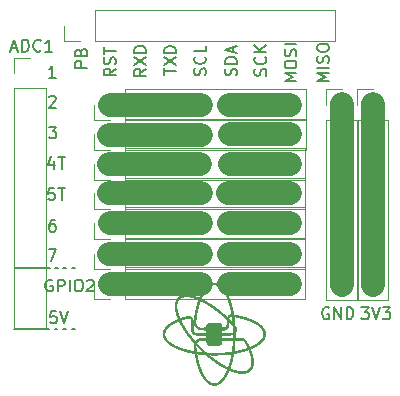
<source format=gbr>
G04 #@! TF.GenerationSoftware,KiCad,Pcbnew,(6.0.5)*
G04 #@! TF.CreationDate,2022-07-08T11:37:31+02:00*
G04 #@! TF.ProjectId,MovuinoProtoShield_v2.0,4d6f7675-696e-46f5-9072-6f746f536869,rev?*
G04 #@! TF.SameCoordinates,Original*
G04 #@! TF.FileFunction,Legend,Top*
G04 #@! TF.FilePolarity,Positive*
%FSLAX46Y46*%
G04 Gerber Fmt 4.6, Leading zero omitted, Abs format (unit mm)*
G04 Created by KiCad (PCBNEW (6.0.5)) date 2022-07-08 11:37:31*
%MOMM*%
%LPD*%
G01*
G04 APERTURE LIST*
%ADD10C,2.000000*%
%ADD11C,0.150000*%
%ADD12C,0.120000*%
G04 APERTURE END LIST*
D10*
X145525000Y-50600000D02*
X150675000Y-50600000D01*
D11*
X131500000Y-57000000D02*
X131750000Y-57000000D01*
D10*
X135400000Y-45500000D02*
X143150000Y-45500000D01*
X145500000Y-45500000D02*
X150675000Y-45500000D01*
D11*
X132250000Y-51850000D02*
X132500000Y-51850000D01*
D10*
X155100000Y-53300000D02*
X155100000Y-37975000D01*
X135450000Y-38000000D02*
X143150000Y-38000000D01*
D11*
X130775000Y-57000000D02*
X131025000Y-57000000D01*
X131525000Y-51850000D02*
X131775000Y-51850000D01*
D10*
X135450000Y-48000000D02*
X143200000Y-48000000D01*
X145600000Y-40500000D02*
X150725000Y-40500000D01*
X145575000Y-38000000D02*
X150675000Y-38000000D01*
X135450000Y-53150000D02*
X143200000Y-53150000D01*
X135400000Y-40550000D02*
X143150000Y-40550000D01*
X135400000Y-43000000D02*
X143100000Y-43000000D01*
X145600000Y-43000000D02*
X150675000Y-43000000D01*
X145525000Y-48000000D02*
X150675000Y-48000000D01*
X157700000Y-53300000D02*
X157700000Y-37975000D01*
D11*
X130800000Y-51850000D02*
X131050000Y-51850000D01*
D10*
X145525000Y-53150000D02*
X150675000Y-53150000D01*
D11*
X127400000Y-51850000D02*
X130350000Y-51850000D01*
D10*
X135425000Y-50600000D02*
X143175000Y-50600000D01*
D11*
X127375000Y-57000000D02*
X130325000Y-57000000D01*
X132225000Y-57000000D02*
X132475000Y-57000000D01*
X138502380Y-34966666D02*
X138026190Y-35300000D01*
X138502380Y-35538095D02*
X137502380Y-35538095D01*
X137502380Y-35157142D01*
X137550000Y-35061904D01*
X137597619Y-35014285D01*
X137692857Y-34966666D01*
X137835714Y-34966666D01*
X137930952Y-35014285D01*
X137978571Y-35061904D01*
X138026190Y-35157142D01*
X138026190Y-35538095D01*
X137502380Y-34633333D02*
X138502380Y-33966666D01*
X137502380Y-33966666D02*
X138502380Y-34633333D01*
X138502380Y-33585714D02*
X137502380Y-33585714D01*
X137502380Y-33347619D01*
X137550000Y-33204761D01*
X137645238Y-33109523D01*
X137740476Y-33061904D01*
X137930952Y-33014285D01*
X138073809Y-33014285D01*
X138264285Y-33061904D01*
X138359523Y-33109523D01*
X138454761Y-33204761D01*
X138502380Y-33347619D01*
X138502380Y-33585714D01*
X130314285Y-37347619D02*
X130361904Y-37300000D01*
X130457142Y-37252380D01*
X130695238Y-37252380D01*
X130790476Y-37300000D01*
X130838095Y-37347619D01*
X130885714Y-37442857D01*
X130885714Y-37538095D01*
X130838095Y-37680952D01*
X130266666Y-38252380D01*
X130885714Y-38252380D01*
X130909523Y-55502380D02*
X130433333Y-55502380D01*
X130385714Y-55978571D01*
X130433333Y-55930952D01*
X130528571Y-55883333D01*
X130766666Y-55883333D01*
X130861904Y-55930952D01*
X130909523Y-55978571D01*
X130957142Y-56073809D01*
X130957142Y-56311904D01*
X130909523Y-56407142D01*
X130861904Y-56454761D01*
X130766666Y-56502380D01*
X130528571Y-56502380D01*
X130433333Y-56454761D01*
X130385714Y-56407142D01*
X131242857Y-55502380D02*
X131576190Y-56502380D01*
X131909523Y-55502380D01*
X153988095Y-55200000D02*
X153892857Y-55152380D01*
X153750000Y-55152380D01*
X153607142Y-55200000D01*
X153511904Y-55295238D01*
X153464285Y-55390476D01*
X153416666Y-55580952D01*
X153416666Y-55723809D01*
X153464285Y-55914285D01*
X153511904Y-56009523D01*
X153607142Y-56104761D01*
X153750000Y-56152380D01*
X153845238Y-56152380D01*
X153988095Y-56104761D01*
X154035714Y-56057142D01*
X154035714Y-55723809D01*
X153845238Y-55723809D01*
X154464285Y-56152380D02*
X154464285Y-55152380D01*
X155035714Y-56152380D01*
X155035714Y-55152380D01*
X155511904Y-56152380D02*
X155511904Y-55152380D01*
X155750000Y-55152380D01*
X155892857Y-55200000D01*
X155988095Y-55295238D01*
X156035714Y-55390476D01*
X156083333Y-55580952D01*
X156083333Y-55723809D01*
X156035714Y-55914285D01*
X155988095Y-56009523D01*
X155892857Y-56104761D01*
X155750000Y-56152380D01*
X155511904Y-56152380D01*
X154002380Y-36021428D02*
X153002380Y-36021428D01*
X153716666Y-35688095D01*
X153002380Y-35354761D01*
X154002380Y-35354761D01*
X154002380Y-34878571D02*
X153002380Y-34878571D01*
X153954761Y-34450000D02*
X154002380Y-34307142D01*
X154002380Y-34069047D01*
X153954761Y-33973809D01*
X153907142Y-33926190D01*
X153811904Y-33878571D01*
X153716666Y-33878571D01*
X153621428Y-33926190D01*
X153573809Y-33973809D01*
X153526190Y-34069047D01*
X153478571Y-34259523D01*
X153430952Y-34354761D01*
X153383333Y-34402380D01*
X153288095Y-34450000D01*
X153192857Y-34450000D01*
X153097619Y-34402380D01*
X153050000Y-34354761D01*
X153002380Y-34259523D01*
X153002380Y-34021428D01*
X153050000Y-33878571D01*
X153002380Y-33259523D02*
X153002380Y-33069047D01*
X153050000Y-32973809D01*
X153145238Y-32878571D01*
X153335714Y-32830952D01*
X153669047Y-32830952D01*
X153859523Y-32878571D01*
X153954761Y-32973809D01*
X154002380Y-33069047D01*
X154002380Y-33259523D01*
X153954761Y-33354761D01*
X153859523Y-33450000D01*
X153669047Y-33497619D01*
X153335714Y-33497619D01*
X153145238Y-33450000D01*
X153050000Y-33354761D01*
X153002380Y-33259523D01*
X135952380Y-34947619D02*
X135476190Y-35280952D01*
X135952380Y-35519047D02*
X134952380Y-35519047D01*
X134952380Y-35138095D01*
X135000000Y-35042857D01*
X135047619Y-34995238D01*
X135142857Y-34947619D01*
X135285714Y-34947619D01*
X135380952Y-34995238D01*
X135428571Y-35042857D01*
X135476190Y-35138095D01*
X135476190Y-35519047D01*
X135904761Y-34566666D02*
X135952380Y-34423809D01*
X135952380Y-34185714D01*
X135904761Y-34090476D01*
X135857142Y-34042857D01*
X135761904Y-33995238D01*
X135666666Y-33995238D01*
X135571428Y-34042857D01*
X135523809Y-34090476D01*
X135476190Y-34185714D01*
X135428571Y-34376190D01*
X135380952Y-34471428D01*
X135333333Y-34519047D01*
X135238095Y-34566666D01*
X135142857Y-34566666D01*
X135047619Y-34519047D01*
X135000000Y-34471428D01*
X134952380Y-34376190D01*
X134952380Y-34138095D01*
X135000000Y-33995238D01*
X134952380Y-33709523D02*
X134952380Y-33138095D01*
X135952380Y-33423809D02*
X134952380Y-33423809D01*
X130316666Y-39852380D02*
X130935714Y-39852380D01*
X130602380Y-40233333D01*
X130745238Y-40233333D01*
X130840476Y-40280952D01*
X130888095Y-40328571D01*
X130935714Y-40423809D01*
X130935714Y-40661904D01*
X130888095Y-40757142D01*
X130840476Y-40804761D01*
X130745238Y-40852380D01*
X130459523Y-40852380D01*
X130364285Y-40804761D01*
X130316666Y-40757142D01*
X148654761Y-35535714D02*
X148702380Y-35392857D01*
X148702380Y-35154761D01*
X148654761Y-35059523D01*
X148607142Y-35011904D01*
X148511904Y-34964285D01*
X148416666Y-34964285D01*
X148321428Y-35011904D01*
X148273809Y-35059523D01*
X148226190Y-35154761D01*
X148178571Y-35345238D01*
X148130952Y-35440476D01*
X148083333Y-35488095D01*
X147988095Y-35535714D01*
X147892857Y-35535714D01*
X147797619Y-35488095D01*
X147750000Y-35440476D01*
X147702380Y-35345238D01*
X147702380Y-35107142D01*
X147750000Y-34964285D01*
X148607142Y-33964285D02*
X148654761Y-34011904D01*
X148702380Y-34154761D01*
X148702380Y-34250000D01*
X148654761Y-34392857D01*
X148559523Y-34488095D01*
X148464285Y-34535714D01*
X148273809Y-34583333D01*
X148130952Y-34583333D01*
X147940476Y-34535714D01*
X147845238Y-34488095D01*
X147750000Y-34392857D01*
X147702380Y-34250000D01*
X147702380Y-34154761D01*
X147750000Y-34011904D01*
X147797619Y-33964285D01*
X148702380Y-33535714D02*
X147702380Y-33535714D01*
X148702380Y-32964285D02*
X148130952Y-33392857D01*
X147702380Y-32964285D02*
X148273809Y-33535714D01*
X130709523Y-42735714D02*
X130709523Y-43402380D01*
X130471428Y-42354761D02*
X130233333Y-43069047D01*
X130852380Y-43069047D01*
X131090476Y-42402380D02*
X131661904Y-42402380D01*
X131376190Y-43402380D02*
X131376190Y-42402380D01*
X133502380Y-34861904D02*
X132502380Y-34861904D01*
X132502380Y-34480952D01*
X132550000Y-34385714D01*
X132597619Y-34338095D01*
X132692857Y-34290476D01*
X132835714Y-34290476D01*
X132930952Y-34338095D01*
X132978571Y-34385714D01*
X133026190Y-34480952D01*
X133026190Y-34861904D01*
X132978571Y-33528571D02*
X133026190Y-33385714D01*
X133073809Y-33338095D01*
X133169047Y-33290476D01*
X133311904Y-33290476D01*
X133407142Y-33338095D01*
X133454761Y-33385714D01*
X133502380Y-33480952D01*
X133502380Y-33861904D01*
X132502380Y-33861904D01*
X132502380Y-33528571D01*
X132550000Y-33433333D01*
X132597619Y-33385714D01*
X132692857Y-33338095D01*
X132788095Y-33338095D01*
X132883333Y-33385714D01*
X132930952Y-33433333D01*
X132978571Y-33528571D01*
X132978571Y-33861904D01*
X130266666Y-50252380D02*
X130933333Y-50252380D01*
X130504761Y-51252380D01*
X140052380Y-35461904D02*
X140052380Y-34890476D01*
X141052380Y-35176190D02*
X140052380Y-35176190D01*
X140052380Y-34652380D02*
X141052380Y-33985714D01*
X140052380Y-33985714D02*
X141052380Y-34652380D01*
X141052380Y-33604761D02*
X140052380Y-33604761D01*
X140052380Y-33366666D01*
X140100000Y-33223809D01*
X140195238Y-33128571D01*
X140290476Y-33080952D01*
X140480952Y-33033333D01*
X140623809Y-33033333D01*
X140814285Y-33080952D01*
X140909523Y-33128571D01*
X141004761Y-33223809D01*
X141052380Y-33366666D01*
X141052380Y-33604761D01*
X130573809Y-52850000D02*
X130478571Y-52802380D01*
X130335714Y-52802380D01*
X130192857Y-52850000D01*
X130097619Y-52945238D01*
X130050000Y-53040476D01*
X130002380Y-53230952D01*
X130002380Y-53373809D01*
X130050000Y-53564285D01*
X130097619Y-53659523D01*
X130192857Y-53754761D01*
X130335714Y-53802380D01*
X130430952Y-53802380D01*
X130573809Y-53754761D01*
X130621428Y-53707142D01*
X130621428Y-53373809D01*
X130430952Y-53373809D01*
X131050000Y-53802380D02*
X131050000Y-52802380D01*
X131430952Y-52802380D01*
X131526190Y-52850000D01*
X131573809Y-52897619D01*
X131621428Y-52992857D01*
X131621428Y-53135714D01*
X131573809Y-53230952D01*
X131526190Y-53278571D01*
X131430952Y-53326190D01*
X131050000Y-53326190D01*
X132050000Y-53802380D02*
X132050000Y-52802380D01*
X132716666Y-52802380D02*
X132907142Y-52802380D01*
X133002380Y-52850000D01*
X133097619Y-52945238D01*
X133145238Y-53135714D01*
X133145238Y-53469047D01*
X133097619Y-53659523D01*
X133002380Y-53754761D01*
X132907142Y-53802380D01*
X132716666Y-53802380D01*
X132621428Y-53754761D01*
X132526190Y-53659523D01*
X132478571Y-53469047D01*
X132478571Y-53135714D01*
X132526190Y-52945238D01*
X132621428Y-52850000D01*
X132716666Y-52802380D01*
X133526190Y-52897619D02*
X133573809Y-52850000D01*
X133669047Y-52802380D01*
X133907142Y-52802380D01*
X134002380Y-52850000D01*
X134050000Y-52897619D01*
X134097619Y-52992857D01*
X134097619Y-53088095D01*
X134050000Y-53230952D01*
X133478571Y-53802380D01*
X134097619Y-53802380D01*
X151252380Y-36021428D02*
X150252380Y-36021428D01*
X150966666Y-35688095D01*
X150252380Y-35354761D01*
X151252380Y-35354761D01*
X150252380Y-34688095D02*
X150252380Y-34497619D01*
X150300000Y-34402380D01*
X150395238Y-34307142D01*
X150585714Y-34259523D01*
X150919047Y-34259523D01*
X151109523Y-34307142D01*
X151204761Y-34402380D01*
X151252380Y-34497619D01*
X151252380Y-34688095D01*
X151204761Y-34783333D01*
X151109523Y-34878571D01*
X150919047Y-34926190D01*
X150585714Y-34926190D01*
X150395238Y-34878571D01*
X150300000Y-34783333D01*
X150252380Y-34688095D01*
X151204761Y-33878571D02*
X151252380Y-33735714D01*
X151252380Y-33497619D01*
X151204761Y-33402380D01*
X151157142Y-33354761D01*
X151061904Y-33307142D01*
X150966666Y-33307142D01*
X150871428Y-33354761D01*
X150823809Y-33402380D01*
X150776190Y-33497619D01*
X150728571Y-33688095D01*
X150680952Y-33783333D01*
X150633333Y-33830952D01*
X150538095Y-33878571D01*
X150442857Y-33878571D01*
X150347619Y-33830952D01*
X150300000Y-33783333D01*
X150252380Y-33688095D01*
X150252380Y-33450000D01*
X150300000Y-33307142D01*
X151252380Y-32878571D02*
X150252380Y-32878571D01*
X146154761Y-35514285D02*
X146202380Y-35371428D01*
X146202380Y-35133333D01*
X146154761Y-35038095D01*
X146107142Y-34990476D01*
X146011904Y-34942857D01*
X145916666Y-34942857D01*
X145821428Y-34990476D01*
X145773809Y-35038095D01*
X145726190Y-35133333D01*
X145678571Y-35323809D01*
X145630952Y-35419047D01*
X145583333Y-35466666D01*
X145488095Y-35514285D01*
X145392857Y-35514285D01*
X145297619Y-35466666D01*
X145250000Y-35419047D01*
X145202380Y-35323809D01*
X145202380Y-35085714D01*
X145250000Y-34942857D01*
X146202380Y-34514285D02*
X145202380Y-34514285D01*
X145202380Y-34276190D01*
X145250000Y-34133333D01*
X145345238Y-34038095D01*
X145440476Y-33990476D01*
X145630952Y-33942857D01*
X145773809Y-33942857D01*
X145964285Y-33990476D01*
X146059523Y-34038095D01*
X146154761Y-34133333D01*
X146202380Y-34276190D01*
X146202380Y-34514285D01*
X145916666Y-33561904D02*
X145916666Y-33085714D01*
X146202380Y-33657142D02*
X145202380Y-33323809D01*
X146202380Y-32990476D01*
X143554761Y-35490476D02*
X143602380Y-35347619D01*
X143602380Y-35109523D01*
X143554761Y-35014285D01*
X143507142Y-34966666D01*
X143411904Y-34919047D01*
X143316666Y-34919047D01*
X143221428Y-34966666D01*
X143173809Y-35014285D01*
X143126190Y-35109523D01*
X143078571Y-35300000D01*
X143030952Y-35395238D01*
X142983333Y-35442857D01*
X142888095Y-35490476D01*
X142792857Y-35490476D01*
X142697619Y-35442857D01*
X142650000Y-35395238D01*
X142602380Y-35300000D01*
X142602380Y-35061904D01*
X142650000Y-34919047D01*
X143507142Y-33919047D02*
X143554761Y-33966666D01*
X143602380Y-34109523D01*
X143602380Y-34204761D01*
X143554761Y-34347619D01*
X143459523Y-34442857D01*
X143364285Y-34490476D01*
X143173809Y-34538095D01*
X143030952Y-34538095D01*
X142840476Y-34490476D01*
X142745238Y-34442857D01*
X142650000Y-34347619D01*
X142602380Y-34204761D01*
X142602380Y-34109523D01*
X142650000Y-33966666D01*
X142697619Y-33919047D01*
X143602380Y-33014285D02*
X143602380Y-33490476D01*
X142602380Y-33490476D01*
X127135714Y-33216666D02*
X127611904Y-33216666D01*
X127040476Y-33502380D02*
X127373809Y-32502380D01*
X127707142Y-33502380D01*
X128040476Y-33502380D02*
X128040476Y-32502380D01*
X128278571Y-32502380D01*
X128421428Y-32550000D01*
X128516666Y-32645238D01*
X128564285Y-32740476D01*
X128611904Y-32930952D01*
X128611904Y-33073809D01*
X128564285Y-33264285D01*
X128516666Y-33359523D01*
X128421428Y-33454761D01*
X128278571Y-33502380D01*
X128040476Y-33502380D01*
X129611904Y-33407142D02*
X129564285Y-33454761D01*
X129421428Y-33502380D01*
X129326190Y-33502380D01*
X129183333Y-33454761D01*
X129088095Y-33359523D01*
X129040476Y-33264285D01*
X128992857Y-33073809D01*
X128992857Y-32930952D01*
X129040476Y-32740476D01*
X129088095Y-32645238D01*
X129183333Y-32550000D01*
X129326190Y-32502380D01*
X129421428Y-32502380D01*
X129564285Y-32550000D01*
X129611904Y-32597619D01*
X130564285Y-33502380D02*
X129992857Y-33502380D01*
X130278571Y-33502380D02*
X130278571Y-32502380D01*
X130183333Y-32645238D01*
X130088095Y-32740476D01*
X129992857Y-32788095D01*
X156761904Y-55152380D02*
X157380952Y-55152380D01*
X157047619Y-55533333D01*
X157190476Y-55533333D01*
X157285714Y-55580952D01*
X157333333Y-55628571D01*
X157380952Y-55723809D01*
X157380952Y-55961904D01*
X157333333Y-56057142D01*
X157285714Y-56104761D01*
X157190476Y-56152380D01*
X156904761Y-56152380D01*
X156809523Y-56104761D01*
X156761904Y-56057142D01*
X157666666Y-55152380D02*
X158000000Y-56152380D01*
X158333333Y-55152380D01*
X158571428Y-55152380D02*
X159190476Y-55152380D01*
X158857142Y-55533333D01*
X159000000Y-55533333D01*
X159095238Y-55580952D01*
X159142857Y-55628571D01*
X159190476Y-55723809D01*
X159190476Y-55961904D01*
X159142857Y-56057142D01*
X159095238Y-56104761D01*
X159000000Y-56152380D01*
X158714285Y-56152380D01*
X158619047Y-56104761D01*
X158571428Y-56057142D01*
X130885714Y-35702380D02*
X130314285Y-35702380D01*
X130600000Y-35702380D02*
X130600000Y-34702380D01*
X130504761Y-34845238D01*
X130409523Y-34940476D01*
X130314285Y-34988095D01*
X130757142Y-45052380D02*
X130280952Y-45052380D01*
X130233333Y-45528571D01*
X130280952Y-45480952D01*
X130376190Y-45433333D01*
X130614285Y-45433333D01*
X130709523Y-45480952D01*
X130757142Y-45528571D01*
X130804761Y-45623809D01*
X130804761Y-45861904D01*
X130757142Y-45957142D01*
X130709523Y-46004761D01*
X130614285Y-46052380D01*
X130376190Y-46052380D01*
X130280952Y-46004761D01*
X130233333Y-45957142D01*
X131090476Y-45052380D02*
X131661904Y-45052380D01*
X131376190Y-46052380D02*
X131376190Y-45052380D01*
X130790476Y-47752380D02*
X130600000Y-47752380D01*
X130504761Y-47800000D01*
X130457142Y-47847619D01*
X130361904Y-47990476D01*
X130314285Y-48180952D01*
X130314285Y-48561904D01*
X130361904Y-48657142D01*
X130409523Y-48704761D01*
X130504761Y-48752380D01*
X130695238Y-48752380D01*
X130790476Y-48704761D01*
X130838095Y-48657142D01*
X130885714Y-48561904D01*
X130885714Y-48323809D01*
X130838095Y-48228571D01*
X130790476Y-48180952D01*
X130695238Y-48133333D01*
X130504761Y-48133333D01*
X130409523Y-48180952D01*
X130361904Y-48228571D01*
X130314285Y-48323809D01*
G04 #@! TO.C,*
D12*
G04 #@! TO.C,REF\u002A\u002A*
X159030000Y-39270000D02*
X159030000Y-54570000D01*
X156370000Y-38000000D02*
X156370000Y-36670000D01*
X156370000Y-54570000D02*
X159030000Y-54570000D01*
X156370000Y-39270000D02*
X159030000Y-39270000D01*
X156370000Y-39270000D02*
X156370000Y-54570000D01*
X156370000Y-36670000D02*
X157700000Y-36670000D01*
X136720000Y-41670000D02*
X152020000Y-41670000D01*
X152020000Y-44330000D02*
X152020000Y-41670000D01*
X136720000Y-44330000D02*
X136720000Y-41670000D01*
X136720000Y-44330000D02*
X152020000Y-44330000D01*
X135450000Y-44330000D02*
X134120000Y-44330000D01*
X134120000Y-44330000D02*
X134120000Y-43000000D01*
X136745000Y-41830000D02*
X152045000Y-41830000D01*
X136745000Y-39170000D02*
X152045000Y-39170000D01*
X136745000Y-41830000D02*
X136745000Y-39170000D01*
X135475000Y-41830000D02*
X134145000Y-41830000D01*
X134145000Y-41830000D02*
X134145000Y-40500000D01*
X152045000Y-41830000D02*
X152045000Y-39170000D01*
X136720000Y-54430000D02*
X152020000Y-54430000D01*
X134120000Y-54430000D02*
X134120000Y-53100000D01*
X136720000Y-51770000D02*
X152020000Y-51770000D01*
X136720000Y-54430000D02*
X136720000Y-51770000D01*
X135450000Y-54430000D02*
X134120000Y-54430000D01*
X152020000Y-54430000D02*
X152020000Y-51770000D01*
X153770000Y-38000000D02*
X153770000Y-36670000D01*
X156430000Y-39270000D02*
X156430000Y-54570000D01*
X153770000Y-36670000D02*
X155100000Y-36670000D01*
X153770000Y-39270000D02*
X153770000Y-54570000D01*
X153770000Y-39270000D02*
X156430000Y-39270000D01*
X153770000Y-54570000D02*
X156430000Y-54570000D01*
X127370000Y-36620000D02*
X130030000Y-36620000D01*
X127370000Y-34020000D02*
X128700000Y-34020000D01*
X127370000Y-57000000D02*
X130030000Y-57000000D01*
X127370000Y-36620000D02*
X127370000Y-57000000D01*
X130030000Y-36620000D02*
X130030000Y-57000000D01*
X127370000Y-35350000D02*
X127370000Y-34020000D01*
X136720000Y-46830000D02*
X152020000Y-46830000D01*
X135450000Y-46830000D02*
X134120000Y-46830000D01*
X136720000Y-46830000D02*
X136720000Y-44170000D01*
X136720000Y-44170000D02*
X152020000Y-44170000D01*
X152020000Y-46830000D02*
X152020000Y-44170000D01*
X134120000Y-46830000D02*
X134120000Y-45500000D01*
X152020000Y-51930000D02*
X152020000Y-49270000D01*
X134120000Y-51930000D02*
X134120000Y-50600000D01*
X136720000Y-51930000D02*
X136720000Y-49270000D01*
X136720000Y-51930000D02*
X152020000Y-51930000D01*
X135450000Y-51930000D02*
X134120000Y-51930000D01*
X136720000Y-49270000D02*
X152020000Y-49270000D01*
X136720000Y-46670000D02*
X152020000Y-46670000D01*
X135450000Y-49330000D02*
X134120000Y-49330000D01*
X134120000Y-49330000D02*
X134120000Y-48000000D01*
X136720000Y-49330000D02*
X152020000Y-49330000D01*
X136720000Y-49330000D02*
X136720000Y-46670000D01*
X152020000Y-49330000D02*
X152020000Y-46670000D01*
X134170000Y-32630000D02*
X154550000Y-32630000D01*
X132900000Y-32630000D02*
X131570000Y-32630000D01*
X154550000Y-32630000D02*
X154550000Y-29970000D01*
X134170000Y-32630000D02*
X134170000Y-29970000D01*
X134170000Y-29970000D02*
X154550000Y-29970000D01*
X131570000Y-32630000D02*
X131570000Y-31300000D01*
X135475000Y-39330000D02*
X134145000Y-39330000D01*
X136745000Y-39330000D02*
X152045000Y-39330000D01*
X136745000Y-39330000D02*
X136745000Y-36670000D01*
X134145000Y-39330000D02*
X134145000Y-38000000D01*
X152045000Y-39330000D02*
X152045000Y-36670000D01*
X136745000Y-36670000D02*
X152045000Y-36670000D01*
G04 #@! TO.C,U$8*
G36*
X142400500Y-54135500D02*
G01*
X141567500Y-54135500D01*
X141567500Y-54128500D01*
X142400500Y-54128500D01*
X142400500Y-54135500D01*
G37*
G36*
X147608500Y-58629500D02*
G01*
X146992500Y-58629500D01*
X146992500Y-58622500D01*
X147608500Y-58622500D01*
X147608500Y-58629500D01*
G37*
G36*
X145368500Y-60183500D02*
G01*
X144906500Y-60183500D01*
X144906500Y-60176500D01*
X145368500Y-60176500D01*
X145368500Y-60183500D01*
G37*
G36*
X142988500Y-59707500D02*
G01*
X142764500Y-59707500D01*
X142764500Y-59700500D01*
X142988500Y-59700500D01*
X142988500Y-59707500D01*
G37*
G36*
X145473500Y-56921500D02*
G01*
X142771500Y-56921500D01*
X142771500Y-56914500D01*
X145473500Y-56914500D01*
X145473500Y-56921500D01*
G37*
G36*
X143639500Y-61184500D02*
G01*
X143366500Y-61184500D01*
X143366500Y-61177500D01*
X143639500Y-61177500D01*
X143639500Y-61184500D01*
G37*
G36*
X143842500Y-53477500D02*
G01*
X143527500Y-53477500D01*
X143527500Y-53470500D01*
X143842500Y-53470500D01*
X143842500Y-53477500D01*
G37*
G36*
X145193500Y-60092500D02*
G01*
X144752500Y-60092500D01*
X144752500Y-60085500D01*
X145193500Y-60085500D01*
X145193500Y-60092500D01*
G37*
G36*
X141203500Y-54821500D02*
G01*
X140979500Y-54821500D01*
X140979500Y-54814500D01*
X141203500Y-54814500D01*
X141203500Y-54821500D01*
G37*
G36*
X144843500Y-56494500D02*
G01*
X143772500Y-56494500D01*
X143772500Y-56487500D01*
X144843500Y-56487500D01*
X144843500Y-56494500D01*
G37*
G36*
X148609500Y-57768500D02*
G01*
X148364500Y-57768500D01*
X148364500Y-57761500D01*
X148609500Y-57761500D01*
X148609500Y-57768500D01*
G37*
G36*
X142008500Y-57124500D02*
G01*
X141735500Y-57124500D01*
X141735500Y-57117500D01*
X142008500Y-57117500D01*
X142008500Y-57124500D01*
G37*
G36*
X146103500Y-57698500D02*
G01*
X145886500Y-57698500D01*
X145886500Y-57691500D01*
X146103500Y-57691500D01*
X146103500Y-57698500D01*
G37*
G36*
X148322500Y-58160500D02*
G01*
X147979500Y-58160500D01*
X147979500Y-58153500D01*
X148322500Y-58153500D01*
X148322500Y-58160500D01*
G37*
G36*
X145515500Y-56844500D02*
G01*
X145235500Y-56844500D01*
X145235500Y-56837500D01*
X145515500Y-56837500D01*
X145515500Y-56844500D01*
G37*
G36*
X141056500Y-58405500D02*
G01*
X140601500Y-58405500D01*
X140601500Y-58398500D01*
X141056500Y-58398500D01*
X141056500Y-58405500D01*
G37*
G36*
X148371500Y-58111500D02*
G01*
X148042500Y-58111500D01*
X148042500Y-58104500D01*
X148371500Y-58104500D01*
X148371500Y-58111500D01*
G37*
G36*
X147657500Y-59840500D02*
G01*
X147440500Y-59840500D01*
X147440500Y-59833500D01*
X147657500Y-59833500D01*
X147657500Y-59840500D01*
G37*
G36*
X147629500Y-59462500D02*
G01*
X147405500Y-59462500D01*
X147405500Y-59455500D01*
X147629500Y-59455500D01*
X147629500Y-59462500D01*
G37*
G36*
X143366500Y-54128500D02*
G01*
X143114500Y-54128500D01*
X143114500Y-54121500D01*
X143366500Y-54121500D01*
X143366500Y-54128500D01*
G37*
G36*
X145648500Y-54492500D02*
G01*
X145410500Y-54492500D01*
X145410500Y-54485500D01*
X145648500Y-54485500D01*
X145648500Y-54492500D01*
G37*
G36*
X143877500Y-61422500D02*
G01*
X143555500Y-61422500D01*
X143555500Y-61415500D01*
X143877500Y-61415500D01*
X143877500Y-61422500D01*
G37*
G36*
X148658500Y-57621500D02*
G01*
X148427500Y-57621500D01*
X148427500Y-57614500D01*
X148658500Y-57614500D01*
X148658500Y-57621500D01*
G37*
G36*
X145473500Y-60785500D02*
G01*
X145228500Y-60785500D01*
X145228500Y-60778500D01*
X145473500Y-60778500D01*
X145473500Y-60785500D01*
G37*
G36*
X143142500Y-54660500D02*
G01*
X142904500Y-54660500D01*
X142904500Y-54653500D01*
X143142500Y-54653500D01*
X143142500Y-54660500D01*
G37*
G36*
X142813500Y-56116500D02*
G01*
X142589500Y-56116500D01*
X142589500Y-56109500D01*
X142813500Y-56109500D01*
X142813500Y-56116500D01*
G37*
G36*
X143135500Y-60197500D02*
G01*
X142904500Y-60197500D01*
X142904500Y-60190500D01*
X143135500Y-60190500D01*
X143135500Y-60197500D01*
G37*
G36*
X140657500Y-56697500D02*
G01*
X140307500Y-56697500D01*
X140307500Y-56690500D01*
X140657500Y-56690500D01*
X140657500Y-56697500D01*
G37*
G36*
X145914500Y-59448500D02*
G01*
X145683500Y-59448500D01*
X145683500Y-59441500D01*
X145914500Y-59441500D01*
X145914500Y-59448500D01*
G37*
G36*
X147811500Y-56347500D02*
G01*
X147300500Y-56347500D01*
X147300500Y-56340500D01*
X147811500Y-56340500D01*
X147811500Y-56347500D01*
G37*
G36*
X146103500Y-56718500D02*
G01*
X145809500Y-56718500D01*
X145809500Y-56711500D01*
X146103500Y-56711500D01*
X146103500Y-56718500D01*
G37*
G36*
X142974500Y-58328500D02*
G01*
X142568500Y-58328500D01*
X142568500Y-58321500D01*
X142974500Y-58321500D01*
X142974500Y-58328500D01*
G37*
G36*
X142561500Y-56704500D02*
G01*
X142337500Y-56704500D01*
X142337500Y-56697500D01*
X142561500Y-56697500D01*
X142561500Y-56704500D01*
G37*
G36*
X144843500Y-55486500D02*
G01*
X144486500Y-55486500D01*
X144486500Y-55479500D01*
X144843500Y-55479500D01*
X144843500Y-55486500D01*
G37*
G36*
X148497500Y-57957500D02*
G01*
X148217500Y-57957500D01*
X148217500Y-57950500D01*
X148497500Y-57950500D01*
X148497500Y-57957500D01*
G37*
G36*
X145886500Y-55297500D02*
G01*
X145655500Y-55297500D01*
X145655500Y-55290500D01*
X145886500Y-55290500D01*
X145886500Y-55297500D01*
G37*
G36*
X147321500Y-60596500D02*
G01*
X145760500Y-60596500D01*
X145760500Y-60589500D01*
X147321500Y-60589500D01*
X147321500Y-60596500D01*
G37*
G36*
X147783500Y-58538500D02*
G01*
X147076500Y-58538500D01*
X147076500Y-58531500D01*
X147783500Y-58531500D01*
X147783500Y-58538500D01*
G37*
G36*
X142855500Y-55829500D02*
G01*
X142631500Y-55829500D01*
X142631500Y-55822500D01*
X142855500Y-55822500D01*
X142855500Y-55829500D01*
G37*
G36*
X148231500Y-58244500D02*
G01*
X147853500Y-58244500D01*
X147853500Y-58237500D01*
X148231500Y-58237500D01*
X148231500Y-58244500D01*
G37*
G36*
X142064500Y-54086500D02*
G01*
X141833500Y-54086500D01*
X141833500Y-54079500D01*
X142064500Y-54079500D01*
X142064500Y-54086500D01*
G37*
G36*
X147055500Y-58027500D02*
G01*
X146761500Y-58027500D01*
X146761500Y-58020500D01*
X147055500Y-58020500D01*
X147055500Y-58027500D01*
G37*
G36*
X145697500Y-55983500D02*
G01*
X145074500Y-55983500D01*
X145074500Y-55976500D01*
X145697500Y-55976500D01*
X145697500Y-55983500D01*
G37*
G36*
X145193500Y-57733500D02*
G01*
X143422500Y-57733500D01*
X143422500Y-57726500D01*
X145193500Y-57726500D01*
X145193500Y-57733500D01*
G37*
G36*
X145382500Y-60190500D02*
G01*
X144920500Y-60190500D01*
X144920500Y-60183500D01*
X145382500Y-60183500D01*
X145382500Y-60190500D01*
G37*
G36*
X142974500Y-55227500D02*
G01*
X142743500Y-55227500D01*
X142743500Y-55220500D01*
X142974500Y-55220500D01*
X142974500Y-55227500D01*
G37*
G36*
X144619500Y-61744500D02*
G01*
X143989500Y-61744500D01*
X143989500Y-61737500D01*
X144619500Y-61737500D01*
X144619500Y-61744500D01*
G37*
G36*
X145256500Y-61170500D02*
G01*
X144983500Y-61170500D01*
X144983500Y-61163500D01*
X145256500Y-61163500D01*
X145256500Y-61170500D01*
G37*
G36*
X148462500Y-58006500D02*
G01*
X148168500Y-58006500D01*
X148168500Y-57999500D01*
X148462500Y-57999500D01*
X148462500Y-58006500D01*
G37*
G36*
X140363500Y-56956500D02*
G01*
X140083500Y-56956500D01*
X140083500Y-56949500D01*
X140363500Y-56949500D01*
X140363500Y-56956500D01*
G37*
G36*
X143093500Y-54814500D02*
G01*
X142855500Y-54814500D01*
X142855500Y-54807500D01*
X143093500Y-54807500D01*
X143093500Y-54814500D01*
G37*
G36*
X143590500Y-61114500D02*
G01*
X143317500Y-61114500D01*
X143317500Y-61107500D01*
X143590500Y-61107500D01*
X143590500Y-61114500D01*
G37*
G36*
X142113500Y-57278500D02*
G01*
X141840500Y-57278500D01*
X141840500Y-57271500D01*
X142113500Y-57271500D01*
X142113500Y-57278500D01*
G37*
G36*
X142589500Y-57894500D02*
G01*
X142295500Y-57894500D01*
X142295500Y-57887500D01*
X142589500Y-57887500D01*
X142589500Y-57894500D01*
G37*
G36*
X144976500Y-57607500D02*
G01*
X143639500Y-57607500D01*
X143639500Y-57600500D01*
X144976500Y-57600500D01*
X144976500Y-57607500D01*
G37*
G36*
X145340500Y-60169500D02*
G01*
X144878500Y-60169500D01*
X144878500Y-60162500D01*
X145340500Y-60162500D01*
X145340500Y-60169500D01*
G37*
G36*
X143303500Y-60610500D02*
G01*
X143058500Y-60610500D01*
X143058500Y-60603500D01*
X143303500Y-60603500D01*
X143303500Y-60610500D01*
G37*
G36*
X144444500Y-55171500D02*
G01*
X144052500Y-55171500D01*
X144052500Y-55164500D01*
X144444500Y-55164500D01*
X144444500Y-55171500D01*
G37*
G36*
X146012500Y-55773500D02*
G01*
X145627500Y-55773500D01*
X145627500Y-55766500D01*
X146012500Y-55766500D01*
X146012500Y-55773500D01*
G37*
G36*
X143779500Y-53533500D02*
G01*
X143478500Y-53533500D01*
X143478500Y-53526500D01*
X143779500Y-53526500D01*
X143779500Y-53533500D01*
G37*
G36*
X143058500Y-59952500D02*
G01*
X142827500Y-59952500D01*
X142827500Y-59945500D01*
X143058500Y-59945500D01*
X143058500Y-59952500D01*
G37*
G36*
X145956500Y-59217500D02*
G01*
X145732500Y-59217500D01*
X145732500Y-59210500D01*
X145956500Y-59210500D01*
X145956500Y-59217500D01*
G37*
G36*
X148413500Y-58069500D02*
G01*
X148098500Y-58069500D01*
X148098500Y-58062500D01*
X148413500Y-58062500D01*
X148413500Y-58069500D01*
G37*
G36*
X144451500Y-61793500D02*
G01*
X144157500Y-61793500D01*
X144157500Y-61786500D01*
X144451500Y-61786500D01*
X144451500Y-61793500D01*
G37*
G36*
X146075500Y-56606500D02*
G01*
X145704500Y-56606500D01*
X145704500Y-56599500D01*
X146075500Y-56599500D01*
X146075500Y-56606500D01*
G37*
G36*
X145214500Y-61233500D02*
G01*
X144934500Y-61233500D01*
X144934500Y-61226500D01*
X145214500Y-61226500D01*
X145214500Y-61233500D01*
G37*
G36*
X143996500Y-61499500D02*
G01*
X143625500Y-61499500D01*
X143625500Y-61492500D01*
X143996500Y-61492500D01*
X143996500Y-61499500D01*
G37*
G36*
X148217500Y-58251500D02*
G01*
X147839500Y-58251500D01*
X147839500Y-58244500D01*
X148217500Y-58244500D01*
X148217500Y-58251500D01*
G37*
G36*
X147202500Y-60673500D02*
G01*
X145984500Y-60673500D01*
X145984500Y-60666500D01*
X147202500Y-60666500D01*
X147202500Y-60673500D01*
G37*
G36*
X145858500Y-55171500D02*
G01*
X145620500Y-55171500D01*
X145620500Y-55164500D01*
X145858500Y-55164500D01*
X145858500Y-55171500D01*
G37*
G36*
X147545500Y-58657500D02*
G01*
X146901500Y-58657500D01*
X146901500Y-58650500D01*
X147545500Y-58650500D01*
X147545500Y-58657500D01*
G37*
G36*
X142785500Y-58559500D02*
G01*
X142568500Y-58559500D01*
X142568500Y-58552500D01*
X142785500Y-58552500D01*
X142785500Y-58559500D01*
G37*
G36*
X145081500Y-55689500D02*
G01*
X144738500Y-55689500D01*
X144738500Y-55682500D01*
X145081500Y-55682500D01*
X145081500Y-55689500D01*
G37*
G36*
X140195500Y-57215500D02*
G01*
X139964500Y-57215500D01*
X139964500Y-57208500D01*
X140195500Y-57208500D01*
X140195500Y-57215500D01*
G37*
G36*
X143254500Y-58615500D02*
G01*
X142939500Y-58615500D01*
X142939500Y-58608500D01*
X143254500Y-58608500D01*
X143254500Y-58615500D01*
G37*
G36*
X145032500Y-60001500D02*
G01*
X144612500Y-60001500D01*
X144612500Y-59994500D01*
X145032500Y-59994500D01*
X145032500Y-60001500D01*
G37*
G36*
X141182500Y-55213500D02*
G01*
X140958500Y-55213500D01*
X140958500Y-55206500D01*
X141182500Y-55206500D01*
X141182500Y-55213500D01*
G37*
G36*
X141700500Y-56627500D02*
G01*
X141441500Y-56627500D01*
X141441500Y-56620500D01*
X141700500Y-56620500D01*
X141700500Y-56627500D01*
G37*
G36*
X142638500Y-57957500D02*
G01*
X142351500Y-57957500D01*
X142351500Y-57950500D01*
X142638500Y-57950500D01*
X142638500Y-57957500D01*
G37*
G36*
X142344500Y-55948500D02*
G01*
X141812500Y-55948500D01*
X141812500Y-55941500D01*
X142344500Y-55941500D01*
X142344500Y-55948500D01*
G37*
G36*
X148630500Y-57159500D02*
G01*
X148392500Y-57159500D01*
X148392500Y-57152500D01*
X148630500Y-57152500D01*
X148630500Y-57159500D01*
G37*
G36*
X140356500Y-56963500D02*
G01*
X140083500Y-56963500D01*
X140083500Y-56956500D01*
X140356500Y-56956500D01*
X140356500Y-56963500D01*
G37*
G36*
X143590500Y-53757500D02*
G01*
X143317500Y-53757500D01*
X143317500Y-53750500D01*
X143590500Y-53750500D01*
X143590500Y-53757500D01*
G37*
G36*
X147860500Y-58496500D02*
G01*
X147349500Y-58496500D01*
X147349500Y-58489500D01*
X147860500Y-58489500D01*
X147860500Y-58496500D01*
G37*
G36*
X147062500Y-60729500D02*
G01*
X146194500Y-60729500D01*
X146194500Y-60722500D01*
X147062500Y-60722500D01*
X147062500Y-60729500D01*
G37*
G36*
X145347500Y-61030500D02*
G01*
X145081500Y-61030500D01*
X145081500Y-61023500D01*
X145347500Y-61023500D01*
X145347500Y-61030500D01*
G37*
G36*
X140440500Y-56872500D02*
G01*
X140146500Y-56872500D01*
X140146500Y-56865500D01*
X140440500Y-56865500D01*
X140440500Y-56872500D01*
G37*
G36*
X141399500Y-56018500D02*
G01*
X141154500Y-56018500D01*
X141154500Y-56011500D01*
X141399500Y-56011500D01*
X141399500Y-56018500D01*
G37*
G36*
X142869500Y-56704500D02*
G01*
X142617500Y-56704500D01*
X142617500Y-56697500D01*
X142869500Y-56697500D01*
X142869500Y-56704500D01*
G37*
G36*
X143814500Y-53498500D02*
G01*
X143506500Y-53498500D01*
X143506500Y-53491500D01*
X143814500Y-53491500D01*
X143814500Y-53498500D01*
G37*
G36*
X146439500Y-59014500D02*
G01*
X144465500Y-59014500D01*
X144465500Y-59007500D01*
X146439500Y-59007500D01*
X146439500Y-59014500D01*
G37*
G36*
X143247500Y-54436500D02*
G01*
X142652500Y-54436500D01*
X142652500Y-54429500D01*
X143247500Y-54429500D01*
X143247500Y-54436500D01*
G37*
G36*
X141441500Y-58566500D02*
G01*
X140881500Y-58566500D01*
X140881500Y-58559500D01*
X141441500Y-58559500D01*
X141441500Y-58566500D01*
G37*
G36*
X145690500Y-54597500D02*
G01*
X145452500Y-54597500D01*
X145452500Y-54590500D01*
X145690500Y-54590500D01*
X145690500Y-54597500D01*
G37*
G36*
X144920500Y-56557500D02*
G01*
X143695500Y-56557500D01*
X143695500Y-56550500D01*
X144920500Y-56550500D01*
X144920500Y-56557500D01*
G37*
G36*
X145809500Y-55003500D02*
G01*
X145578500Y-55003500D01*
X145578500Y-54996500D01*
X145809500Y-54996500D01*
X145809500Y-55003500D01*
G37*
G36*
X140517500Y-56802500D02*
G01*
X140202500Y-56802500D01*
X140202500Y-56795500D01*
X140517500Y-56795500D01*
X140517500Y-56802500D01*
G37*
G36*
X145879500Y-59588500D02*
G01*
X145648500Y-59588500D01*
X145648500Y-59581500D01*
X145879500Y-59581500D01*
X145879500Y-59588500D01*
G37*
G36*
X143359500Y-60729500D02*
G01*
X143107500Y-60729500D01*
X143107500Y-60722500D01*
X143359500Y-60722500D01*
X143359500Y-60729500D01*
G37*
G36*
X145949500Y-55612500D02*
G01*
X145718500Y-55612500D01*
X145718500Y-55605500D01*
X145949500Y-55605500D01*
X145949500Y-55612500D01*
G37*
G36*
X142610500Y-57243500D02*
G01*
X142365500Y-57243500D01*
X142365500Y-57236500D01*
X142610500Y-57236500D01*
X142610500Y-57243500D01*
G37*
G36*
X143044500Y-54961500D02*
G01*
X142813500Y-54961500D01*
X142813500Y-54954500D01*
X143044500Y-54954500D01*
X143044500Y-54961500D01*
G37*
G36*
X142995500Y-55136500D02*
G01*
X142771500Y-55136500D01*
X142771500Y-55129500D01*
X142995500Y-55129500D01*
X142995500Y-55136500D01*
G37*
G36*
X140251500Y-57768500D02*
G01*
X140006500Y-57768500D01*
X140006500Y-57761500D01*
X140251500Y-57761500D01*
X140251500Y-57768500D01*
G37*
G36*
X144976500Y-58132500D02*
G01*
X143639500Y-58132500D01*
X143639500Y-58125500D01*
X144976500Y-58125500D01*
X144976500Y-58132500D01*
G37*
G36*
X146208500Y-57208500D02*
G01*
X145886500Y-57208500D01*
X145886500Y-57201500D01*
X146208500Y-57201500D01*
X146208500Y-57208500D01*
G37*
G36*
X142337500Y-57586500D02*
G01*
X142057500Y-57586500D01*
X142057500Y-57579500D01*
X142337500Y-57579500D01*
X142337500Y-57586500D01*
G37*
G36*
X140811500Y-58272500D02*
G01*
X140419500Y-58272500D01*
X140419500Y-58265500D01*
X140811500Y-58265500D01*
X140811500Y-58272500D01*
G37*
G36*
X145942500Y-55556500D02*
G01*
X145711500Y-55556500D01*
X145711500Y-55549500D01*
X145942500Y-55549500D01*
X145942500Y-55556500D01*
G37*
G36*
X146103500Y-57740500D02*
G01*
X145886500Y-57740500D01*
X145886500Y-57733500D01*
X146103500Y-57733500D01*
X146103500Y-57740500D01*
G37*
G36*
X146852500Y-57824500D02*
G01*
X142967500Y-57824500D01*
X142967500Y-57817500D01*
X146852500Y-57817500D01*
X146852500Y-57824500D01*
G37*
G36*
X143135500Y-60190500D02*
G01*
X142897500Y-60190500D01*
X142897500Y-60183500D01*
X143135500Y-60183500D01*
X143135500Y-60190500D01*
G37*
G36*
X142449500Y-56039500D02*
G01*
X141518500Y-56039500D01*
X141518500Y-56032500D01*
X142449500Y-56032500D01*
X142449500Y-56039500D01*
G37*
G36*
X143058500Y-56851500D02*
G01*
X142701500Y-56851500D01*
X142701500Y-56844500D01*
X143058500Y-56844500D01*
X143058500Y-56851500D01*
G37*
G36*
X143506500Y-60988500D02*
G01*
X143240500Y-60988500D01*
X143240500Y-60981500D01*
X143506500Y-60981500D01*
X143506500Y-60988500D01*
G37*
G36*
X145508500Y-54156500D02*
G01*
X145263500Y-54156500D01*
X145263500Y-54149500D01*
X145508500Y-54149500D01*
X145508500Y-54156500D01*
G37*
G36*
X144654500Y-55332500D02*
G01*
X144283500Y-55332500D01*
X144283500Y-55325500D01*
X144654500Y-55325500D01*
X144654500Y-55332500D01*
G37*
G36*
X145879500Y-55255500D02*
G01*
X145641500Y-55255500D01*
X145641500Y-55248500D01*
X145879500Y-55248500D01*
X145879500Y-55255500D01*
G37*
G36*
X143107500Y-54772500D02*
G01*
X142869500Y-54772500D01*
X142869500Y-54765500D01*
X143107500Y-54765500D01*
X143107500Y-54772500D01*
G37*
G36*
X145207500Y-57131500D02*
G01*
X143408500Y-57131500D01*
X143408500Y-57124500D01*
X145207500Y-57124500D01*
X145207500Y-57131500D01*
G37*
G36*
X143800500Y-54737500D02*
G01*
X143338500Y-54737500D01*
X143338500Y-54730500D01*
X143800500Y-54730500D01*
X143800500Y-54737500D01*
G37*
G36*
X143576500Y-58916500D02*
G01*
X143247500Y-58916500D01*
X143247500Y-58909500D01*
X143576500Y-58909500D01*
X143576500Y-58916500D01*
G37*
G36*
X147251500Y-60645500D02*
G01*
X145893500Y-60645500D01*
X145893500Y-60638500D01*
X147251500Y-60638500D01*
X147251500Y-60645500D01*
G37*
G36*
X142547500Y-57845500D02*
G01*
X142260500Y-57845500D01*
X142260500Y-57838500D01*
X142547500Y-57838500D01*
X142547500Y-57845500D01*
G37*
G36*
X143030500Y-59854500D02*
G01*
X142799500Y-59854500D01*
X142799500Y-59847500D01*
X143030500Y-59847500D01*
X143030500Y-59854500D01*
G37*
G36*
X147370500Y-60554500D02*
G01*
X146845500Y-60554500D01*
X146845500Y-60547500D01*
X147370500Y-60547500D01*
X147370500Y-60554500D01*
G37*
G36*
X147153500Y-58209500D02*
G01*
X146901500Y-58209500D01*
X146901500Y-58202500D01*
X147153500Y-58202500D01*
X147153500Y-58209500D01*
G37*
G36*
X144640500Y-55325500D02*
G01*
X144269500Y-55325500D01*
X144269500Y-55318500D01*
X144640500Y-55318500D01*
X144640500Y-55325500D01*
G37*
G36*
X142659500Y-57285500D02*
G01*
X142379500Y-57285500D01*
X142379500Y-57278500D01*
X142659500Y-57278500D01*
X142659500Y-57285500D01*
G37*
G36*
X143142500Y-60218500D02*
G01*
X142904500Y-60218500D01*
X142904500Y-60211500D01*
X143142500Y-60211500D01*
X143142500Y-60218500D01*
G37*
G36*
X146047500Y-56284500D02*
G01*
X145823500Y-56284500D01*
X145823500Y-56277500D01*
X146047500Y-56277500D01*
X146047500Y-56284500D01*
G37*
G36*
X145711500Y-54660500D02*
G01*
X145473500Y-54660500D01*
X145473500Y-54653500D01*
X145711500Y-54653500D01*
X145711500Y-54660500D01*
G37*
G36*
X142169500Y-57355500D02*
G01*
X141889500Y-57355500D01*
X141889500Y-57348500D01*
X142169500Y-57348500D01*
X142169500Y-57355500D01*
G37*
G36*
X145312500Y-59189500D02*
G01*
X143303500Y-59189500D01*
X143303500Y-59182500D01*
X145312500Y-59182500D01*
X145312500Y-59189500D01*
G37*
G36*
X148133500Y-56550500D02*
G01*
X147727500Y-56550500D01*
X147727500Y-56543500D01*
X148133500Y-56543500D01*
X148133500Y-56550500D01*
G37*
G36*
X143835500Y-61387500D02*
G01*
X143520500Y-61387500D01*
X143520500Y-61380500D01*
X143835500Y-61380500D01*
X143835500Y-61387500D01*
G37*
G36*
X148658500Y-57257500D02*
G01*
X148434500Y-57257500D01*
X148434500Y-57250500D01*
X148658500Y-57250500D01*
X148658500Y-57257500D01*
G37*
G36*
X147020500Y-57978500D02*
G01*
X142743500Y-57978500D01*
X142743500Y-57971500D01*
X147020500Y-57971500D01*
X147020500Y-57978500D01*
G37*
G36*
X142939500Y-55388500D02*
G01*
X142708500Y-55388500D01*
X142708500Y-55381500D01*
X142939500Y-55381500D01*
X142939500Y-55388500D01*
G37*
G36*
X142939500Y-54303500D02*
G01*
X142043500Y-54303500D01*
X142043500Y-54296500D01*
X142939500Y-54296500D01*
X142939500Y-54303500D01*
G37*
G36*
X143051500Y-59917500D02*
G01*
X142813500Y-59917500D01*
X142813500Y-59910500D01*
X143051500Y-59910500D01*
X143051500Y-59917500D01*
G37*
G36*
X144563500Y-61765500D02*
G01*
X144052500Y-61765500D01*
X144052500Y-61758500D01*
X144563500Y-61758500D01*
X144563500Y-61765500D01*
G37*
G36*
X142897500Y-58139500D02*
G01*
X142505500Y-58139500D01*
X142505500Y-58132500D01*
X142897500Y-58132500D01*
X142897500Y-58139500D01*
G37*
G36*
X145725500Y-54702500D02*
G01*
X145487500Y-54702500D01*
X145487500Y-54695500D01*
X145725500Y-54695500D01*
X145725500Y-54702500D01*
G37*
G36*
X147272500Y-58433500D02*
G01*
X147027500Y-58433500D01*
X147027500Y-58426500D01*
X147272500Y-58426500D01*
X147272500Y-58433500D01*
G37*
G36*
X148182500Y-58279500D02*
G01*
X147797500Y-58279500D01*
X147797500Y-58272500D01*
X148182500Y-58272500D01*
X148182500Y-58279500D01*
G37*
G36*
X140384500Y-57943500D02*
G01*
X140104500Y-57943500D01*
X140104500Y-57936500D01*
X140384500Y-57936500D01*
X140384500Y-57943500D01*
G37*
G36*
X143128500Y-60169500D02*
G01*
X142890500Y-60169500D01*
X142890500Y-60162500D01*
X143128500Y-60162500D01*
X143128500Y-60169500D01*
G37*
G36*
X145928500Y-55507500D02*
G01*
X145697500Y-55507500D01*
X145697500Y-55500500D01*
X145928500Y-55500500D01*
X145928500Y-55507500D01*
G37*
G36*
X143828500Y-61380500D02*
G01*
X143513500Y-61380500D01*
X143513500Y-61373500D01*
X143828500Y-61373500D01*
X143828500Y-61380500D01*
G37*
G36*
X143856500Y-54772500D02*
G01*
X143408500Y-54772500D01*
X143408500Y-54765500D01*
X143856500Y-54765500D01*
X143856500Y-54772500D01*
G37*
G36*
X145263500Y-55857500D02*
G01*
X144934500Y-55857500D01*
X144934500Y-55850500D01*
X145263500Y-55850500D01*
X145263500Y-55857500D01*
G37*
G36*
X143562500Y-53792500D02*
G01*
X143296500Y-53792500D01*
X143296500Y-53785500D01*
X143562500Y-53785500D01*
X143562500Y-53792500D01*
G37*
G36*
X147622500Y-56249500D02*
G01*
X147027500Y-56249500D01*
X147027500Y-56242500D01*
X147622500Y-56242500D01*
X147622500Y-56249500D01*
G37*
G36*
X144976500Y-58167500D02*
G01*
X143639500Y-58167500D01*
X143639500Y-58160500D01*
X144976500Y-58160500D01*
X144976500Y-58167500D01*
G37*
G36*
X145053500Y-60015500D02*
G01*
X144633500Y-60015500D01*
X144633500Y-60008500D01*
X145053500Y-60008500D01*
X145053500Y-60015500D01*
G37*
G36*
X145907500Y-59476500D02*
G01*
X145676500Y-59476500D01*
X145676500Y-59469500D01*
X145907500Y-59469500D01*
X145907500Y-59476500D01*
G37*
G36*
X143121500Y-58482500D02*
G01*
X142813500Y-58482500D01*
X142813500Y-58475500D01*
X143121500Y-58475500D01*
X143121500Y-58482500D01*
G37*
G36*
X143289500Y-54282500D02*
G01*
X143044500Y-54282500D01*
X143044500Y-54275500D01*
X143289500Y-54275500D01*
X143289500Y-54282500D01*
G37*
G36*
X140461500Y-56851500D02*
G01*
X140160500Y-56851500D01*
X140160500Y-56844500D01*
X140461500Y-56844500D01*
X140461500Y-56851500D01*
G37*
G36*
X141378500Y-55976500D02*
G01*
X141140500Y-55976500D01*
X141140500Y-55969500D01*
X141378500Y-55969500D01*
X141378500Y-55976500D01*
G37*
G36*
X146110500Y-57551500D02*
G01*
X145886500Y-57551500D01*
X145886500Y-57544500D01*
X146110500Y-57544500D01*
X146110500Y-57551500D01*
G37*
G36*
X146033500Y-58720500D02*
G01*
X145809500Y-58720500D01*
X145809500Y-58713500D01*
X146033500Y-58713500D01*
X146033500Y-58720500D01*
G37*
G36*
X143513500Y-61002500D02*
G01*
X143247500Y-61002500D01*
X143247500Y-60995500D01*
X143513500Y-60995500D01*
X143513500Y-61002500D01*
G37*
G36*
X147587500Y-60239500D02*
G01*
X147342500Y-60239500D01*
X147342500Y-60232500D01*
X147587500Y-60232500D01*
X147587500Y-60239500D01*
G37*
G36*
X146075500Y-60470500D02*
G01*
X145375500Y-60470500D01*
X145375500Y-60463500D01*
X146075500Y-60463500D01*
X146075500Y-60470500D01*
G37*
G36*
X145683500Y-54583500D02*
G01*
X145445500Y-54583500D01*
X145445500Y-54576500D01*
X145683500Y-54576500D01*
X145683500Y-54583500D01*
G37*
G36*
X142561500Y-57138500D02*
G01*
X142337500Y-57138500D01*
X142337500Y-57131500D01*
X142561500Y-57131500D01*
X142561500Y-57138500D01*
G37*
G36*
X142687500Y-57299500D02*
G01*
X142386500Y-57299500D01*
X142386500Y-57292500D01*
X142687500Y-57292500D01*
X142687500Y-57299500D01*
G37*
G36*
X143905500Y-53428500D02*
G01*
X143569500Y-53428500D01*
X143569500Y-53421500D01*
X143905500Y-53421500D01*
X143905500Y-53428500D01*
G37*
G36*
X141560500Y-56375500D02*
G01*
X141308500Y-56375500D01*
X141308500Y-56368500D01*
X141560500Y-56368500D01*
X141560500Y-56375500D01*
G37*
G36*
X146012500Y-56018500D02*
G01*
X145788500Y-56018500D01*
X145788500Y-56011500D01*
X146012500Y-56011500D01*
X146012500Y-56018500D01*
G37*
G36*
X145102500Y-61373500D02*
G01*
X144794500Y-61373500D01*
X144794500Y-61366500D01*
X145102500Y-61366500D01*
X145102500Y-61373500D01*
G37*
G36*
X148658500Y-57250500D02*
G01*
X148427500Y-57250500D01*
X148427500Y-57243500D01*
X148658500Y-57243500D01*
X148658500Y-57250500D01*
G37*
G36*
X148637500Y-57684500D02*
G01*
X148406500Y-57684500D01*
X148406500Y-57677500D01*
X148637500Y-57677500D01*
X148637500Y-57684500D01*
G37*
G36*
X142918500Y-59378500D02*
G01*
X142687500Y-59378500D01*
X142687500Y-59371500D01*
X142918500Y-59371500D01*
X142918500Y-59378500D01*
G37*
G36*
X142862500Y-55773500D02*
G01*
X142638500Y-55773500D01*
X142638500Y-55766500D01*
X142862500Y-55766500D01*
X142862500Y-55773500D01*
G37*
G36*
X142785500Y-56522500D02*
G01*
X142344500Y-56522500D01*
X142344500Y-56515500D01*
X142785500Y-56515500D01*
X142785500Y-56522500D01*
G37*
G36*
X147174500Y-58804500D02*
G01*
X146341500Y-58804500D01*
X146341500Y-58797500D01*
X147174500Y-58797500D01*
X147174500Y-58804500D01*
G37*
G36*
X145557500Y-56557500D02*
G01*
X145340500Y-56557500D01*
X145340500Y-56550500D01*
X145557500Y-56550500D01*
X145557500Y-56557500D01*
G37*
G36*
X146894500Y-58895500D02*
G01*
X145781500Y-58895500D01*
X145781500Y-58888500D01*
X146894500Y-58888500D01*
X146894500Y-58895500D01*
G37*
G36*
X144199500Y-61576500D02*
G01*
X143716500Y-61576500D01*
X143716500Y-61569500D01*
X144199500Y-61569500D01*
X144199500Y-61576500D01*
G37*
G36*
X147580500Y-59231500D02*
G01*
X147349500Y-59231500D01*
X147349500Y-59224500D01*
X147580500Y-59224500D01*
X147580500Y-59231500D01*
G37*
G36*
X141287500Y-55710500D02*
G01*
X141056500Y-55710500D01*
X141056500Y-55703500D01*
X141287500Y-55703500D01*
X141287500Y-55710500D01*
G37*
G36*
X145053500Y-61429500D02*
G01*
X144731500Y-61429500D01*
X144731500Y-61422500D01*
X145053500Y-61422500D01*
X145053500Y-61429500D01*
G37*
G36*
X145298500Y-53757500D02*
G01*
X145025500Y-53757500D01*
X145025500Y-53750500D01*
X145298500Y-53750500D01*
X145298500Y-53757500D01*
G37*
G36*
X148413500Y-56802500D02*
G01*
X148098500Y-56802500D01*
X148098500Y-56795500D01*
X148413500Y-56795500D01*
X148413500Y-56802500D01*
G37*
G36*
X143527500Y-53848500D02*
G01*
X143261500Y-53848500D01*
X143261500Y-53841500D01*
X143527500Y-53841500D01*
X143527500Y-53848500D01*
G37*
G36*
X146075500Y-56592500D02*
G01*
X145690500Y-56592500D01*
X145690500Y-56585500D01*
X146075500Y-56585500D01*
X146075500Y-56592500D01*
G37*
G36*
X142820500Y-58818500D02*
G01*
X142596500Y-58818500D01*
X142596500Y-58811500D01*
X142820500Y-58811500D01*
X142820500Y-58818500D01*
G37*
G36*
X142561500Y-56928500D02*
G01*
X142337500Y-56928500D01*
X142337500Y-56921500D01*
X142561500Y-56921500D01*
X142561500Y-56928500D01*
G37*
G36*
X145235500Y-57103500D02*
G01*
X143149500Y-57103500D01*
X143149500Y-57096500D01*
X145235500Y-57096500D01*
X145235500Y-57103500D01*
G37*
G36*
X141175500Y-55108500D02*
G01*
X140958500Y-55108500D01*
X140958500Y-55101500D01*
X141175500Y-55101500D01*
X141175500Y-55108500D01*
G37*
G36*
X142799500Y-56200500D02*
G01*
X142575500Y-56200500D01*
X142575500Y-56193500D01*
X142799500Y-56193500D01*
X142799500Y-56200500D01*
G37*
G36*
X144094500Y-59357500D02*
G01*
X143744500Y-59357500D01*
X143744500Y-59350500D01*
X144094500Y-59350500D01*
X144094500Y-59357500D01*
G37*
G36*
X142449500Y-57726500D02*
G01*
X142162500Y-57726500D01*
X142162500Y-57719500D01*
X142449500Y-57719500D01*
X142449500Y-57726500D01*
G37*
G36*
X145060500Y-61422500D02*
G01*
X144738500Y-61422500D01*
X144738500Y-61415500D01*
X145060500Y-61415500D01*
X145060500Y-61422500D01*
G37*
G36*
X144948500Y-56599500D02*
G01*
X143667500Y-56599500D01*
X143667500Y-56592500D01*
X144948500Y-56592500D01*
X144948500Y-56599500D01*
G37*
G36*
X145564500Y-54282500D02*
G01*
X145319500Y-54282500D01*
X145319500Y-54275500D01*
X145564500Y-54275500D01*
X145564500Y-54282500D01*
G37*
G36*
X143317500Y-54219500D02*
G01*
X143072500Y-54219500D01*
X143072500Y-54212500D01*
X143317500Y-54212500D01*
X143317500Y-54219500D01*
G37*
G36*
X140251500Y-57761500D02*
G01*
X140006500Y-57761500D01*
X140006500Y-57754500D01*
X140251500Y-57754500D01*
X140251500Y-57761500D01*
G37*
G36*
X146775500Y-55941500D02*
G01*
X145417500Y-55941500D01*
X145417500Y-55934500D01*
X146775500Y-55934500D01*
X146775500Y-55941500D01*
G37*
G36*
X143478500Y-58832500D02*
G01*
X143163500Y-58832500D01*
X143163500Y-58825500D01*
X143478500Y-58825500D01*
X143478500Y-58832500D01*
G37*
G36*
X144143500Y-61562500D02*
G01*
X143695500Y-61562500D01*
X143695500Y-61555500D01*
X144143500Y-61555500D01*
X144143500Y-61562500D01*
G37*
G36*
X140195500Y-57656500D02*
G01*
X139964500Y-57656500D01*
X139964500Y-57649500D01*
X140195500Y-57649500D01*
X140195500Y-57656500D01*
G37*
G36*
X148399500Y-58083500D02*
G01*
X148077500Y-58083500D01*
X148077500Y-58076500D01*
X148399500Y-58076500D01*
X148399500Y-58083500D01*
G37*
G36*
X143954500Y-59245500D02*
G01*
X143611500Y-59245500D01*
X143611500Y-59238500D01*
X143954500Y-59238500D01*
X143954500Y-59245500D01*
G37*
G36*
X142554500Y-57061500D02*
G01*
X142337500Y-57061500D01*
X142337500Y-57054500D01*
X142554500Y-57054500D01*
X142554500Y-57061500D01*
G37*
G36*
X143667500Y-54660500D02*
G01*
X143191500Y-54660500D01*
X143191500Y-54653500D01*
X143667500Y-54653500D01*
X143667500Y-54660500D01*
G37*
G36*
X144976500Y-56739500D02*
G01*
X143639500Y-56739500D01*
X143639500Y-56732500D01*
X144976500Y-56732500D01*
X144976500Y-56739500D01*
G37*
G36*
X145438500Y-56956500D02*
G01*
X142806500Y-56956500D01*
X142806500Y-56949500D01*
X145438500Y-56949500D01*
X145438500Y-56956500D01*
G37*
G36*
X140160500Y-57495500D02*
G01*
X139936500Y-57495500D01*
X139936500Y-57488500D01*
X140160500Y-57488500D01*
X140160500Y-57495500D01*
G37*
G36*
X145830500Y-57537500D02*
G01*
X142708500Y-57537500D01*
X142708500Y-57530500D01*
X145830500Y-57530500D01*
X145830500Y-57537500D01*
G37*
G36*
X142848500Y-55850500D02*
G01*
X142624500Y-55850500D01*
X142624500Y-55843500D01*
X142848500Y-55843500D01*
X142848500Y-55850500D01*
G37*
G36*
X147678500Y-58594500D02*
G01*
X147097500Y-58594500D01*
X147097500Y-58587500D01*
X147678500Y-58587500D01*
X147678500Y-58594500D01*
G37*
G36*
X143170500Y-60295500D02*
G01*
X142932500Y-60295500D01*
X142932500Y-60288500D01*
X143170500Y-60288500D01*
X143170500Y-60295500D01*
G37*
G36*
X143758500Y-53554500D02*
G01*
X143464500Y-53554500D01*
X143464500Y-53547500D01*
X143758500Y-53547500D01*
X143758500Y-53554500D01*
G37*
G36*
X142512500Y-58853500D02*
G01*
X141581500Y-58853500D01*
X141581500Y-58846500D01*
X142512500Y-58846500D01*
X142512500Y-58853500D01*
G37*
G36*
X142302500Y-55927500D02*
G01*
X141889500Y-55927500D01*
X141889500Y-55920500D01*
X142302500Y-55920500D01*
X142302500Y-55927500D01*
G37*
G36*
X142834500Y-56648500D02*
G01*
X142596500Y-56648500D01*
X142596500Y-56641500D01*
X142834500Y-56641500D01*
X142834500Y-56648500D01*
G37*
G36*
X143023500Y-59833500D02*
G01*
X142792500Y-59833500D01*
X142792500Y-59826500D01*
X143023500Y-59826500D01*
X143023500Y-59833500D01*
G37*
G36*
X145368500Y-60995500D02*
G01*
X145109500Y-60995500D01*
X145109500Y-60988500D01*
X145368500Y-60988500D01*
X145368500Y-60995500D01*
G37*
G36*
X143891500Y-54793500D02*
G01*
X143443500Y-54793500D01*
X143443500Y-54786500D01*
X143891500Y-54786500D01*
X143891500Y-54793500D01*
G37*
G36*
X142484500Y-57768500D02*
G01*
X142197500Y-57768500D01*
X142197500Y-57761500D01*
X142484500Y-57761500D01*
X142484500Y-57768500D01*
G37*
G36*
X144542500Y-55248500D02*
G01*
X144164500Y-55248500D01*
X144164500Y-55241500D01*
X144542500Y-55241500D01*
X144542500Y-55248500D01*
G37*
G36*
X145557500Y-54254500D02*
G01*
X145312500Y-54254500D01*
X145312500Y-54247500D01*
X145557500Y-54247500D01*
X145557500Y-54254500D01*
G37*
G36*
X146068500Y-56501500D02*
G01*
X145606500Y-56501500D01*
X145606500Y-56494500D01*
X146068500Y-56494500D01*
X146068500Y-56501500D01*
G37*
G36*
X140223500Y-57159500D02*
G01*
X139985500Y-57159500D01*
X139985500Y-57152500D01*
X140223500Y-57152500D01*
X140223500Y-57159500D01*
G37*
G36*
X145858500Y-59693500D02*
G01*
X145627500Y-59693500D01*
X145627500Y-59686500D01*
X145858500Y-59686500D01*
X145858500Y-59693500D01*
G37*
G36*
X144962500Y-61520500D02*
G01*
X144584500Y-61520500D01*
X144584500Y-61513500D01*
X144962500Y-61513500D01*
X144962500Y-61520500D01*
G37*
G36*
X143527500Y-61023500D02*
G01*
X143261500Y-61023500D01*
X143261500Y-61016500D01*
X143527500Y-61016500D01*
X143527500Y-61023500D01*
G37*
G36*
X145186500Y-57579500D02*
G01*
X143429500Y-57579500D01*
X143429500Y-57572500D01*
X145186500Y-57572500D01*
X145186500Y-57579500D01*
G37*
G36*
X145221500Y-57306500D02*
G01*
X143394500Y-57306500D01*
X143394500Y-57299500D01*
X145221500Y-57299500D01*
X145221500Y-57306500D01*
G37*
G36*
X144976500Y-61506500D02*
G01*
X144612500Y-61506500D01*
X144612500Y-61499500D01*
X144976500Y-61499500D01*
X144976500Y-61506500D01*
G37*
G36*
X146068500Y-58363500D02*
G01*
X145844500Y-58363500D01*
X145844500Y-58356500D01*
X146068500Y-58356500D01*
X146068500Y-58363500D01*
G37*
G36*
X148665500Y-57285500D02*
G01*
X148441500Y-57285500D01*
X148441500Y-57278500D01*
X148665500Y-57278500D01*
X148665500Y-57285500D01*
G37*
G36*
X143296500Y-58657500D02*
G01*
X142981500Y-58657500D01*
X142981500Y-58650500D01*
X143296500Y-58650500D01*
X143296500Y-58657500D01*
G37*
G36*
X142099500Y-57264500D02*
G01*
X141826500Y-57264500D01*
X141826500Y-57257500D01*
X142099500Y-57257500D01*
X142099500Y-57264500D01*
G37*
G36*
X143072500Y-54863500D02*
G01*
X142841500Y-54863500D01*
X142841500Y-54856500D01*
X143072500Y-54856500D01*
X143072500Y-54863500D01*
G37*
G36*
X143905500Y-61443500D02*
G01*
X143569500Y-61443500D01*
X143569500Y-61436500D01*
X143905500Y-61436500D01*
X143905500Y-61443500D01*
G37*
G36*
X145942500Y-59308500D02*
G01*
X145711500Y-59308500D01*
X145711500Y-59301500D01*
X145942500Y-59301500D01*
X145942500Y-59308500D01*
G37*
G36*
X142904500Y-55535500D02*
G01*
X142680500Y-55535500D01*
X142680500Y-55528500D01*
X142904500Y-55528500D01*
X142904500Y-55535500D01*
G37*
G36*
X148672500Y-57334500D02*
G01*
X148448500Y-57334500D01*
X148448500Y-57327500D01*
X148672500Y-57327500D01*
X148672500Y-57334500D01*
G37*
G36*
X145116500Y-60050500D02*
G01*
X144689500Y-60050500D01*
X144689500Y-60043500D01*
X145116500Y-60043500D01*
X145116500Y-60050500D01*
G37*
G36*
X143191500Y-60351500D02*
G01*
X142953500Y-60351500D01*
X142953500Y-60344500D01*
X143191500Y-60344500D01*
X143191500Y-60351500D01*
G37*
G36*
X142876500Y-59154500D02*
G01*
X142645500Y-59154500D01*
X142645500Y-59147500D01*
X142876500Y-59147500D01*
X142876500Y-59154500D01*
G37*
G36*
X147657500Y-59763500D02*
G01*
X147440500Y-59763500D01*
X147440500Y-59756500D01*
X147657500Y-59756500D01*
X147657500Y-59763500D01*
G37*
G36*
X145802500Y-54975500D02*
G01*
X145571500Y-54975500D01*
X145571500Y-54968500D01*
X145802500Y-54968500D01*
X145802500Y-54975500D01*
G37*
G36*
X142246500Y-57467500D02*
G01*
X141973500Y-57467500D01*
X141973500Y-57460500D01*
X142246500Y-57460500D01*
X142246500Y-57467500D01*
G37*
G36*
X147944500Y-56424500D02*
G01*
X147475500Y-56424500D01*
X147475500Y-56417500D01*
X147944500Y-56417500D01*
X147944500Y-56424500D01*
G37*
G36*
X145788500Y-54905500D02*
G01*
X145550500Y-54905500D01*
X145550500Y-54898500D01*
X145788500Y-54898500D01*
X145788500Y-54905500D01*
G37*
G36*
X141952500Y-58727500D02*
G01*
X141238500Y-58727500D01*
X141238500Y-58720500D01*
X141952500Y-58720500D01*
X141952500Y-58727500D01*
G37*
G36*
X142092500Y-57250500D02*
G01*
X141819500Y-57250500D01*
X141819500Y-57243500D01*
X142092500Y-57243500D01*
X142092500Y-57250500D01*
G37*
G36*
X146026500Y-56088500D02*
G01*
X145802500Y-56088500D01*
X145802500Y-56081500D01*
X146026500Y-56081500D01*
X146026500Y-56088500D01*
G37*
G36*
X141210500Y-55423500D02*
G01*
X140986500Y-55423500D01*
X140986500Y-55416500D01*
X141210500Y-55416500D01*
X141210500Y-55423500D01*
G37*
G36*
X142554500Y-57096500D02*
G01*
X142337500Y-57096500D01*
X142337500Y-57089500D01*
X142554500Y-57089500D01*
X142554500Y-57096500D01*
G37*
G36*
X146068500Y-58405500D02*
G01*
X145844500Y-58405500D01*
X145844500Y-58398500D01*
X146068500Y-58398500D01*
X146068500Y-58405500D01*
G37*
G36*
X147874500Y-56382500D02*
G01*
X147384500Y-56382500D01*
X147384500Y-56375500D01*
X147874500Y-56375500D01*
X147874500Y-56382500D01*
G37*
G36*
X146012500Y-58846500D02*
G01*
X145788500Y-58846500D01*
X145788500Y-58839500D01*
X146012500Y-58839500D01*
X146012500Y-58846500D01*
G37*
G36*
X142953500Y-56788500D02*
G01*
X142659500Y-56788500D01*
X142659500Y-56781500D01*
X142953500Y-56781500D01*
X142953500Y-56788500D01*
G37*
G36*
X145459500Y-54051500D02*
G01*
X145207500Y-54051500D01*
X145207500Y-54044500D01*
X145459500Y-54044500D01*
X145459500Y-54051500D01*
G37*
G36*
X144976500Y-57166500D02*
G01*
X143639500Y-57166500D01*
X143639500Y-57159500D01*
X144976500Y-57159500D01*
X144976500Y-57166500D01*
G37*
G36*
X141182500Y-54919500D02*
G01*
X140965500Y-54919500D01*
X140965500Y-54912500D01*
X141182500Y-54912500D01*
X141182500Y-54919500D01*
G37*
G36*
X146271500Y-59049500D02*
G01*
X142344500Y-59049500D01*
X142344500Y-59042500D01*
X146271500Y-59042500D01*
X146271500Y-59049500D01*
G37*
G36*
X145781500Y-56368500D02*
G01*
X145340500Y-56368500D01*
X145340500Y-56361500D01*
X145781500Y-56361500D01*
X145781500Y-56368500D01*
G37*
G36*
X147517500Y-60379500D02*
G01*
X147237500Y-60379500D01*
X147237500Y-60372500D01*
X147517500Y-60372500D01*
X147517500Y-60379500D01*
G37*
G36*
X146082500Y-56641500D02*
G01*
X145732500Y-56641500D01*
X145732500Y-56634500D01*
X146082500Y-56634500D01*
X146082500Y-56641500D01*
G37*
G36*
X147454500Y-60463500D02*
G01*
X147118500Y-60463500D01*
X147118500Y-60456500D01*
X147454500Y-60456500D01*
X147454500Y-60463500D01*
G37*
G36*
X146187500Y-56851500D02*
G01*
X145872500Y-56851500D01*
X145872500Y-56844500D01*
X146187500Y-56844500D01*
X146187500Y-56851500D01*
G37*
G36*
X143352500Y-60715500D02*
G01*
X143100500Y-60715500D01*
X143100500Y-60708500D01*
X143352500Y-60708500D01*
X143352500Y-60715500D01*
G37*
G36*
X144976500Y-58104500D02*
G01*
X143639500Y-58104500D01*
X143639500Y-58097500D01*
X144976500Y-58097500D01*
X144976500Y-58104500D01*
G37*
G36*
X142596500Y-57908500D02*
G01*
X142309500Y-57908500D01*
X142309500Y-57901500D01*
X142596500Y-57901500D01*
X142596500Y-57908500D01*
G37*
G36*
X148637500Y-57187500D02*
G01*
X148406500Y-57187500D01*
X148406500Y-57180500D01*
X148637500Y-57180500D01*
X148637500Y-57187500D01*
G37*
G36*
X144164500Y-59413500D02*
G01*
X143814500Y-59413500D01*
X143814500Y-59406500D01*
X144164500Y-59406500D01*
X144164500Y-59413500D01*
G37*
G36*
X145263500Y-53708500D02*
G01*
X144990500Y-53708500D01*
X144990500Y-53701500D01*
X145263500Y-53701500D01*
X145263500Y-53708500D01*
G37*
G36*
X147419500Y-60505500D02*
G01*
X147034500Y-60505500D01*
X147034500Y-60498500D01*
X147419500Y-60498500D01*
X147419500Y-60505500D01*
G37*
G36*
X145256500Y-53694500D02*
G01*
X144983500Y-53694500D01*
X144983500Y-53687500D01*
X145256500Y-53687500D01*
X145256500Y-53694500D01*
G37*
G36*
X145557500Y-56536500D02*
G01*
X145340500Y-56536500D01*
X145340500Y-56529500D01*
X145557500Y-56529500D01*
X145557500Y-56536500D01*
G37*
G36*
X142939500Y-55367500D02*
G01*
X142715500Y-55367500D01*
X142715500Y-55360500D01*
X142939500Y-55360500D01*
X142939500Y-55367500D01*
G37*
G36*
X146103500Y-57635500D02*
G01*
X145886500Y-57635500D01*
X145886500Y-57628500D01*
X146103500Y-57628500D01*
X146103500Y-57635500D01*
G37*
G36*
X140335500Y-56984500D02*
G01*
X140069500Y-56984500D01*
X140069500Y-56977500D01*
X140335500Y-56977500D01*
X140335500Y-56984500D01*
G37*
G36*
X146040500Y-58622500D02*
G01*
X145816500Y-58622500D01*
X145816500Y-58615500D01*
X146040500Y-58615500D01*
X146040500Y-58622500D01*
G37*
G36*
X145830500Y-59812500D02*
G01*
X145592500Y-59812500D01*
X145592500Y-59805500D01*
X145830500Y-59805500D01*
X145830500Y-59812500D01*
G37*
G36*
X142876500Y-55682500D02*
G01*
X142652500Y-55682500D01*
X142652500Y-55675500D01*
X142876500Y-55675500D01*
X142876500Y-55682500D01*
G37*
G36*
X145886500Y-55304500D02*
G01*
X145655500Y-55304500D01*
X145655500Y-55297500D01*
X145886500Y-55297500D01*
X145886500Y-55304500D01*
G37*
G36*
X143114500Y-54737500D02*
G01*
X142876500Y-54737500D01*
X142876500Y-54730500D01*
X143114500Y-54730500D01*
X143114500Y-54737500D01*
G37*
G36*
X146019500Y-58804500D02*
G01*
X145795500Y-58804500D01*
X145795500Y-58797500D01*
X146019500Y-58797500D01*
X146019500Y-58804500D01*
G37*
G36*
X148623500Y-57145500D02*
G01*
X148385500Y-57145500D01*
X148385500Y-57138500D01*
X148623500Y-57138500D01*
X148623500Y-57145500D01*
G37*
G36*
X142666500Y-57985500D02*
G01*
X142372500Y-57985500D01*
X142372500Y-57978500D01*
X142666500Y-57978500D01*
X142666500Y-57985500D01*
G37*
G36*
X146110500Y-57544500D02*
G01*
X145886500Y-57544500D01*
X145886500Y-57537500D01*
X146110500Y-57537500D01*
X146110500Y-57544500D01*
G37*
G36*
X140160500Y-57523500D02*
G01*
X139943500Y-57523500D01*
X139943500Y-57516500D01*
X140160500Y-57516500D01*
X140160500Y-57523500D01*
G37*
G36*
X147678500Y-56277500D02*
G01*
X147111500Y-56277500D01*
X147111500Y-56270500D01*
X147678500Y-56270500D01*
X147678500Y-56277500D01*
G37*
G36*
X145928500Y-55486500D02*
G01*
X145697500Y-55486500D01*
X145697500Y-55479500D01*
X145928500Y-55479500D01*
X145928500Y-55486500D01*
G37*
G36*
X144619500Y-55304500D02*
G01*
X144241500Y-55304500D01*
X144241500Y-55297500D01*
X144619500Y-55297500D01*
X144619500Y-55304500D01*
G37*
G36*
X141175500Y-56410500D02*
G01*
X140692500Y-56410500D01*
X140692500Y-56403500D01*
X141175500Y-56403500D01*
X141175500Y-56410500D01*
G37*
G36*
X143086500Y-60036500D02*
G01*
X142848500Y-60036500D01*
X142848500Y-60029500D01*
X143086500Y-60029500D01*
X143086500Y-60036500D01*
G37*
G36*
X140202500Y-57201500D02*
G01*
X139971500Y-57201500D01*
X139971500Y-57194500D01*
X140202500Y-57194500D01*
X140202500Y-57201500D01*
G37*
G36*
X140237500Y-57131500D02*
G01*
X139992500Y-57131500D01*
X139992500Y-57124500D01*
X140237500Y-57124500D01*
X140237500Y-57131500D01*
G37*
G36*
X141798500Y-56802500D02*
G01*
X141539500Y-56802500D01*
X141539500Y-56795500D01*
X141798500Y-56795500D01*
X141798500Y-56802500D01*
G37*
G36*
X147195500Y-58279500D02*
G01*
X146943500Y-58279500D01*
X146943500Y-58272500D01*
X147195500Y-58272500D01*
X147195500Y-58279500D01*
G37*
G36*
X148504500Y-56921500D02*
G01*
X148224500Y-56921500D01*
X148224500Y-56914500D01*
X148504500Y-56914500D01*
X148504500Y-56921500D01*
G37*
G36*
X145235500Y-57320500D02*
G01*
X143380500Y-57320500D01*
X143380500Y-57313500D01*
X145235500Y-57313500D01*
X145235500Y-57320500D01*
G37*
G36*
X142561500Y-56809500D02*
G01*
X142337500Y-56809500D01*
X142337500Y-56802500D01*
X142561500Y-56802500D01*
X142561500Y-56809500D01*
G37*
G36*
X142974500Y-59637500D02*
G01*
X142743500Y-59637500D01*
X142743500Y-59630500D01*
X142974500Y-59630500D01*
X142974500Y-59637500D01*
G37*
G36*
X142554500Y-57089500D02*
G01*
X142337500Y-57089500D01*
X142337500Y-57082500D01*
X142554500Y-57082500D01*
X142554500Y-57089500D01*
G37*
G36*
X142414500Y-57684500D02*
G01*
X142134500Y-57684500D01*
X142134500Y-57677500D01*
X142414500Y-57677500D01*
X142414500Y-57684500D01*
G37*
G36*
X146922500Y-57873500D02*
G01*
X142869500Y-57873500D01*
X142869500Y-57866500D01*
X146922500Y-57866500D01*
X146922500Y-57873500D01*
G37*
G36*
X146887500Y-57845500D02*
G01*
X142918500Y-57845500D01*
X142918500Y-57838500D01*
X146887500Y-57838500D01*
X146887500Y-57845500D01*
G37*
G36*
X142827500Y-55997500D02*
G01*
X142603500Y-55997500D01*
X142603500Y-55990500D01*
X142827500Y-55990500D01*
X142827500Y-55997500D01*
G37*
G36*
X146068500Y-56508500D02*
G01*
X145613500Y-56508500D01*
X145613500Y-56501500D01*
X146068500Y-56501500D01*
X146068500Y-56508500D01*
G37*
G36*
X142995500Y-58930500D02*
G01*
X141840500Y-58930500D01*
X141840500Y-58923500D01*
X142995500Y-58923500D01*
X142995500Y-58930500D01*
G37*
G36*
X145697500Y-60239500D02*
G01*
X145004500Y-60239500D01*
X145004500Y-60232500D01*
X145697500Y-60232500D01*
X145697500Y-60239500D01*
G37*
G36*
X143674500Y-53645500D02*
G01*
X143394500Y-53645500D01*
X143394500Y-53638500D01*
X143674500Y-53638500D01*
X143674500Y-53645500D01*
G37*
G36*
X140160500Y-57355500D02*
G01*
X139936500Y-57355500D01*
X139936500Y-57348500D01*
X140160500Y-57348500D01*
X140160500Y-57355500D01*
G37*
G36*
X141091500Y-58419500D02*
G01*
X140629500Y-58419500D01*
X140629500Y-58412500D01*
X141091500Y-58412500D01*
X141091500Y-58419500D01*
G37*
G36*
X142554500Y-57075500D02*
G01*
X142337500Y-57075500D01*
X142337500Y-57068500D01*
X142554500Y-57068500D01*
X142554500Y-57075500D01*
G37*
G36*
X146229500Y-57047500D02*
G01*
X145879500Y-57047500D01*
X145879500Y-57040500D01*
X146229500Y-57040500D01*
X146229500Y-57047500D01*
G37*
G36*
X143310500Y-54240500D02*
G01*
X143065500Y-54240500D01*
X143065500Y-54233500D01*
X143310500Y-54233500D01*
X143310500Y-54240500D01*
G37*
G36*
X145669500Y-60323500D02*
G01*
X145158500Y-60323500D01*
X145158500Y-60316500D01*
X145669500Y-60316500D01*
X145669500Y-60323500D01*
G37*
G36*
X144395500Y-55136500D02*
G01*
X144003500Y-55136500D01*
X144003500Y-55129500D01*
X144395500Y-55129500D01*
X144395500Y-55136500D01*
G37*
G36*
X145515500Y-54170500D02*
G01*
X145270500Y-54170500D01*
X145270500Y-54163500D01*
X145515500Y-54163500D01*
X145515500Y-54170500D01*
G37*
G36*
X141700500Y-56634500D02*
G01*
X141441500Y-56634500D01*
X141441500Y-56627500D01*
X141700500Y-56627500D01*
X141700500Y-56634500D01*
G37*
G36*
X140678500Y-58188500D02*
G01*
X140321500Y-58188500D01*
X140321500Y-58181500D01*
X140678500Y-58181500D01*
X140678500Y-58188500D01*
G37*
G36*
X147482500Y-58685500D02*
G01*
X146810500Y-58685500D01*
X146810500Y-58678500D01*
X147482500Y-58678500D01*
X147482500Y-58685500D01*
G37*
G36*
X142519500Y-56144500D02*
G01*
X142239500Y-56144500D01*
X142239500Y-56137500D01*
X142519500Y-56137500D01*
X142519500Y-56144500D01*
G37*
G36*
X146208500Y-60505500D02*
G01*
X145361500Y-60505500D01*
X145361500Y-60498500D01*
X146208500Y-60498500D01*
X146208500Y-60505500D01*
G37*
G36*
X145858500Y-57530500D02*
G01*
X142673500Y-57530500D01*
X142673500Y-57523500D01*
X145858500Y-57523500D01*
X145858500Y-57530500D01*
G37*
G36*
X144759500Y-59833500D02*
G01*
X144360500Y-59833500D01*
X144360500Y-59826500D01*
X144759500Y-59826500D01*
X144759500Y-59833500D01*
G37*
G36*
X145557500Y-56704500D02*
G01*
X145333500Y-56704500D01*
X145333500Y-56697500D01*
X145557500Y-56697500D01*
X145557500Y-56704500D01*
G37*
G36*
X147412500Y-60512500D02*
G01*
X147013500Y-60512500D01*
X147013500Y-60505500D01*
X147412500Y-60505500D01*
X147412500Y-60512500D01*
G37*
G36*
X148378500Y-56767500D02*
G01*
X148056500Y-56767500D01*
X148056500Y-56760500D01*
X148378500Y-56760500D01*
X148378500Y-56767500D01*
G37*
G36*
X142876500Y-59168500D02*
G01*
X142652500Y-59168500D01*
X142652500Y-59161500D01*
X142876500Y-59161500D01*
X142876500Y-59168500D01*
G37*
G36*
X145270500Y-53715500D02*
G01*
X144997500Y-53715500D01*
X144997500Y-53708500D01*
X145270500Y-53708500D01*
X145270500Y-53715500D01*
G37*
G36*
X140762500Y-58244500D02*
G01*
X140384500Y-58244500D01*
X140384500Y-58237500D01*
X140762500Y-58237500D01*
X140762500Y-58244500D01*
G37*
G36*
X140181500Y-57264500D02*
G01*
X139957500Y-57264500D01*
X139957500Y-57257500D01*
X140181500Y-57257500D01*
X140181500Y-57264500D01*
G37*
G36*
X145753500Y-54793500D02*
G01*
X145515500Y-54793500D01*
X145515500Y-54786500D01*
X145753500Y-54786500D01*
X145753500Y-54793500D01*
G37*
G36*
X143037500Y-59882500D02*
G01*
X142806500Y-59882500D01*
X142806500Y-59875500D01*
X143037500Y-59875500D01*
X143037500Y-59882500D01*
G37*
G36*
X143989500Y-54856500D02*
G01*
X143555500Y-54856500D01*
X143555500Y-54849500D01*
X143989500Y-54849500D01*
X143989500Y-54856500D01*
G37*
G36*
X141714500Y-56662500D02*
G01*
X141455500Y-56662500D01*
X141455500Y-56655500D01*
X141714500Y-56655500D01*
X141714500Y-56662500D01*
G37*
G36*
X143030500Y-55024500D02*
G01*
X142799500Y-55024500D01*
X142799500Y-55017500D01*
X143030500Y-55017500D01*
X143030500Y-55024500D01*
G37*
G36*
X142330500Y-57572500D02*
G01*
X142050500Y-57572500D01*
X142050500Y-57565500D01*
X142330500Y-57565500D01*
X142330500Y-57572500D01*
G37*
G36*
X142603500Y-57915500D02*
G01*
X142316500Y-57915500D01*
X142316500Y-57908500D01*
X142603500Y-57908500D01*
X142603500Y-57915500D01*
G37*
G36*
X141679500Y-56592500D02*
G01*
X141420500Y-56592500D01*
X141420500Y-56585500D01*
X141679500Y-56585500D01*
X141679500Y-56592500D01*
G37*
G36*
X142386500Y-57642500D02*
G01*
X142099500Y-57642500D01*
X142099500Y-57635500D01*
X142386500Y-57635500D01*
X142386500Y-57642500D01*
G37*
G36*
X141182500Y-54905500D02*
G01*
X140965500Y-54905500D01*
X140965500Y-54898500D01*
X141182500Y-54898500D01*
X141182500Y-54905500D01*
G37*
G36*
X144248500Y-59476500D02*
G01*
X143891500Y-59476500D01*
X143891500Y-59469500D01*
X144248500Y-59469500D01*
X144248500Y-59476500D01*
G37*
G36*
X141539500Y-54380500D02*
G01*
X141182500Y-54380500D01*
X141182500Y-54373500D01*
X141539500Y-54373500D01*
X141539500Y-54380500D01*
G37*
G36*
X147118500Y-56046500D02*
G01*
X146271500Y-56046500D01*
X146271500Y-56039500D01*
X147118500Y-56039500D01*
X147118500Y-56046500D01*
G37*
G36*
X142638500Y-54198500D02*
G01*
X141413500Y-54198500D01*
X141413500Y-54191500D01*
X142638500Y-54191500D01*
X142638500Y-54198500D01*
G37*
G36*
X145193500Y-55794500D02*
G01*
X144864500Y-55794500D01*
X144864500Y-55787500D01*
X145193500Y-55787500D01*
X145193500Y-55794500D01*
G37*
G36*
X142834500Y-55934500D02*
G01*
X142610500Y-55934500D01*
X142610500Y-55927500D01*
X142834500Y-55927500D01*
X142834500Y-55934500D01*
G37*
G36*
X143786500Y-54730500D02*
G01*
X143324500Y-54730500D01*
X143324500Y-54723500D01*
X143786500Y-54723500D01*
X143786500Y-54730500D01*
G37*
G36*
X146229500Y-57089500D02*
G01*
X145879500Y-57089500D01*
X145879500Y-57082500D01*
X146229500Y-57082500D01*
X146229500Y-57089500D01*
G37*
G36*
X146082500Y-58195500D02*
G01*
X145858500Y-58195500D01*
X145858500Y-58188500D01*
X146082500Y-58188500D01*
X146082500Y-58195500D01*
G37*
G36*
X148238500Y-56634500D02*
G01*
X147874500Y-56634500D01*
X147874500Y-56627500D01*
X148238500Y-56627500D01*
X148238500Y-56634500D01*
G37*
G36*
X140797500Y-58265500D02*
G01*
X140412500Y-58265500D01*
X140412500Y-58258500D01*
X140797500Y-58258500D01*
X140797500Y-58265500D01*
G37*
G36*
X146033500Y-58685500D02*
G01*
X145809500Y-58685500D01*
X145809500Y-58678500D01*
X146033500Y-58678500D01*
X146033500Y-58685500D01*
G37*
G36*
X146110500Y-57418500D02*
G01*
X142477500Y-57418500D01*
X142477500Y-57411500D01*
X146110500Y-57411500D01*
X146110500Y-57418500D01*
G37*
G36*
X142778500Y-58489500D02*
G01*
X142561500Y-58489500D01*
X142561500Y-58482500D01*
X142778500Y-58482500D01*
X142778500Y-58489500D01*
G37*
G36*
X145585500Y-60540500D02*
G01*
X145340500Y-60540500D01*
X145340500Y-60533500D01*
X145585500Y-60533500D01*
X145585500Y-60540500D01*
G37*
G36*
X141098500Y-56445500D02*
G01*
X140636500Y-56445500D01*
X140636500Y-56438500D01*
X141098500Y-56438500D01*
X141098500Y-56445500D01*
G37*
G36*
X144101500Y-61548500D02*
G01*
X143681500Y-61548500D01*
X143681500Y-61541500D01*
X144101500Y-61541500D01*
X144101500Y-61548500D01*
G37*
G36*
X142526500Y-57824500D02*
G01*
X142239500Y-57824500D01*
X142239500Y-57817500D01*
X142526500Y-57817500D01*
X142526500Y-57824500D01*
G37*
G36*
X146278500Y-55822500D02*
G01*
X145536500Y-55822500D01*
X145536500Y-55815500D01*
X146278500Y-55815500D01*
X146278500Y-55822500D01*
G37*
G36*
X147461500Y-58874500D02*
G01*
X147230500Y-58874500D01*
X147230500Y-58867500D01*
X147461500Y-58867500D01*
X147461500Y-58874500D01*
G37*
G36*
X148518500Y-56942500D02*
G01*
X148245500Y-56942500D01*
X148245500Y-56935500D01*
X148518500Y-56935500D01*
X148518500Y-56942500D01*
G37*
G36*
X147650500Y-59973500D02*
G01*
X147426500Y-59973500D01*
X147426500Y-59966500D01*
X147650500Y-59966500D01*
X147650500Y-59973500D01*
G37*
G36*
X140188500Y-57621500D02*
G01*
X139957500Y-57621500D01*
X139957500Y-57614500D01*
X140188500Y-57614500D01*
X140188500Y-57621500D01*
G37*
G36*
X143100500Y-54793500D02*
G01*
X142862500Y-54793500D01*
X142862500Y-54786500D01*
X143100500Y-54786500D01*
X143100500Y-54793500D01*
G37*
G36*
X147839500Y-58510500D02*
G01*
X147314500Y-58510500D01*
X147314500Y-58503500D01*
X147839500Y-58503500D01*
X147839500Y-58510500D01*
G37*
G36*
X148343500Y-56732500D02*
G01*
X148014500Y-56732500D01*
X148014500Y-56725500D01*
X148343500Y-56725500D01*
X148343500Y-56732500D01*
G37*
G36*
X145291500Y-61114500D02*
G01*
X145025500Y-61114500D01*
X145025500Y-61107500D01*
X145291500Y-61107500D01*
X145291500Y-61114500D01*
G37*
G36*
X146075500Y-56571500D02*
G01*
X145669500Y-56571500D01*
X145669500Y-56564500D01*
X146075500Y-56564500D01*
X146075500Y-56571500D01*
G37*
G36*
X141175500Y-55150500D02*
G01*
X140958500Y-55150500D01*
X140958500Y-55143500D01*
X141175500Y-55143500D01*
X141175500Y-55150500D01*
G37*
G36*
X141840500Y-56872500D02*
G01*
X141574500Y-56872500D01*
X141574500Y-56865500D01*
X141840500Y-56865500D01*
X141840500Y-56872500D01*
G37*
G36*
X145872500Y-55234500D02*
G01*
X145641500Y-55234500D01*
X145641500Y-55227500D01*
X145872500Y-55227500D01*
X145872500Y-55234500D01*
G37*
G36*
X142799500Y-58692500D02*
G01*
X142582500Y-58692500D01*
X142582500Y-58685500D01*
X142799500Y-58685500D01*
X142799500Y-58692500D01*
G37*
G36*
X147076500Y-58839500D02*
G01*
X146180500Y-58839500D01*
X146180500Y-58832500D01*
X147076500Y-58832500D01*
X147076500Y-58839500D01*
G37*
G36*
X143086500Y-54828500D02*
G01*
X142848500Y-54828500D01*
X142848500Y-54821500D01*
X143086500Y-54821500D01*
X143086500Y-54828500D01*
G37*
G36*
X145557500Y-60617500D02*
G01*
X145305500Y-60617500D01*
X145305500Y-60610500D01*
X145557500Y-60610500D01*
X145557500Y-60617500D01*
G37*
G36*
X146229500Y-57068500D02*
G01*
X145879500Y-57068500D01*
X145879500Y-57061500D01*
X146229500Y-57061500D01*
X146229500Y-57068500D01*
G37*
G36*
X147650500Y-59658500D02*
G01*
X147433500Y-59658500D01*
X147433500Y-59651500D01*
X147650500Y-59651500D01*
X147650500Y-59658500D01*
G37*
G36*
X145942500Y-55584500D02*
G01*
X145718500Y-55584500D01*
X145718500Y-55577500D01*
X145942500Y-55577500D01*
X145942500Y-55584500D01*
G37*
G36*
X143268500Y-54338500D02*
G01*
X142295500Y-54338500D01*
X142295500Y-54331500D01*
X143268500Y-54331500D01*
X143268500Y-54338500D01*
G37*
G36*
X142862500Y-56690500D02*
G01*
X142610500Y-56690500D01*
X142610500Y-56683500D01*
X142862500Y-56683500D01*
X142862500Y-56690500D01*
G37*
G36*
X145179500Y-60085500D02*
G01*
X144745500Y-60085500D01*
X144745500Y-60078500D01*
X145179500Y-60078500D01*
X145179500Y-60085500D01*
G37*
G36*
X148105500Y-56529500D02*
G01*
X147692500Y-56529500D01*
X147692500Y-56522500D01*
X148105500Y-56522500D01*
X148105500Y-56529500D01*
G37*
G36*
X145249500Y-55843500D02*
G01*
X144920500Y-55843500D01*
X144920500Y-55836500D01*
X145249500Y-55836500D01*
X145249500Y-55843500D01*
G37*
G36*
X145095500Y-61380500D02*
G01*
X144787500Y-61380500D01*
X144787500Y-61373500D01*
X145095500Y-61373500D01*
X145095500Y-61380500D01*
G37*
G36*
X142680500Y-58006500D02*
G01*
X142393500Y-58006500D01*
X142393500Y-57999500D01*
X142680500Y-57999500D01*
X142680500Y-58006500D01*
G37*
G36*
X146075500Y-56620500D02*
G01*
X145718500Y-56620500D01*
X145718500Y-56613500D01*
X146075500Y-56613500D01*
X146075500Y-56620500D01*
G37*
G36*
X143170500Y-57992500D02*
G01*
X142729500Y-57992500D01*
X142729500Y-57985500D01*
X143170500Y-57985500D01*
X143170500Y-57992500D01*
G37*
G36*
X148672500Y-57544500D02*
G01*
X148448500Y-57544500D01*
X148448500Y-57537500D01*
X148672500Y-57537500D01*
X148672500Y-57544500D01*
G37*
G36*
X147510500Y-58671500D02*
G01*
X146859500Y-58671500D01*
X146859500Y-58664500D01*
X147510500Y-58664500D01*
X147510500Y-58671500D01*
G37*
G36*
X145375500Y-53890500D02*
G01*
X145116500Y-53890500D01*
X145116500Y-53883500D01*
X145375500Y-53883500D01*
X145375500Y-53890500D01*
G37*
G36*
X142043500Y-57180500D02*
G01*
X141770500Y-57180500D01*
X141770500Y-57173500D01*
X142043500Y-57173500D01*
X142043500Y-57180500D01*
G37*
G36*
X148525500Y-57922500D02*
G01*
X148245500Y-57922500D01*
X148245500Y-57915500D01*
X148525500Y-57915500D01*
X148525500Y-57922500D01*
G37*
G36*
X147202500Y-58293500D02*
G01*
X146950500Y-58293500D01*
X146950500Y-58286500D01*
X147202500Y-58286500D01*
X147202500Y-58293500D01*
G37*
G36*
X140643500Y-58167500D02*
G01*
X140300500Y-58167500D01*
X140300500Y-58160500D01*
X140643500Y-58160500D01*
X140643500Y-58167500D01*
G37*
G36*
X143009500Y-55087500D02*
G01*
X142778500Y-55087500D01*
X142778500Y-55080500D01*
X143009500Y-55080500D01*
X143009500Y-55087500D01*
G37*
G36*
X140237500Y-57740500D02*
G01*
X139992500Y-57740500D01*
X139992500Y-57733500D01*
X140237500Y-57733500D01*
X140237500Y-57740500D01*
G37*
G36*
X144122500Y-61555500D02*
G01*
X143688500Y-61555500D01*
X143688500Y-61548500D01*
X144122500Y-61548500D01*
X144122500Y-61555500D01*
G37*
G36*
X145662500Y-56242500D02*
G01*
X145340500Y-56242500D01*
X145340500Y-56235500D01*
X145662500Y-56235500D01*
X145662500Y-56242500D01*
G37*
G36*
X145837500Y-55094500D02*
G01*
X145606500Y-55094500D01*
X145606500Y-55087500D01*
X145837500Y-55087500D01*
X145837500Y-55094500D01*
G37*
G36*
X142561500Y-56991500D02*
G01*
X142337500Y-56991500D01*
X142337500Y-56984500D01*
X142561500Y-56984500D01*
X142561500Y-56991500D01*
G37*
G36*
X142463500Y-56053500D02*
G01*
X141476500Y-56053500D01*
X141476500Y-56046500D01*
X142463500Y-56046500D01*
X142463500Y-56053500D01*
G37*
G36*
X142561500Y-56858500D02*
G01*
X142337500Y-56858500D01*
X142337500Y-56851500D01*
X142561500Y-56851500D01*
X142561500Y-56858500D01*
G37*
G36*
X144976500Y-57138500D02*
G01*
X143639500Y-57138500D01*
X143639500Y-57131500D01*
X144976500Y-57131500D01*
X144976500Y-57138500D01*
G37*
G36*
X145235500Y-57761500D02*
G01*
X143380500Y-57761500D01*
X143380500Y-57754500D01*
X145235500Y-57754500D01*
X145235500Y-57761500D01*
G37*
G36*
X144976500Y-57684500D02*
G01*
X143639500Y-57684500D01*
X143639500Y-57677500D01*
X144976500Y-57677500D01*
X144976500Y-57684500D01*
G37*
G36*
X141994500Y-57110500D02*
G01*
X141728500Y-57110500D01*
X141728500Y-57103500D01*
X141994500Y-57103500D01*
X141994500Y-57110500D01*
G37*
G36*
X144976500Y-58090500D02*
G01*
X143639500Y-58090500D01*
X143639500Y-58083500D01*
X144976500Y-58083500D01*
X144976500Y-58090500D01*
G37*
G36*
X146082500Y-58202500D02*
G01*
X145858500Y-58202500D01*
X145858500Y-58195500D01*
X146082500Y-58195500D01*
X146082500Y-58202500D01*
G37*
G36*
X143135500Y-60183500D02*
G01*
X142897500Y-60183500D01*
X142897500Y-60176500D01*
X143135500Y-60176500D01*
X143135500Y-60183500D01*
G37*
G36*
X143016500Y-59805500D02*
G01*
X142785500Y-59805500D01*
X142785500Y-59798500D01*
X143016500Y-59798500D01*
X143016500Y-59805500D01*
G37*
G36*
X144976500Y-58118500D02*
G01*
X143639500Y-58118500D01*
X143639500Y-58111500D01*
X144976500Y-58111500D01*
X144976500Y-58118500D01*
G37*
G36*
X146376500Y-59028500D02*
G01*
X142239500Y-59028500D01*
X142239500Y-59021500D01*
X146376500Y-59021500D01*
X146376500Y-59028500D01*
G37*
G36*
X146208500Y-55808500D02*
G01*
X145557500Y-55808500D01*
X145557500Y-55801500D01*
X146208500Y-55801500D01*
X146208500Y-55808500D01*
G37*
G36*
X147601500Y-59315500D02*
G01*
X147370500Y-59315500D01*
X147370500Y-59308500D01*
X147601500Y-59308500D01*
X147601500Y-59315500D01*
G37*
G36*
X142365500Y-57621500D02*
G01*
X142085500Y-57621500D01*
X142085500Y-57614500D01*
X142365500Y-57614500D01*
X142365500Y-57621500D01*
G37*
G36*
X145459500Y-60827500D02*
G01*
X145207500Y-60827500D01*
X145207500Y-60820500D01*
X145459500Y-60820500D01*
X145459500Y-60827500D01*
G37*
G36*
X145599500Y-54352500D02*
G01*
X145354500Y-54352500D01*
X145354500Y-54345500D01*
X145599500Y-54345500D01*
X145599500Y-54352500D01*
G37*
G36*
X141644500Y-56529500D02*
G01*
X141385500Y-56529500D01*
X141385500Y-56522500D01*
X141644500Y-56522500D01*
X141644500Y-56529500D01*
G37*
G36*
X143310500Y-60631500D02*
G01*
X143065500Y-60631500D01*
X143065500Y-60624500D01*
X143310500Y-60624500D01*
X143310500Y-60631500D01*
G37*
G36*
X141224500Y-54737500D02*
G01*
X140993500Y-54737500D01*
X140993500Y-54730500D01*
X141224500Y-54730500D01*
X141224500Y-54737500D01*
G37*
G36*
X143058500Y-54912500D02*
G01*
X142827500Y-54912500D01*
X142827500Y-54905500D01*
X143058500Y-54905500D01*
X143058500Y-54912500D01*
G37*
G36*
X144794500Y-53218500D02*
G01*
X143814500Y-53218500D01*
X143814500Y-53211500D01*
X144794500Y-53211500D01*
X144794500Y-53218500D01*
G37*
G36*
X143149500Y-56879500D02*
G01*
X142729500Y-56879500D01*
X142729500Y-56872500D01*
X143149500Y-56872500D01*
X143149500Y-56879500D01*
G37*
G36*
X145725500Y-60155500D02*
G01*
X145487500Y-60155500D01*
X145487500Y-60148500D01*
X145725500Y-60148500D01*
X145725500Y-60155500D01*
G37*
G36*
X142834500Y-55927500D02*
G01*
X142617500Y-55927500D01*
X142617500Y-55920500D01*
X142834500Y-55920500D01*
X142834500Y-55927500D01*
G37*
G36*
X147650500Y-59945500D02*
G01*
X147433500Y-59945500D01*
X147433500Y-59938500D01*
X147650500Y-59938500D01*
X147650500Y-59945500D01*
G37*
G36*
X144885500Y-61583500D02*
G01*
X144374500Y-61583500D01*
X144374500Y-61576500D01*
X144885500Y-61576500D01*
X144885500Y-61583500D01*
G37*
G36*
X144976500Y-57635500D02*
G01*
X143639500Y-57635500D01*
X143639500Y-57628500D01*
X144976500Y-57628500D01*
X144976500Y-57635500D01*
G37*
G36*
X141245500Y-55563500D02*
G01*
X141014500Y-55563500D01*
X141014500Y-55556500D01*
X141245500Y-55556500D01*
X141245500Y-55563500D01*
G37*
G36*
X145515500Y-56851500D02*
G01*
X145221500Y-56851500D01*
X145221500Y-56844500D01*
X145515500Y-56844500D01*
X145515500Y-56851500D01*
G37*
G36*
X145578500Y-56158500D02*
G01*
X145263500Y-56158500D01*
X145263500Y-56151500D01*
X145578500Y-56151500D01*
X145578500Y-56158500D01*
G37*
G36*
X145396500Y-53932500D02*
G01*
X145144500Y-53932500D01*
X145144500Y-53925500D01*
X145396500Y-53925500D01*
X145396500Y-53932500D01*
G37*
G36*
X145648500Y-54478500D02*
G01*
X145403500Y-54478500D01*
X145403500Y-54471500D01*
X145648500Y-54471500D01*
X145648500Y-54478500D01*
G37*
G36*
X144976500Y-57698500D02*
G01*
X143639500Y-57698500D01*
X143639500Y-57691500D01*
X144976500Y-57691500D01*
X144976500Y-57698500D01*
G37*
G36*
X142204500Y-57404500D02*
G01*
X141924500Y-57404500D01*
X141924500Y-57397500D01*
X142204500Y-57397500D01*
X142204500Y-57404500D01*
G37*
G36*
X145284500Y-60141500D02*
G01*
X144836500Y-60141500D01*
X144836500Y-60134500D01*
X145284500Y-60134500D01*
X145284500Y-60141500D01*
G37*
G36*
X142253500Y-54107500D02*
G01*
X141679500Y-54107500D01*
X141679500Y-54100500D01*
X142253500Y-54100500D01*
X142253500Y-54107500D01*
G37*
G36*
X145739500Y-55969500D02*
G01*
X145403500Y-55969500D01*
X145403500Y-55962500D01*
X145739500Y-55962500D01*
X145739500Y-55969500D01*
G37*
G36*
X145060500Y-53449500D02*
G01*
X144745500Y-53449500D01*
X144745500Y-53442500D01*
X145060500Y-53442500D01*
X145060500Y-53449500D01*
G37*
G36*
X147461500Y-58867500D02*
G01*
X147223500Y-58867500D01*
X147223500Y-58860500D01*
X147461500Y-58860500D01*
X147461500Y-58867500D01*
G37*
G36*
X145396500Y-60197500D02*
G01*
X144927500Y-60197500D01*
X144927500Y-60190500D01*
X145396500Y-60190500D01*
X145396500Y-60197500D01*
G37*
G36*
X146089500Y-58076500D02*
G01*
X145865500Y-58076500D01*
X145865500Y-58069500D01*
X146089500Y-58069500D01*
X146089500Y-58076500D01*
G37*
G36*
X143247500Y-60477500D02*
G01*
X143002500Y-60477500D01*
X143002500Y-60470500D01*
X143247500Y-60470500D01*
X143247500Y-60477500D01*
G37*
G36*
X145067500Y-53456500D02*
G01*
X144752500Y-53456500D01*
X144752500Y-53449500D01*
X145067500Y-53449500D01*
X145067500Y-53456500D01*
G37*
G36*
X146985500Y-57929500D02*
G01*
X142799500Y-57929500D01*
X142799500Y-57922500D01*
X146985500Y-57922500D01*
X146985500Y-57929500D01*
G37*
G36*
X142834500Y-55962500D02*
G01*
X142610500Y-55962500D01*
X142610500Y-55955500D01*
X142834500Y-55955500D01*
X142834500Y-55962500D01*
G37*
G36*
X140153500Y-57467500D02*
G01*
X139936500Y-57467500D01*
X139936500Y-57460500D01*
X140153500Y-57460500D01*
X140153500Y-57467500D01*
G37*
G36*
X148490500Y-56900500D02*
G01*
X148203500Y-56900500D01*
X148203500Y-56893500D01*
X148490500Y-56893500D01*
X148490500Y-56900500D01*
G37*
G36*
X141882500Y-56158500D02*
G01*
X141196500Y-56158500D01*
X141196500Y-56151500D01*
X141882500Y-56151500D01*
X141882500Y-56158500D01*
G37*
G36*
X145529500Y-60666500D02*
G01*
X145284500Y-60666500D01*
X145284500Y-60659500D01*
X145529500Y-60659500D01*
X145529500Y-60666500D01*
G37*
G36*
X145571500Y-59161500D02*
G01*
X143044500Y-59161500D01*
X143044500Y-59154500D01*
X145571500Y-59154500D01*
X145571500Y-59161500D01*
G37*
G36*
X142778500Y-56424500D02*
G01*
X142344500Y-56424500D01*
X142344500Y-56417500D01*
X142778500Y-56417500D01*
X142778500Y-56424500D01*
G37*
G36*
X141021500Y-56480500D02*
G01*
X140580500Y-56480500D01*
X140580500Y-56473500D01*
X141021500Y-56473500D01*
X141021500Y-56480500D01*
G37*
G36*
X148133500Y-58321500D02*
G01*
X147720500Y-58321500D01*
X147720500Y-58314500D01*
X148133500Y-58314500D01*
X148133500Y-58321500D01*
G37*
G36*
X144976500Y-58139500D02*
G01*
X143639500Y-58139500D01*
X143639500Y-58132500D01*
X144976500Y-58132500D01*
X144976500Y-58139500D01*
G37*
G36*
X147706500Y-56291500D02*
G01*
X147153500Y-56291500D01*
X147153500Y-56284500D01*
X147706500Y-56284500D01*
X147706500Y-56291500D01*
G37*
G36*
X142456500Y-57733500D02*
G01*
X142169500Y-57733500D01*
X142169500Y-57726500D01*
X142456500Y-57726500D01*
X142456500Y-57733500D01*
G37*
G36*
X142561500Y-56872500D02*
G01*
X142337500Y-56872500D01*
X142337500Y-56865500D01*
X142561500Y-56865500D01*
X142561500Y-56872500D01*
G37*
G36*
X143660500Y-61205500D02*
G01*
X143380500Y-61205500D01*
X143380500Y-61198500D01*
X143660500Y-61198500D01*
X143660500Y-61205500D01*
G37*
G36*
X143317500Y-60645500D02*
G01*
X143072500Y-60645500D01*
X143072500Y-60638500D01*
X143317500Y-60638500D01*
X143317500Y-60645500D01*
G37*
G36*
X142638500Y-57950500D02*
G01*
X142344500Y-57950500D01*
X142344500Y-57943500D01*
X142638500Y-57943500D01*
X142638500Y-57950500D01*
G37*
G36*
X141301500Y-58510500D02*
G01*
X140776500Y-58510500D01*
X140776500Y-58503500D01*
X141301500Y-58503500D01*
X141301500Y-58510500D01*
G37*
G36*
X148539500Y-57894500D02*
G01*
X148273500Y-57894500D01*
X148273500Y-57887500D01*
X148539500Y-57887500D01*
X148539500Y-57894500D01*
G37*
G36*
X146313500Y-55829500D02*
G01*
X145522500Y-55829500D01*
X145522500Y-55822500D01*
X146313500Y-55822500D01*
X146313500Y-55829500D01*
G37*
G36*
X140209500Y-57677500D02*
G01*
X139971500Y-57677500D01*
X139971500Y-57670500D01*
X140209500Y-57670500D01*
X140209500Y-57677500D01*
G37*
G36*
X142498500Y-56102500D02*
G01*
X141189500Y-56102500D01*
X141189500Y-56095500D01*
X142498500Y-56095500D01*
X142498500Y-56102500D01*
G37*
G36*
X147657500Y-59742500D02*
G01*
X147440500Y-59742500D01*
X147440500Y-59735500D01*
X147657500Y-59735500D01*
X147657500Y-59742500D01*
G37*
G36*
X145844500Y-59735500D02*
G01*
X145613500Y-59735500D01*
X145613500Y-59728500D01*
X145844500Y-59728500D01*
X145844500Y-59735500D01*
G37*
G36*
X142988500Y-58342500D02*
G01*
X142568500Y-58342500D01*
X142568500Y-58335500D01*
X142988500Y-58335500D01*
X142988500Y-58342500D01*
G37*
G36*
X145557500Y-56494500D02*
G01*
X145340500Y-56494500D01*
X145340500Y-56487500D01*
X145557500Y-56487500D01*
X145557500Y-56494500D01*
G37*
G36*
X141623500Y-58629500D02*
G01*
X141007500Y-58629500D01*
X141007500Y-58622500D01*
X141623500Y-58622500D01*
X141623500Y-58629500D01*
G37*
G36*
X142841500Y-56662500D02*
G01*
X142596500Y-56662500D01*
X142596500Y-56655500D01*
X142841500Y-56655500D01*
X142841500Y-56662500D01*
G37*
G36*
X144528500Y-53092500D02*
G01*
X144087500Y-53092500D01*
X144087500Y-53085500D01*
X144528500Y-53085500D01*
X144528500Y-53092500D01*
G37*
G36*
X145844500Y-60393500D02*
G01*
X145291500Y-60393500D01*
X145291500Y-60386500D01*
X145844500Y-60386500D01*
X145844500Y-60393500D01*
G37*
G36*
X140153500Y-57453500D02*
G01*
X139936500Y-57453500D01*
X139936500Y-57446500D01*
X140153500Y-57446500D01*
X140153500Y-57453500D01*
G37*
G36*
X147307500Y-58503500D02*
G01*
X147062500Y-58503500D01*
X147062500Y-58496500D01*
X147307500Y-58496500D01*
X147307500Y-58503500D01*
G37*
G36*
X142785500Y-56312500D02*
G01*
X142337500Y-56312500D01*
X142337500Y-56305500D01*
X142785500Y-56305500D01*
X142785500Y-56312500D01*
G37*
G36*
X148294500Y-56683500D02*
G01*
X147944500Y-56683500D01*
X147944500Y-56676500D01*
X148294500Y-56676500D01*
X148294500Y-56683500D01*
G37*
G36*
X141322500Y-55808500D02*
G01*
X141084500Y-55808500D01*
X141084500Y-55801500D01*
X141322500Y-55801500D01*
X141322500Y-55808500D01*
G37*
G36*
X141378500Y-54492500D02*
G01*
X141098500Y-54492500D01*
X141098500Y-54485500D01*
X141378500Y-54485500D01*
X141378500Y-54492500D01*
G37*
G36*
X145466500Y-54058500D02*
G01*
X145214500Y-54058500D01*
X145214500Y-54051500D01*
X145466500Y-54051500D01*
X145466500Y-54058500D01*
G37*
G36*
X145641500Y-54471500D02*
G01*
X145403500Y-54471500D01*
X145403500Y-54464500D01*
X145641500Y-54464500D01*
X145641500Y-54471500D01*
G37*
G36*
X146068500Y-56480500D02*
G01*
X145585500Y-56480500D01*
X145585500Y-56473500D01*
X146068500Y-56473500D01*
X146068500Y-56480500D01*
G37*
G36*
X145914500Y-55430500D02*
G01*
X145683500Y-55430500D01*
X145683500Y-55423500D01*
X145914500Y-55423500D01*
X145914500Y-55430500D01*
G37*
G36*
X145088500Y-55696500D02*
G01*
X144745500Y-55696500D01*
X144745500Y-55689500D01*
X145088500Y-55689500D01*
X145088500Y-55696500D01*
G37*
G36*
X144969500Y-56662500D02*
G01*
X143646500Y-56662500D01*
X143646500Y-56655500D01*
X144969500Y-56655500D01*
X144969500Y-56662500D01*
G37*
G36*
X146103500Y-57670500D02*
G01*
X145886500Y-57670500D01*
X145886500Y-57663500D01*
X146103500Y-57663500D01*
X146103500Y-57670500D01*
G37*
G36*
X141189500Y-55297500D02*
G01*
X140972500Y-55297500D01*
X140972500Y-55290500D01*
X141189500Y-55290500D01*
X141189500Y-55297500D01*
G37*
G36*
X148154500Y-56564500D02*
G01*
X147755500Y-56564500D01*
X147755500Y-56557500D01*
X148154500Y-56557500D01*
X148154500Y-56564500D01*
G37*
G36*
X140370500Y-57929500D02*
G01*
X140097500Y-57929500D01*
X140097500Y-57922500D01*
X140370500Y-57922500D01*
X140370500Y-57929500D01*
G37*
G36*
X143478500Y-54555500D02*
G01*
X142939500Y-54555500D01*
X142939500Y-54548500D01*
X143478500Y-54548500D01*
X143478500Y-54555500D01*
G37*
G36*
X147412500Y-58748500D02*
G01*
X146579500Y-58748500D01*
X146579500Y-58741500D01*
X147412500Y-58741500D01*
X147412500Y-58748500D01*
G37*
G36*
X142561500Y-56564500D02*
G01*
X142344500Y-56564500D01*
X142344500Y-56557500D01*
X142561500Y-56557500D01*
X142561500Y-56564500D01*
G37*
G36*
X142008500Y-58741500D02*
G01*
X141273500Y-58741500D01*
X141273500Y-58734500D01*
X142008500Y-58734500D01*
X142008500Y-58741500D01*
G37*
G36*
X142316500Y-57558500D02*
G01*
X142036500Y-57558500D01*
X142036500Y-57551500D01*
X142316500Y-57551500D01*
X142316500Y-57558500D01*
G37*
G36*
X145445500Y-60848500D02*
G01*
X145193500Y-60848500D01*
X145193500Y-60841500D01*
X145445500Y-60841500D01*
X145445500Y-60848500D01*
G37*
G36*
X145907500Y-55409500D02*
G01*
X145676500Y-55409500D01*
X145676500Y-55402500D01*
X145907500Y-55402500D01*
X145907500Y-55409500D01*
G37*
G36*
X142939500Y-58923500D02*
G01*
X141819500Y-58923500D01*
X141819500Y-58916500D01*
X142939500Y-58916500D01*
X142939500Y-58923500D01*
G37*
G36*
X143114500Y-60127500D02*
G01*
X142876500Y-60127500D01*
X142876500Y-60120500D01*
X143114500Y-60120500D01*
X143114500Y-60127500D01*
G37*
G36*
X145382500Y-60960500D02*
G01*
X145130500Y-60960500D01*
X145130500Y-60953500D01*
X145382500Y-60953500D01*
X145382500Y-60960500D01*
G37*
G36*
X144220500Y-55010500D02*
G01*
X143814500Y-55010500D01*
X143814500Y-55003500D01*
X144220500Y-55003500D01*
X144220500Y-55010500D01*
G37*
G36*
X147657500Y-59777500D02*
G01*
X147440500Y-59777500D01*
X147440500Y-59770500D01*
X147657500Y-59770500D01*
X147657500Y-59777500D01*
G37*
G36*
X142904500Y-59308500D02*
G01*
X142673500Y-59308500D01*
X142673500Y-59301500D01*
X142904500Y-59301500D01*
X142904500Y-59308500D01*
G37*
G36*
X144591500Y-53113500D02*
G01*
X144024500Y-53113500D01*
X144024500Y-53106500D01*
X144591500Y-53106500D01*
X144591500Y-53113500D01*
G37*
G36*
X140216500Y-57698500D02*
G01*
X139978500Y-57698500D01*
X139978500Y-57691500D01*
X140216500Y-57691500D01*
X140216500Y-57698500D01*
G37*
G36*
X142995500Y-58055500D02*
G01*
X142435500Y-58055500D01*
X142435500Y-58048500D01*
X142995500Y-58048500D01*
X142995500Y-58055500D01*
G37*
G36*
X147111500Y-58132500D02*
G01*
X146859500Y-58132500D01*
X146859500Y-58125500D01*
X147111500Y-58125500D01*
X147111500Y-58132500D01*
G37*
G36*
X143338500Y-54184500D02*
G01*
X143086500Y-54184500D01*
X143086500Y-54177500D01*
X143338500Y-54177500D01*
X143338500Y-54184500D01*
G37*
G36*
X142778500Y-56389500D02*
G01*
X142344500Y-56389500D01*
X142344500Y-56382500D01*
X142778500Y-56382500D01*
X142778500Y-56389500D01*
G37*
G36*
X145543500Y-54233500D02*
G01*
X145298500Y-54233500D01*
X145298500Y-54226500D01*
X145543500Y-54226500D01*
X145543500Y-54233500D01*
G37*
G36*
X144759500Y-61674500D02*
G01*
X143856500Y-61674500D01*
X143856500Y-61667500D01*
X144759500Y-61667500D01*
X144759500Y-61674500D01*
G37*
G36*
X143023500Y-59819500D02*
G01*
X142792500Y-59819500D01*
X142792500Y-59812500D01*
X143023500Y-59812500D01*
X143023500Y-59819500D01*
G37*
G36*
X146222500Y-56956500D02*
G01*
X145879500Y-56956500D01*
X145879500Y-56949500D01*
X146222500Y-56949500D01*
X146222500Y-56956500D01*
G37*
G36*
X146502500Y-55871500D02*
G01*
X145473500Y-55871500D01*
X145473500Y-55864500D01*
X146502500Y-55864500D01*
X146502500Y-55871500D01*
G37*
G36*
X143100500Y-58944500D02*
G01*
X141896500Y-58944500D01*
X141896500Y-58937500D01*
X143100500Y-58937500D01*
X143100500Y-58944500D01*
G37*
G36*
X144486500Y-61786500D02*
G01*
X144129500Y-61786500D01*
X144129500Y-61779500D01*
X144486500Y-61779500D01*
X144486500Y-61786500D01*
G37*
G36*
X145263500Y-61156500D02*
G01*
X144997500Y-61156500D01*
X144997500Y-61149500D01*
X145263500Y-61149500D01*
X145263500Y-61156500D01*
G37*
G36*
X145564500Y-54268500D02*
G01*
X145319500Y-54268500D01*
X145319500Y-54261500D01*
X145564500Y-54261500D01*
X145564500Y-54268500D01*
G37*
G36*
X142869500Y-58174500D02*
G01*
X142533500Y-58174500D01*
X142533500Y-58167500D01*
X142869500Y-58167500D01*
X142869500Y-58174500D01*
G37*
G36*
X143093500Y-60071500D02*
G01*
X142862500Y-60071500D01*
X142862500Y-60064500D01*
X143093500Y-60064500D01*
X143093500Y-60071500D01*
G37*
G36*
X143016500Y-55059500D02*
G01*
X142785500Y-55059500D01*
X142785500Y-55052500D01*
X143016500Y-55052500D01*
X143016500Y-55059500D01*
G37*
G36*
X148168500Y-56578500D02*
G01*
X147776500Y-56578500D01*
X147776500Y-56571500D01*
X148168500Y-56571500D01*
X148168500Y-56578500D01*
G37*
G36*
X143009500Y-59770500D02*
G01*
X142778500Y-59770500D01*
X142778500Y-59763500D01*
X143009500Y-59763500D01*
X143009500Y-59770500D01*
G37*
G36*
X147489500Y-58944500D02*
G01*
X147251500Y-58944500D01*
X147251500Y-58937500D01*
X147489500Y-58937500D01*
X147489500Y-58944500D01*
G37*
G36*
X145557500Y-60603500D02*
G01*
X145312500Y-60603500D01*
X145312500Y-60596500D01*
X145557500Y-60596500D01*
X145557500Y-60603500D01*
G37*
G36*
X141294500Y-54597500D02*
G01*
X141042500Y-54597500D01*
X141042500Y-54590500D01*
X141294500Y-54590500D01*
X141294500Y-54597500D01*
G37*
G36*
X143541500Y-53827500D02*
G01*
X143275500Y-53827500D01*
X143275500Y-53820500D01*
X143541500Y-53820500D01*
X143541500Y-53827500D01*
G37*
G36*
X146110500Y-57558500D02*
G01*
X145886500Y-57558500D01*
X145886500Y-57551500D01*
X146110500Y-57551500D01*
X146110500Y-57558500D01*
G37*
G36*
X142904500Y-59322500D02*
G01*
X142680500Y-59322500D01*
X142680500Y-59315500D01*
X142904500Y-59315500D01*
X142904500Y-59322500D01*
G37*
G36*
X145823500Y-59833500D02*
G01*
X145585500Y-59833500D01*
X145585500Y-59826500D01*
X145823500Y-59826500D01*
X145823500Y-59833500D01*
G37*
G36*
X144955500Y-53344500D02*
G01*
X144570500Y-53344500D01*
X144570500Y-53337500D01*
X144955500Y-53337500D01*
X144955500Y-53344500D01*
G37*
G36*
X144969500Y-53358500D02*
G01*
X144598500Y-53358500D01*
X144598500Y-53351500D01*
X144969500Y-53351500D01*
X144969500Y-53358500D01*
G37*
G36*
X140328500Y-57873500D02*
G01*
X140062500Y-57873500D01*
X140062500Y-57866500D01*
X140328500Y-57866500D01*
X140328500Y-57873500D01*
G37*
G36*
X144150500Y-59399500D02*
G01*
X143793500Y-59399500D01*
X143793500Y-59392500D01*
X144150500Y-59392500D01*
X144150500Y-59399500D01*
G37*
G36*
X147958500Y-58440500D02*
G01*
X147482500Y-58440500D01*
X147482500Y-58433500D01*
X147958500Y-58433500D01*
X147958500Y-58440500D01*
G37*
G36*
X143821500Y-53491500D02*
G01*
X143513500Y-53491500D01*
X143513500Y-53484500D01*
X143821500Y-53484500D01*
X143821500Y-53491500D01*
G37*
G36*
X145074500Y-61408500D02*
G01*
X144752500Y-61408500D01*
X144752500Y-61401500D01*
X145074500Y-61401500D01*
X145074500Y-61408500D01*
G37*
G36*
X140244500Y-57754500D02*
G01*
X139999500Y-57754500D01*
X139999500Y-57747500D01*
X140244500Y-57747500D01*
X140244500Y-57754500D01*
G37*
G36*
X147531500Y-58664500D02*
G01*
X146880500Y-58664500D01*
X146880500Y-58657500D01*
X147531500Y-58657500D01*
X147531500Y-58664500D01*
G37*
G36*
X144899500Y-55535500D02*
G01*
X144549500Y-55535500D01*
X144549500Y-55528500D01*
X144899500Y-55528500D01*
X144899500Y-55535500D01*
G37*
G36*
X146166500Y-56802500D02*
G01*
X145872500Y-56802500D01*
X145872500Y-56795500D01*
X146166500Y-56795500D01*
X146166500Y-56802500D01*
G37*
G36*
X146068500Y-56487500D02*
G01*
X145592500Y-56487500D01*
X145592500Y-56480500D01*
X146068500Y-56480500D01*
X146068500Y-56487500D01*
G37*
G36*
X145410500Y-60204500D02*
G01*
X144941500Y-60204500D01*
X144941500Y-60197500D01*
X145410500Y-60197500D01*
X145410500Y-60204500D01*
G37*
G36*
X147419500Y-58762500D02*
G01*
X146523500Y-58762500D01*
X146523500Y-58755500D01*
X147419500Y-58755500D01*
X147419500Y-58762500D01*
G37*
G36*
X142575500Y-57880500D02*
G01*
X142288500Y-57880500D01*
X142288500Y-57873500D01*
X142575500Y-57873500D01*
X142575500Y-57880500D01*
G37*
G36*
X143170500Y-60288500D02*
G01*
X142932500Y-60288500D01*
X142932500Y-60281500D01*
X143170500Y-60281500D01*
X143170500Y-60288500D01*
G37*
G36*
X141217500Y-55465500D02*
G01*
X140993500Y-55465500D01*
X140993500Y-55458500D01*
X141217500Y-55458500D01*
X141217500Y-55465500D01*
G37*
G36*
X144255500Y-59483500D02*
G01*
X143898500Y-59483500D01*
X143898500Y-59476500D01*
X144255500Y-59476500D01*
X144255500Y-59483500D01*
G37*
G36*
X146222500Y-56942500D02*
G01*
X145879500Y-56942500D01*
X145879500Y-56935500D01*
X146222500Y-56935500D01*
X146222500Y-56942500D01*
G37*
G36*
X145536500Y-60659500D02*
G01*
X145291500Y-60659500D01*
X145291500Y-60652500D01*
X145536500Y-60652500D01*
X145536500Y-60659500D01*
G37*
G36*
X142792500Y-56277500D02*
G01*
X142568500Y-56277500D01*
X142568500Y-56270500D01*
X142792500Y-56270500D01*
X142792500Y-56277500D01*
G37*
G36*
X144850500Y-58370500D02*
G01*
X143765500Y-58370500D01*
X143765500Y-58363500D01*
X144850500Y-58363500D01*
X144850500Y-58370500D01*
G37*
G36*
X141007500Y-56487500D02*
G01*
X140573500Y-56487500D01*
X140573500Y-56480500D01*
X141007500Y-56480500D01*
X141007500Y-56487500D01*
G37*
G36*
X141343500Y-55885500D02*
G01*
X141112500Y-55885500D01*
X141112500Y-55878500D01*
X141343500Y-55878500D01*
X141343500Y-55885500D01*
G37*
G36*
X141224500Y-55479500D02*
G01*
X141000500Y-55479500D01*
X141000500Y-55472500D01*
X141224500Y-55472500D01*
X141224500Y-55479500D01*
G37*
G36*
X146110500Y-56732500D02*
G01*
X145816500Y-56732500D01*
X145816500Y-56725500D01*
X146110500Y-56725500D01*
X146110500Y-56732500D01*
G37*
G36*
X148630500Y-57719500D02*
G01*
X148385500Y-57719500D01*
X148385500Y-57712500D01*
X148630500Y-57712500D01*
X148630500Y-57719500D01*
G37*
G36*
X143926500Y-54814500D02*
G01*
X143485500Y-54814500D01*
X143485500Y-54807500D01*
X143926500Y-54807500D01*
X143926500Y-54814500D01*
G37*
G36*
X144997500Y-61485500D02*
G01*
X144647500Y-61485500D01*
X144647500Y-61478500D01*
X144997500Y-61478500D01*
X144997500Y-61485500D01*
G37*
G36*
X143457500Y-53953500D02*
G01*
X143205500Y-53953500D01*
X143205500Y-53946500D01*
X143457500Y-53946500D01*
X143457500Y-53953500D01*
G37*
G36*
X147363500Y-56137500D02*
G01*
X146656500Y-56137500D01*
X146656500Y-56130500D01*
X147363500Y-56130500D01*
X147363500Y-56137500D01*
G37*
G36*
X147258500Y-58405500D02*
G01*
X147006500Y-58405500D01*
X147006500Y-58398500D01*
X147258500Y-58398500D01*
X147258500Y-58405500D01*
G37*
G36*
X147118500Y-58139500D02*
G01*
X146859500Y-58139500D01*
X146859500Y-58132500D01*
X147118500Y-58132500D01*
X147118500Y-58139500D01*
G37*
G36*
X142890500Y-55619500D02*
G01*
X142666500Y-55619500D01*
X142666500Y-55612500D01*
X142890500Y-55612500D01*
X142890500Y-55619500D01*
G37*
G36*
X145886500Y-55290500D02*
G01*
X145655500Y-55290500D01*
X145655500Y-55283500D01*
X145886500Y-55283500D01*
X145886500Y-55290500D01*
G37*
G36*
X140209500Y-57684500D02*
G01*
X139978500Y-57684500D01*
X139978500Y-57677500D01*
X140209500Y-57677500D01*
X140209500Y-57684500D01*
G37*
G36*
X143723500Y-61282500D02*
G01*
X143436500Y-61282500D01*
X143436500Y-61275500D01*
X143723500Y-61275500D01*
X143723500Y-61282500D01*
G37*
G36*
X146040500Y-58629500D02*
G01*
X145816500Y-58629500D01*
X145816500Y-58622500D01*
X146040500Y-58622500D01*
X146040500Y-58629500D01*
G37*
G36*
X142883500Y-55647500D02*
G01*
X142659500Y-55647500D01*
X142659500Y-55640500D01*
X142883500Y-55640500D01*
X142883500Y-55647500D01*
G37*
G36*
X144801500Y-61646500D02*
G01*
X143807500Y-61646500D01*
X143807500Y-61639500D01*
X144801500Y-61639500D01*
X144801500Y-61646500D01*
G37*
G36*
X145557500Y-56473500D02*
G01*
X145340500Y-56473500D01*
X145340500Y-56466500D01*
X145557500Y-56466500D01*
X145557500Y-56473500D01*
G37*
G36*
X148084500Y-56515500D02*
G01*
X147664500Y-56515500D01*
X147664500Y-56508500D01*
X148084500Y-56508500D01*
X148084500Y-56515500D01*
G37*
G36*
X145571500Y-54289500D02*
G01*
X145326500Y-54289500D01*
X145326500Y-54282500D01*
X145571500Y-54282500D01*
X145571500Y-54289500D01*
G37*
G36*
X148014500Y-56466500D02*
G01*
X147566500Y-56466500D01*
X147566500Y-56459500D01*
X148014500Y-56459500D01*
X148014500Y-56466500D01*
G37*
G36*
X144976500Y-58055500D02*
G01*
X143639500Y-58055500D01*
X143639500Y-58048500D01*
X144976500Y-58048500D01*
X144976500Y-58055500D01*
G37*
G36*
X145809500Y-59875500D02*
G01*
X145578500Y-59875500D01*
X145578500Y-59868500D01*
X145809500Y-59868500D01*
X145809500Y-59875500D01*
G37*
G36*
X147153500Y-58202500D02*
G01*
X146901500Y-58202500D01*
X146901500Y-58195500D01*
X147153500Y-58195500D01*
X147153500Y-58202500D01*
G37*
G36*
X147657500Y-59875500D02*
G01*
X147440500Y-59875500D01*
X147440500Y-59868500D01*
X147657500Y-59868500D01*
X147657500Y-59875500D01*
G37*
G36*
X145865500Y-55206500D02*
G01*
X145634500Y-55206500D01*
X145634500Y-55199500D01*
X145865500Y-55199500D01*
X145865500Y-55206500D01*
G37*
G36*
X147594500Y-60211500D02*
G01*
X147356500Y-60211500D01*
X147356500Y-60204500D01*
X147594500Y-60204500D01*
X147594500Y-60211500D01*
G37*
G36*
X146082500Y-58146500D02*
G01*
X145865500Y-58146500D01*
X145865500Y-58139500D01*
X146082500Y-58139500D01*
X146082500Y-58146500D01*
G37*
G36*
X144178500Y-54982500D02*
G01*
X143765500Y-54982500D01*
X143765500Y-54975500D01*
X144178500Y-54975500D01*
X144178500Y-54982500D01*
G37*
G36*
X145641500Y-56018500D02*
G01*
X145116500Y-56018500D01*
X145116500Y-56011500D01*
X145641500Y-56011500D01*
X145641500Y-56018500D01*
G37*
G36*
X146082500Y-56669500D02*
G01*
X145760500Y-56669500D01*
X145760500Y-56662500D01*
X146082500Y-56662500D01*
X146082500Y-56669500D01*
G37*
G36*
X144976500Y-58181500D02*
G01*
X143639500Y-58181500D01*
X143639500Y-58174500D01*
X144976500Y-58174500D01*
X144976500Y-58181500D01*
G37*
G36*
X142561500Y-56865500D02*
G01*
X142337500Y-56865500D01*
X142337500Y-56858500D01*
X142561500Y-56858500D01*
X142561500Y-56865500D01*
G37*
G36*
X145823500Y-55045500D02*
G01*
X145592500Y-55045500D01*
X145592500Y-55038500D01*
X145823500Y-55038500D01*
X145823500Y-55045500D01*
G37*
G36*
X147286500Y-58468500D02*
G01*
X147041500Y-58468500D01*
X147041500Y-58461500D01*
X147286500Y-58461500D01*
X147286500Y-58468500D01*
G37*
G36*
X142827500Y-54261500D02*
G01*
X141308500Y-54261500D01*
X141308500Y-54254500D01*
X142827500Y-54254500D01*
X142827500Y-54261500D01*
G37*
G36*
X144696500Y-59791500D02*
G01*
X144304500Y-59791500D01*
X144304500Y-59784500D01*
X144696500Y-59784500D01*
X144696500Y-59791500D01*
G37*
G36*
X145977500Y-59112500D02*
G01*
X142638500Y-59112500D01*
X142638500Y-59105500D01*
X145977500Y-59105500D01*
X145977500Y-59112500D01*
G37*
G36*
X145046500Y-53435500D02*
G01*
X144724500Y-53435500D01*
X144724500Y-53428500D01*
X145046500Y-53428500D01*
X145046500Y-53435500D01*
G37*
G36*
X142610500Y-57236500D02*
G01*
X142358500Y-57236500D01*
X142358500Y-57229500D01*
X142610500Y-57229500D01*
X142610500Y-57236500D01*
G37*
G36*
X146040500Y-56242500D02*
G01*
X145816500Y-56242500D01*
X145816500Y-56235500D01*
X146040500Y-56235500D01*
X146040500Y-56242500D01*
G37*
G36*
X146110500Y-57495500D02*
G01*
X142582500Y-57495500D01*
X142582500Y-57488500D01*
X146110500Y-57488500D01*
X146110500Y-57495500D01*
G37*
G36*
X146026500Y-58783500D02*
G01*
X145802500Y-58783500D01*
X145802500Y-58776500D01*
X146026500Y-58776500D01*
X146026500Y-58783500D01*
G37*
G36*
X144472500Y-55192500D02*
G01*
X144087500Y-55192500D01*
X144087500Y-55185500D01*
X144472500Y-55185500D01*
X144472500Y-55192500D01*
G37*
G36*
X142820500Y-58839500D02*
G01*
X142596500Y-58839500D01*
X142596500Y-58832500D01*
X142820500Y-58832500D01*
X142820500Y-58839500D01*
G37*
G36*
X144010500Y-54870500D02*
G01*
X143583500Y-54870500D01*
X143583500Y-54863500D01*
X144010500Y-54863500D01*
X144010500Y-54870500D01*
G37*
G36*
X142477500Y-58846500D02*
G01*
X141560500Y-58846500D01*
X141560500Y-58839500D01*
X142477500Y-58839500D01*
X142477500Y-58846500D01*
G37*
G36*
X142806500Y-58713500D02*
G01*
X142582500Y-58713500D01*
X142582500Y-58706500D01*
X142806500Y-58706500D01*
X142806500Y-58713500D01*
G37*
G36*
X144822500Y-59875500D02*
G01*
X144423500Y-59875500D01*
X144423500Y-59868500D01*
X144822500Y-59868500D01*
X144822500Y-59875500D01*
G37*
G36*
X142841500Y-55920500D02*
G01*
X142617500Y-55920500D01*
X142617500Y-55913500D01*
X142841500Y-55913500D01*
X142841500Y-55920500D01*
G37*
G36*
X141756500Y-56732500D02*
G01*
X141497500Y-56732500D01*
X141497500Y-56725500D01*
X141756500Y-56725500D01*
X141756500Y-56732500D01*
G37*
G36*
X146026500Y-58762500D02*
G01*
X145802500Y-58762500D01*
X145802500Y-58755500D01*
X146026500Y-58755500D01*
X146026500Y-58762500D01*
G37*
G36*
X148644500Y-57670500D02*
G01*
X148413500Y-57670500D01*
X148413500Y-57663500D01*
X148644500Y-57663500D01*
X148644500Y-57670500D01*
G37*
G36*
X141840500Y-56865500D02*
G01*
X141574500Y-56865500D01*
X141574500Y-56858500D01*
X141840500Y-56858500D01*
X141840500Y-56865500D01*
G37*
G36*
X146110500Y-57488500D02*
G01*
X142568500Y-57488500D01*
X142568500Y-57481500D01*
X146110500Y-57481500D01*
X146110500Y-57488500D01*
G37*
G36*
X143415500Y-60841500D02*
G01*
X143163500Y-60841500D01*
X143163500Y-60834500D01*
X143415500Y-60834500D01*
X143415500Y-60841500D01*
G37*
G36*
X141266500Y-58496500D02*
G01*
X140755500Y-58496500D01*
X140755500Y-58489500D01*
X141266500Y-58489500D01*
X141266500Y-58496500D01*
G37*
G36*
X142967500Y-59595500D02*
G01*
X142736500Y-59595500D01*
X142736500Y-59588500D01*
X142967500Y-59588500D01*
X142967500Y-59595500D01*
G37*
G36*
X140160500Y-57369500D02*
G01*
X139936500Y-57369500D01*
X139936500Y-57362500D01*
X140160500Y-57362500D01*
X140160500Y-57369500D01*
G37*
G36*
X140167500Y-57327500D02*
G01*
X139943500Y-57327500D01*
X139943500Y-57320500D01*
X140167500Y-57320500D01*
X140167500Y-57327500D01*
G37*
G36*
X144073500Y-54912500D02*
G01*
X143653500Y-54912500D01*
X143653500Y-54905500D01*
X144073500Y-54905500D01*
X144073500Y-54912500D01*
G37*
G36*
X147573500Y-60260500D02*
G01*
X147328500Y-60260500D01*
X147328500Y-60253500D01*
X147573500Y-60253500D01*
X147573500Y-60260500D01*
G37*
G36*
X143555500Y-54597500D02*
G01*
X142925500Y-54597500D01*
X142925500Y-54590500D01*
X143555500Y-54590500D01*
X143555500Y-54597500D01*
G37*
G36*
X140867500Y-58307500D02*
G01*
X140468500Y-58307500D01*
X140468500Y-58300500D01*
X140867500Y-58300500D01*
X140867500Y-58307500D01*
G37*
G36*
X145340500Y-55927500D02*
G01*
X145011500Y-55927500D01*
X145011500Y-55920500D01*
X145340500Y-55920500D01*
X145340500Y-55927500D01*
G37*
G36*
X145956500Y-55654500D02*
G01*
X145732500Y-55654500D01*
X145732500Y-55647500D01*
X145956500Y-55647500D01*
X145956500Y-55654500D01*
G37*
G36*
X141182500Y-54940500D02*
G01*
X140958500Y-54940500D01*
X140958500Y-54933500D01*
X141182500Y-54933500D01*
X141182500Y-54940500D01*
G37*
G36*
X143786500Y-61345500D02*
G01*
X143485500Y-61345500D01*
X143485500Y-61338500D01*
X143786500Y-61338500D01*
X143786500Y-61345500D01*
G37*
G36*
X142834500Y-55948500D02*
G01*
X142610500Y-55948500D01*
X142610500Y-55941500D01*
X142834500Y-55941500D01*
X142834500Y-55948500D01*
G37*
G36*
X147433500Y-58797500D02*
G01*
X146376500Y-58797500D01*
X146376500Y-58790500D01*
X147433500Y-58790500D01*
X147433500Y-58797500D01*
G37*
G36*
X142974500Y-59651500D02*
G01*
X142750500Y-59651500D01*
X142750500Y-59644500D01*
X142974500Y-59644500D01*
X142974500Y-59651500D01*
G37*
G36*
X147209500Y-58314500D02*
G01*
X146964500Y-58314500D01*
X146964500Y-58307500D01*
X147209500Y-58307500D01*
X147209500Y-58314500D01*
G37*
G36*
X145935500Y-55542500D02*
G01*
X145704500Y-55542500D01*
X145704500Y-55535500D01*
X145935500Y-55535500D01*
X145935500Y-55542500D01*
G37*
G36*
X144976500Y-57628500D02*
G01*
X143639500Y-57628500D01*
X143639500Y-57621500D01*
X144976500Y-57621500D01*
X144976500Y-57628500D01*
G37*
G36*
X144976500Y-56669500D02*
G01*
X143639500Y-56669500D01*
X143639500Y-56662500D01*
X144976500Y-56662500D01*
X144976500Y-56669500D01*
G37*
G36*
X143303500Y-60617500D02*
G01*
X143058500Y-60617500D01*
X143058500Y-60610500D01*
X143303500Y-60610500D01*
X143303500Y-60617500D01*
G37*
G36*
X142778500Y-58468500D02*
G01*
X142561500Y-58468500D01*
X142561500Y-58461500D01*
X142778500Y-58461500D01*
X142778500Y-58468500D01*
G37*
G36*
X143387500Y-54506500D02*
G01*
X142841500Y-54506500D01*
X142841500Y-54499500D01*
X143387500Y-54499500D01*
X143387500Y-54506500D01*
G37*
G36*
X146047500Y-58559500D02*
G01*
X145823500Y-58559500D01*
X145823500Y-58552500D01*
X146047500Y-58552500D01*
X146047500Y-58559500D01*
G37*
G36*
X144745500Y-55409500D02*
G01*
X144388500Y-55409500D01*
X144388500Y-55402500D01*
X144745500Y-55402500D01*
X144745500Y-55409500D01*
G37*
G36*
X145718500Y-55976500D02*
G01*
X145067500Y-55976500D01*
X145067500Y-55969500D01*
X145718500Y-55969500D01*
X145718500Y-55976500D01*
G37*
G36*
X142155500Y-57341500D02*
G01*
X141882500Y-57341500D01*
X141882500Y-57334500D01*
X142155500Y-57334500D01*
X142155500Y-57341500D01*
G37*
G36*
X142778500Y-56375500D02*
G01*
X142344500Y-56375500D01*
X142344500Y-56368500D01*
X142778500Y-56368500D01*
X142778500Y-56375500D01*
G37*
G36*
X143037500Y-54982500D02*
G01*
X142806500Y-54982500D01*
X142806500Y-54975500D01*
X143037500Y-54975500D01*
X143037500Y-54982500D01*
G37*
G36*
X142253500Y-57474500D02*
G01*
X141973500Y-57474500D01*
X141973500Y-57467500D01*
X142253500Y-57467500D01*
X142253500Y-57474500D01*
G37*
G36*
X144031500Y-53351500D02*
G01*
X143646500Y-53351500D01*
X143646500Y-53344500D01*
X144031500Y-53344500D01*
X144031500Y-53351500D01*
G37*
G36*
X141231500Y-55500500D02*
G01*
X141000500Y-55500500D01*
X141000500Y-55493500D01*
X141231500Y-55493500D01*
X141231500Y-55500500D01*
G37*
G36*
X148679500Y-57502500D02*
G01*
X148455500Y-57502500D01*
X148455500Y-57495500D01*
X148679500Y-57495500D01*
X148679500Y-57502500D01*
G37*
G36*
X147468500Y-60449500D02*
G01*
X147146500Y-60449500D01*
X147146500Y-60442500D01*
X147468500Y-60442500D01*
X147468500Y-60449500D01*
G37*
G36*
X145242500Y-57096500D02*
G01*
X143107500Y-57096500D01*
X143107500Y-57089500D01*
X145242500Y-57089500D01*
X145242500Y-57096500D01*
G37*
G36*
X145851500Y-55143500D02*
G01*
X145613500Y-55143500D01*
X145613500Y-55136500D01*
X145851500Y-55136500D01*
X145851500Y-55143500D01*
G37*
G36*
X148420500Y-56809500D02*
G01*
X148112500Y-56809500D01*
X148112500Y-56802500D01*
X148420500Y-56802500D01*
X148420500Y-56809500D01*
G37*
G36*
X142785500Y-58552500D02*
G01*
X142568500Y-58552500D01*
X142568500Y-58545500D01*
X142785500Y-58545500D01*
X142785500Y-58552500D01*
G37*
G36*
X141546500Y-56263500D02*
G01*
X140965500Y-56263500D01*
X140965500Y-56256500D01*
X141546500Y-56256500D01*
X141546500Y-56263500D01*
G37*
G36*
X146852500Y-55962500D02*
G01*
X145403500Y-55962500D01*
X145403500Y-55955500D01*
X146852500Y-55955500D01*
X146852500Y-55962500D01*
G37*
G36*
X141714500Y-58657500D02*
G01*
X141070500Y-58657500D01*
X141070500Y-58650500D01*
X141714500Y-58650500D01*
X141714500Y-58657500D01*
G37*
G36*
X141238500Y-55549500D02*
G01*
X141014500Y-55549500D01*
X141014500Y-55542500D01*
X141238500Y-55542500D01*
X141238500Y-55549500D01*
G37*
G36*
X148609500Y-57096500D02*
G01*
X148357500Y-57096500D01*
X148357500Y-57089500D01*
X148609500Y-57089500D01*
X148609500Y-57096500D01*
G37*
G36*
X145718500Y-54695500D02*
G01*
X145480500Y-54695500D01*
X145480500Y-54688500D01*
X145718500Y-54688500D01*
X145718500Y-54695500D01*
G37*
G36*
X143716500Y-61268500D02*
G01*
X143422500Y-61268500D01*
X143422500Y-61261500D01*
X143716500Y-61261500D01*
X143716500Y-61268500D01*
G37*
G36*
X143212500Y-60400500D02*
G01*
X142974500Y-60400500D01*
X142974500Y-60393500D01*
X143212500Y-60393500D01*
X143212500Y-60400500D01*
G37*
G36*
X141819500Y-56830500D02*
G01*
X141553500Y-56830500D01*
X141553500Y-56823500D01*
X141819500Y-56823500D01*
X141819500Y-56830500D01*
G37*
G36*
X145606500Y-56186500D02*
G01*
X145291500Y-56186500D01*
X145291500Y-56179500D01*
X145606500Y-56179500D01*
X145606500Y-56186500D01*
G37*
G36*
X142813500Y-58797500D02*
G01*
X142596500Y-58797500D01*
X142596500Y-58790500D01*
X142813500Y-58790500D01*
X142813500Y-58797500D01*
G37*
G36*
X146215500Y-56921500D02*
G01*
X145872500Y-56921500D01*
X145872500Y-56914500D01*
X146215500Y-56914500D01*
X146215500Y-56921500D01*
G37*
G36*
X145942500Y-59315500D02*
G01*
X145711500Y-59315500D01*
X145711500Y-59308500D01*
X145942500Y-59308500D01*
X145942500Y-59315500D01*
G37*
G36*
X143387500Y-60778500D02*
G01*
X143135500Y-60778500D01*
X143135500Y-60771500D01*
X143387500Y-60771500D01*
X143387500Y-60778500D01*
G37*
G36*
X148588500Y-57817500D02*
G01*
X148329500Y-57817500D01*
X148329500Y-57810500D01*
X148588500Y-57810500D01*
X148588500Y-57817500D01*
G37*
G36*
X147615500Y-59378500D02*
G01*
X147384500Y-59378500D01*
X147384500Y-59371500D01*
X147615500Y-59371500D01*
X147615500Y-59378500D01*
G37*
G36*
X148595500Y-57796500D02*
G01*
X148343500Y-57796500D01*
X148343500Y-57789500D01*
X148595500Y-57789500D01*
X148595500Y-57796500D01*
G37*
G36*
X144605500Y-55297500D02*
G01*
X144234500Y-55297500D01*
X144234500Y-55290500D01*
X144605500Y-55290500D01*
X144605500Y-55297500D01*
G37*
G36*
X142869500Y-55745500D02*
G01*
X142645500Y-55745500D01*
X142645500Y-55738500D01*
X142869500Y-55738500D01*
X142869500Y-55745500D01*
G37*
G36*
X146075500Y-58321500D02*
G01*
X145851500Y-58321500D01*
X145851500Y-58314500D01*
X146075500Y-58314500D01*
X146075500Y-58321500D01*
G37*
G36*
X145865500Y-60400500D02*
G01*
X145305500Y-60400500D01*
X145305500Y-60393500D01*
X145865500Y-60393500D01*
X145865500Y-60400500D01*
G37*
G36*
X144850500Y-55493500D02*
G01*
X144493500Y-55493500D01*
X144493500Y-55486500D01*
X144850500Y-55486500D01*
X144850500Y-55493500D01*
G37*
G36*
X140538500Y-56788500D02*
G01*
X140216500Y-56788500D01*
X140216500Y-56781500D01*
X140538500Y-56781500D01*
X140538500Y-56788500D01*
G37*
G36*
X143009500Y-58048500D02*
G01*
X142428500Y-58048500D01*
X142428500Y-58041500D01*
X143009500Y-58041500D01*
X143009500Y-58048500D01*
G37*
G36*
X145886500Y-59581500D02*
G01*
X145655500Y-59581500D01*
X145655500Y-59574500D01*
X145886500Y-59574500D01*
X145886500Y-59581500D01*
G37*
G36*
X142526500Y-57817500D02*
G01*
X142239500Y-57817500D01*
X142239500Y-57810500D01*
X142526500Y-57810500D01*
X142526500Y-57817500D01*
G37*
G36*
X145690500Y-60267500D02*
G01*
X145053500Y-60267500D01*
X145053500Y-60260500D01*
X145690500Y-60260500D01*
X145690500Y-60267500D01*
G37*
G36*
X144556500Y-59700500D02*
G01*
X144178500Y-59700500D01*
X144178500Y-59693500D01*
X144556500Y-59693500D01*
X144556500Y-59700500D01*
G37*
G36*
X145354500Y-61016500D02*
G01*
X145095500Y-61016500D01*
X145095500Y-61009500D01*
X145354500Y-61009500D01*
X145354500Y-61016500D01*
G37*
G36*
X145592500Y-54345500D02*
G01*
X145347500Y-54345500D01*
X145347500Y-54338500D01*
X145592500Y-54338500D01*
X145592500Y-54345500D01*
G37*
G36*
X145151500Y-61317500D02*
G01*
X144857500Y-61317500D01*
X144857500Y-61310500D01*
X145151500Y-61310500D01*
X145151500Y-61317500D01*
G37*
G36*
X147657500Y-59847500D02*
G01*
X147440500Y-59847500D01*
X147440500Y-59840500D01*
X147657500Y-59840500D01*
X147657500Y-59847500D01*
G37*
G36*
X144948500Y-56592500D02*
G01*
X143667500Y-56592500D01*
X143667500Y-56585500D01*
X144948500Y-56585500D01*
X144948500Y-56592500D01*
G37*
G36*
X145116500Y-53512500D02*
G01*
X144815500Y-53512500D01*
X144815500Y-53505500D01*
X145116500Y-53505500D01*
X145116500Y-53512500D01*
G37*
G36*
X142813500Y-58776500D02*
G01*
X142589500Y-58776500D01*
X142589500Y-58769500D01*
X142813500Y-58769500D01*
X142813500Y-58776500D01*
G37*
G36*
X143772500Y-53540500D02*
G01*
X143471500Y-53540500D01*
X143471500Y-53533500D01*
X143772500Y-53533500D01*
X143772500Y-53540500D01*
G37*
G36*
X145809500Y-59882500D02*
G01*
X145571500Y-59882500D01*
X145571500Y-59875500D01*
X145809500Y-59875500D01*
X145809500Y-59882500D01*
G37*
G36*
X142883500Y-55668500D02*
G01*
X142659500Y-55668500D01*
X142659500Y-55661500D01*
X142883500Y-55661500D01*
X142883500Y-55668500D01*
G37*
G36*
X147559500Y-59154500D02*
G01*
X147328500Y-59154500D01*
X147328500Y-59147500D01*
X147559500Y-59147500D01*
X147559500Y-59154500D01*
G37*
G36*
X141238500Y-55542500D02*
G01*
X141014500Y-55542500D01*
X141014500Y-55535500D01*
X141238500Y-55535500D01*
X141238500Y-55542500D01*
G37*
G36*
X144892500Y-58342500D02*
G01*
X143723500Y-58342500D01*
X143723500Y-58335500D01*
X144892500Y-58335500D01*
X144892500Y-58342500D01*
G37*
G36*
X141889500Y-56942500D02*
G01*
X141616500Y-56942500D01*
X141616500Y-56935500D01*
X141889500Y-56935500D01*
X141889500Y-56942500D01*
G37*
G36*
X148322500Y-56711500D02*
G01*
X147986500Y-56711500D01*
X147986500Y-56704500D01*
X148322500Y-56704500D01*
X148322500Y-56711500D01*
G37*
G36*
X145179500Y-53589500D02*
G01*
X144892500Y-53589500D01*
X144892500Y-53582500D01*
X145179500Y-53582500D01*
X145179500Y-53589500D01*
G37*
G36*
X146061500Y-58426500D02*
G01*
X145837500Y-58426500D01*
X145837500Y-58419500D01*
X146061500Y-58419500D01*
X146061500Y-58426500D01*
G37*
G36*
X142925500Y-58111500D02*
G01*
X142477500Y-58111500D01*
X142477500Y-58104500D01*
X142925500Y-58104500D01*
X142925500Y-58111500D01*
G37*
G36*
X146124500Y-57362500D02*
G01*
X142428500Y-57362500D01*
X142428500Y-57355500D01*
X146124500Y-57355500D01*
X146124500Y-57362500D01*
G37*
G36*
X147657500Y-59756500D02*
G01*
X147440500Y-59756500D01*
X147440500Y-59749500D01*
X147657500Y-59749500D01*
X147657500Y-59756500D01*
G37*
G36*
X142561500Y-56914500D02*
G01*
X142337500Y-56914500D01*
X142337500Y-56907500D01*
X142561500Y-56907500D01*
X142561500Y-56914500D01*
G37*
G36*
X145417500Y-53967500D02*
G01*
X145165500Y-53967500D01*
X145165500Y-53960500D01*
X145417500Y-53960500D01*
X145417500Y-53967500D01*
G37*
G36*
X143583500Y-58923500D02*
G01*
X143254500Y-58923500D01*
X143254500Y-58916500D01*
X143583500Y-58916500D01*
X143583500Y-58923500D01*
G37*
G36*
X143289500Y-54457500D02*
G01*
X142715500Y-54457500D01*
X142715500Y-54450500D01*
X143289500Y-54450500D01*
X143289500Y-54457500D01*
G37*
G36*
X142911500Y-58265500D02*
G01*
X142582500Y-58265500D01*
X142582500Y-58258500D01*
X142911500Y-58258500D01*
X142911500Y-58265500D01*
G37*
G36*
X146047500Y-58601500D02*
G01*
X145823500Y-58601500D01*
X145823500Y-58594500D01*
X146047500Y-58594500D01*
X146047500Y-58601500D01*
G37*
G36*
X140244500Y-57747500D02*
G01*
X139999500Y-57747500D01*
X139999500Y-57740500D01*
X140244500Y-57740500D01*
X140244500Y-57747500D01*
G37*
G36*
X141413500Y-56060500D02*
G01*
X141175500Y-56060500D01*
X141175500Y-56053500D01*
X141413500Y-56053500D01*
X141413500Y-56060500D01*
G37*
G36*
X143233500Y-54415500D02*
G01*
X142589500Y-54415500D01*
X142589500Y-54408500D01*
X143233500Y-54408500D01*
X143233500Y-54415500D01*
G37*
G36*
X140524500Y-58076500D02*
G01*
X140209500Y-58076500D01*
X140209500Y-58069500D01*
X140524500Y-58069500D01*
X140524500Y-58076500D01*
G37*
G36*
X145550500Y-60624500D02*
G01*
X145305500Y-60624500D01*
X145305500Y-60617500D01*
X145550500Y-60617500D01*
X145550500Y-60624500D01*
G37*
G36*
X142190500Y-57383500D02*
G01*
X141910500Y-57383500D01*
X141910500Y-57376500D01*
X142190500Y-57376500D01*
X142190500Y-57383500D01*
G37*
G36*
X145536500Y-56802500D02*
G01*
X145284500Y-56802500D01*
X145284500Y-56795500D01*
X145536500Y-56795500D01*
X145536500Y-56802500D01*
G37*
G36*
X143205500Y-60379500D02*
G01*
X142967500Y-60379500D01*
X142967500Y-60372500D01*
X143205500Y-60372500D01*
X143205500Y-60379500D01*
G37*
G36*
X142785500Y-58517500D02*
G01*
X142561500Y-58517500D01*
X142561500Y-58510500D01*
X142785500Y-58510500D01*
X142785500Y-58517500D01*
G37*
G36*
X144227500Y-53288500D02*
G01*
X143723500Y-53288500D01*
X143723500Y-53281500D01*
X144227500Y-53281500D01*
X144227500Y-53288500D01*
G37*
G36*
X142813500Y-58783500D02*
G01*
X142589500Y-58783500D01*
X142589500Y-58776500D01*
X142813500Y-58776500D01*
X142813500Y-58783500D01*
G37*
G36*
X143135500Y-54688500D02*
G01*
X142897500Y-54688500D01*
X142897500Y-54681500D01*
X143135500Y-54681500D01*
X143135500Y-54688500D01*
G37*
G36*
X140419500Y-57978500D02*
G01*
X140132500Y-57978500D01*
X140132500Y-57971500D01*
X140419500Y-57971500D01*
X140419500Y-57978500D01*
G37*
G36*
X145557500Y-56501500D02*
G01*
X145340500Y-56501500D01*
X145340500Y-56494500D01*
X145557500Y-56494500D01*
X145557500Y-56501500D01*
G37*
G36*
X143590500Y-58930500D02*
G01*
X143261500Y-58930500D01*
X143261500Y-58923500D01*
X143590500Y-58923500D01*
X143590500Y-58930500D01*
G37*
G36*
X145753500Y-60064500D02*
G01*
X145522500Y-60064500D01*
X145522500Y-60057500D01*
X145753500Y-60057500D01*
X145753500Y-60064500D01*
G37*
G36*
X142876500Y-58160500D02*
G01*
X142519500Y-58160500D01*
X142519500Y-58153500D01*
X142876500Y-58153500D01*
X142876500Y-58160500D01*
G37*
G36*
X143156500Y-58517500D02*
G01*
X142848500Y-58517500D01*
X142848500Y-58510500D01*
X143156500Y-58510500D01*
X143156500Y-58517500D01*
G37*
G36*
X147587500Y-60225500D02*
G01*
X147349500Y-60225500D01*
X147349500Y-60218500D01*
X147587500Y-60218500D01*
X147587500Y-60225500D01*
G37*
G36*
X144913500Y-59931500D02*
G01*
X144507500Y-59931500D01*
X144507500Y-59924500D01*
X144913500Y-59924500D01*
X144913500Y-59931500D01*
G37*
G36*
X144976500Y-56774500D02*
G01*
X143639500Y-56774500D01*
X143639500Y-56767500D01*
X144976500Y-56767500D01*
X144976500Y-56774500D01*
G37*
G36*
X140223500Y-57705500D02*
G01*
X139985500Y-57705500D01*
X139985500Y-57698500D01*
X140223500Y-57698500D01*
X140223500Y-57705500D01*
G37*
G36*
X148679500Y-57467500D02*
G01*
X148462500Y-57467500D01*
X148462500Y-57460500D01*
X148679500Y-57460500D01*
X148679500Y-57467500D01*
G37*
G36*
X143597500Y-61121500D02*
G01*
X143324500Y-61121500D01*
X143324500Y-61114500D01*
X143597500Y-61114500D01*
X143597500Y-61121500D01*
G37*
G36*
X145312500Y-57054500D02*
G01*
X142967500Y-57054500D01*
X142967500Y-57047500D01*
X145312500Y-57047500D01*
X145312500Y-57054500D01*
G37*
G36*
X141273500Y-55668500D02*
G01*
X141042500Y-55668500D01*
X141042500Y-55661500D01*
X141273500Y-55661500D01*
X141273500Y-55668500D01*
G37*
G36*
X143093500Y-58454500D02*
G01*
X142792500Y-58454500D01*
X142792500Y-58447500D01*
X143093500Y-58447500D01*
X143093500Y-58454500D01*
G37*
G36*
X145970500Y-59133500D02*
G01*
X142645500Y-59133500D01*
X142645500Y-59126500D01*
X145970500Y-59126500D01*
X145970500Y-59133500D01*
G37*
G36*
X142806500Y-56144500D02*
G01*
X142582500Y-56144500D01*
X142582500Y-56137500D01*
X142806500Y-56137500D01*
X142806500Y-56144500D01*
G37*
G36*
X147650500Y-56263500D02*
G01*
X147069500Y-56263500D01*
X147069500Y-56256500D01*
X147650500Y-56256500D01*
X147650500Y-56263500D01*
G37*
G36*
X144066500Y-61534500D02*
G01*
X143667500Y-61534500D01*
X143667500Y-61527500D01*
X144066500Y-61527500D01*
X144066500Y-61534500D01*
G37*
G36*
X143548500Y-53813500D02*
G01*
X143282500Y-53813500D01*
X143282500Y-53806500D01*
X143548500Y-53806500D01*
X143548500Y-53813500D01*
G37*
G36*
X142960500Y-55276500D02*
G01*
X142736500Y-55276500D01*
X142736500Y-55269500D01*
X142960500Y-55269500D01*
X142960500Y-55276500D01*
G37*
G36*
X145732500Y-60134500D02*
G01*
X145494500Y-60134500D01*
X145494500Y-60127500D01*
X145732500Y-60127500D01*
X145732500Y-60134500D01*
G37*
G36*
X141378500Y-55962500D02*
G01*
X141133500Y-55962500D01*
X141133500Y-55955500D01*
X141378500Y-55955500D01*
X141378500Y-55962500D01*
G37*
G36*
X142967500Y-59609500D02*
G01*
X142736500Y-59609500D01*
X142736500Y-59602500D01*
X142967500Y-59602500D01*
X142967500Y-59609500D01*
G37*
G36*
X142820500Y-56060500D02*
G01*
X142596500Y-56060500D01*
X142596500Y-56053500D01*
X142820500Y-56053500D01*
X142820500Y-56060500D01*
G37*
G36*
X141266500Y-55647500D02*
G01*
X141035500Y-55647500D01*
X141035500Y-55640500D01*
X141266500Y-55640500D01*
X141266500Y-55647500D01*
G37*
G36*
X143660500Y-58993500D02*
G01*
X142085500Y-58993500D01*
X142085500Y-58986500D01*
X143660500Y-58986500D01*
X143660500Y-58993500D01*
G37*
G36*
X145907500Y-59483500D02*
G01*
X145676500Y-59483500D01*
X145676500Y-59476500D01*
X145907500Y-59476500D01*
X145907500Y-59483500D01*
G37*
G36*
X140314500Y-57859500D02*
G01*
X140055500Y-57859500D01*
X140055500Y-57852500D01*
X140314500Y-57852500D01*
X140314500Y-57859500D01*
G37*
G36*
X143044500Y-54968500D02*
G01*
X142813500Y-54968500D01*
X142813500Y-54961500D01*
X143044500Y-54961500D01*
X143044500Y-54968500D01*
G37*
G36*
X145865500Y-59665500D02*
G01*
X145634500Y-59665500D01*
X145634500Y-59658500D01*
X145865500Y-59658500D01*
X145865500Y-59665500D01*
G37*
G36*
X145508500Y-54142500D02*
G01*
X145256500Y-54142500D01*
X145256500Y-54135500D01*
X145508500Y-54135500D01*
X145508500Y-54142500D01*
G37*
G36*
X143345500Y-54170500D02*
G01*
X143093500Y-54170500D01*
X143093500Y-54163500D01*
X143345500Y-54163500D01*
X143345500Y-54170500D01*
G37*
G36*
X140167500Y-57306500D02*
G01*
X139943500Y-57306500D01*
X139943500Y-57299500D01*
X140167500Y-57299500D01*
X140167500Y-57306500D01*
G37*
G36*
X145431500Y-53988500D02*
G01*
X145172500Y-53988500D01*
X145172500Y-53981500D01*
X145431500Y-53981500D01*
X145431500Y-53988500D01*
G37*
G36*
X145557500Y-56662500D02*
G01*
X145340500Y-56662500D01*
X145340500Y-56655500D01*
X145557500Y-56655500D01*
X145557500Y-56662500D01*
G37*
G36*
X143751500Y-59000500D02*
G01*
X142120500Y-59000500D01*
X142120500Y-58993500D01*
X143751500Y-58993500D01*
X143751500Y-59000500D01*
G37*
G36*
X147013500Y-57964500D02*
G01*
X142757500Y-57964500D01*
X142757500Y-57957500D01*
X147013500Y-57957500D01*
X147013500Y-57964500D01*
G37*
G36*
X140202500Y-57663500D02*
G01*
X139971500Y-57663500D01*
X139971500Y-57656500D01*
X140202500Y-57656500D01*
X140202500Y-57663500D01*
G37*
G36*
X140279500Y-57810500D02*
G01*
X140027500Y-57810500D01*
X140027500Y-57803500D01*
X140279500Y-57803500D01*
X140279500Y-57810500D01*
G37*
G36*
X144969500Y-56641500D02*
G01*
X143646500Y-56641500D01*
X143646500Y-56634500D01*
X144969500Y-56634500D01*
X144969500Y-56641500D01*
G37*
G36*
X144367500Y-59567500D02*
G01*
X144003500Y-59567500D01*
X144003500Y-59560500D01*
X144367500Y-59560500D01*
X144367500Y-59567500D01*
G37*
G36*
X145697500Y-60253500D02*
G01*
X145025500Y-60253500D01*
X145025500Y-60246500D01*
X145697500Y-60246500D01*
X145697500Y-60253500D01*
G37*
G36*
X148637500Y-57173500D02*
G01*
X148399500Y-57173500D01*
X148399500Y-57166500D01*
X148637500Y-57166500D01*
X148637500Y-57173500D01*
G37*
G36*
X146131500Y-59077500D02*
G01*
X142484500Y-59077500D01*
X142484500Y-59070500D01*
X146131500Y-59070500D01*
X146131500Y-59077500D01*
G37*
G36*
X145949500Y-59259500D02*
G01*
X145718500Y-59259500D01*
X145718500Y-59252500D01*
X145949500Y-59252500D01*
X145949500Y-59259500D01*
G37*
G36*
X147349500Y-56130500D02*
G01*
X146628500Y-56130500D01*
X146628500Y-56123500D01*
X147349500Y-56123500D01*
X147349500Y-56130500D01*
G37*
G36*
X143100500Y-60078500D02*
G01*
X142862500Y-60078500D01*
X142862500Y-60071500D01*
X143100500Y-60071500D01*
X143100500Y-60078500D01*
G37*
G36*
X142561500Y-56711500D02*
G01*
X142337500Y-56711500D01*
X142337500Y-56704500D01*
X142561500Y-56704500D01*
X142561500Y-56711500D01*
G37*
G36*
X143016500Y-55073500D02*
G01*
X142785500Y-55073500D01*
X142785500Y-55066500D01*
X143016500Y-55066500D01*
X143016500Y-55073500D01*
G37*
G36*
X145725500Y-54709500D02*
G01*
X145487500Y-54709500D01*
X145487500Y-54702500D01*
X145725500Y-54702500D01*
X145725500Y-54709500D01*
G37*
G36*
X143275500Y-54450500D02*
G01*
X142694500Y-54450500D01*
X142694500Y-54443500D01*
X143275500Y-54443500D01*
X143275500Y-54450500D01*
G37*
G36*
X148126500Y-56543500D02*
G01*
X147720500Y-56543500D01*
X147720500Y-56536500D01*
X148126500Y-56536500D01*
X148126500Y-56543500D01*
G37*
G36*
X148679500Y-57509500D02*
G01*
X148455500Y-57509500D01*
X148455500Y-57502500D01*
X148679500Y-57502500D01*
X148679500Y-57509500D01*
G37*
G36*
X142792500Y-56235500D02*
G01*
X142575500Y-56235500D01*
X142575500Y-56228500D01*
X142792500Y-56228500D01*
X142792500Y-56235500D01*
G37*
G36*
X148427500Y-58048500D02*
G01*
X148119500Y-58048500D01*
X148119500Y-58041500D01*
X148427500Y-58041500D01*
X148427500Y-58048500D01*
G37*
G36*
X145690500Y-60330500D02*
G01*
X145172500Y-60330500D01*
X145172500Y-60323500D01*
X145690500Y-60323500D01*
X145690500Y-60330500D01*
G37*
G36*
X142428500Y-56018500D02*
G01*
X141581500Y-56018500D01*
X141581500Y-56011500D01*
X142428500Y-56011500D01*
X142428500Y-56018500D01*
G37*
G36*
X144633500Y-61737500D02*
G01*
X143975500Y-61737500D01*
X143975500Y-61730500D01*
X144633500Y-61730500D01*
X144633500Y-61737500D01*
G37*
G36*
X142435500Y-58839500D02*
G01*
X141539500Y-58839500D01*
X141539500Y-58832500D01*
X142435500Y-58832500D01*
X142435500Y-58839500D01*
G37*
G36*
X142295500Y-57530500D02*
G01*
X142015500Y-57530500D01*
X142015500Y-57523500D01*
X142295500Y-57523500D01*
X142295500Y-57530500D01*
G37*
G36*
X146054500Y-56326500D02*
G01*
X145830500Y-56326500D01*
X145830500Y-56319500D01*
X146054500Y-56319500D01*
X146054500Y-56326500D01*
G37*
G36*
X148525500Y-56949500D02*
G01*
X148252500Y-56949500D01*
X148252500Y-56942500D01*
X148525500Y-56942500D01*
X148525500Y-56949500D01*
G37*
G36*
X147475500Y-60442500D02*
G01*
X147153500Y-60442500D01*
X147153500Y-60435500D01*
X147475500Y-60435500D01*
X147475500Y-60442500D01*
G37*
G36*
X145466500Y-60813500D02*
G01*
X145214500Y-60813500D01*
X145214500Y-60806500D01*
X145466500Y-60806500D01*
X145466500Y-60813500D01*
G37*
G36*
X142351500Y-57600500D02*
G01*
X142071500Y-57600500D01*
X142071500Y-57593500D01*
X142351500Y-57593500D01*
X142351500Y-57600500D01*
G37*
G36*
X146306500Y-59042500D02*
G01*
X142309500Y-59042500D01*
X142309500Y-59035500D01*
X146306500Y-59035500D01*
X146306500Y-59042500D01*
G37*
G36*
X145907500Y-55388500D02*
G01*
X145676500Y-55388500D01*
X145676500Y-55381500D01*
X145907500Y-55381500D01*
X145907500Y-55388500D01*
G37*
G36*
X140174500Y-57299500D02*
G01*
X139950500Y-57299500D01*
X139950500Y-57292500D01*
X140174500Y-57292500D01*
X140174500Y-57299500D01*
G37*
G36*
X146026500Y-58776500D02*
G01*
X145802500Y-58776500D01*
X145802500Y-58769500D01*
X146026500Y-58769500D01*
X146026500Y-58776500D01*
G37*
G36*
X146229500Y-57103500D02*
G01*
X145886500Y-57103500D01*
X145886500Y-57096500D01*
X146229500Y-57096500D01*
X146229500Y-57103500D01*
G37*
G36*
X142848500Y-55836500D02*
G01*
X142631500Y-55836500D01*
X142631500Y-55829500D01*
X142848500Y-55829500D01*
X142848500Y-55836500D01*
G37*
G36*
X141210500Y-55430500D02*
G01*
X140986500Y-55430500D01*
X140986500Y-55423500D01*
X141210500Y-55423500D01*
X141210500Y-55430500D01*
G37*
G36*
X145109500Y-61366500D02*
G01*
X144801500Y-61366500D01*
X144801500Y-61359500D01*
X145109500Y-61359500D01*
X145109500Y-61366500D01*
G37*
G36*
X145214500Y-58013500D02*
G01*
X143401500Y-58013500D01*
X143401500Y-58006500D01*
X145214500Y-58006500D01*
X145214500Y-58013500D01*
G37*
G36*
X147825500Y-58517500D02*
G01*
X147069500Y-58517500D01*
X147069500Y-58510500D01*
X147825500Y-58510500D01*
X147825500Y-58517500D01*
G37*
G36*
X147104500Y-60715500D02*
G01*
X146138500Y-60715500D01*
X146138500Y-60708500D01*
X147104500Y-60708500D01*
X147104500Y-60715500D01*
G37*
G36*
X143632500Y-61170500D02*
G01*
X143352500Y-61170500D01*
X143352500Y-61163500D01*
X143632500Y-61163500D01*
X143632500Y-61170500D01*
G37*
G36*
X145690500Y-54604500D02*
G01*
X145452500Y-54604500D01*
X145452500Y-54597500D01*
X145690500Y-54597500D01*
X145690500Y-54604500D01*
G37*
G36*
X145760500Y-56347500D02*
G01*
X145340500Y-56347500D01*
X145340500Y-56340500D01*
X145760500Y-56340500D01*
X145760500Y-56347500D01*
G37*
G36*
X142925500Y-59420500D02*
G01*
X142694500Y-59420500D01*
X142694500Y-59413500D01*
X142925500Y-59413500D01*
X142925500Y-59420500D01*
G37*
G36*
X148245500Y-58230500D02*
G01*
X147874500Y-58230500D01*
X147874500Y-58223500D01*
X148245500Y-58223500D01*
X148245500Y-58230500D01*
G37*
G36*
X144654500Y-59763500D02*
G01*
X144262500Y-59763500D01*
X144262500Y-59756500D01*
X144654500Y-59756500D01*
X144654500Y-59763500D01*
G37*
G36*
X145613500Y-56193500D02*
G01*
X145298500Y-56193500D01*
X145298500Y-56186500D01*
X145613500Y-56186500D01*
X145613500Y-56193500D01*
G37*
G36*
X143324500Y-54205500D02*
G01*
X143079500Y-54205500D01*
X143079500Y-54198500D01*
X143324500Y-54198500D01*
X143324500Y-54205500D01*
G37*
G36*
X146089500Y-58125500D02*
G01*
X145865500Y-58125500D01*
X145865500Y-58118500D01*
X146089500Y-58118500D01*
X146089500Y-58125500D01*
G37*
G36*
X145557500Y-56564500D02*
G01*
X145340500Y-56564500D01*
X145340500Y-56557500D01*
X145557500Y-56557500D01*
X145557500Y-56564500D01*
G37*
G36*
X146943500Y-57887500D02*
G01*
X142848500Y-57887500D01*
X142848500Y-57880500D01*
X146943500Y-57880500D01*
X146943500Y-57887500D01*
G37*
G36*
X145774500Y-56361500D02*
G01*
X145340500Y-56361500D01*
X145340500Y-56354500D01*
X145774500Y-56354500D01*
X145774500Y-56361500D01*
G37*
G36*
X147601500Y-59329500D02*
G01*
X147377500Y-59329500D01*
X147377500Y-59322500D01*
X147601500Y-59322500D01*
X147601500Y-59329500D01*
G37*
G36*
X144976500Y-57229500D02*
G01*
X143639500Y-57229500D01*
X143639500Y-57222500D01*
X144976500Y-57222500D01*
X144976500Y-57229500D01*
G37*
G36*
X143338500Y-60687500D02*
G01*
X143086500Y-60687500D01*
X143086500Y-60680500D01*
X143338500Y-60680500D01*
X143338500Y-60687500D01*
G37*
G36*
X144976500Y-55598500D02*
G01*
X144626500Y-55598500D01*
X144626500Y-55591500D01*
X144976500Y-55591500D01*
X144976500Y-55598500D01*
G37*
G36*
X141175500Y-54996500D02*
G01*
X140958500Y-54996500D01*
X140958500Y-54989500D01*
X141175500Y-54989500D01*
X141175500Y-54996500D01*
G37*
G36*
X145963500Y-55668500D02*
G01*
X145732500Y-55668500D01*
X145732500Y-55661500D01*
X145963500Y-55661500D01*
X145963500Y-55668500D01*
G37*
G36*
X141308500Y-55787500D02*
G01*
X141077500Y-55787500D01*
X141077500Y-55780500D01*
X141308500Y-55780500D01*
X141308500Y-55787500D01*
G37*
G36*
X142981500Y-56809500D02*
G01*
X142673500Y-56809500D01*
X142673500Y-56802500D01*
X142981500Y-56802500D01*
X142981500Y-56809500D01*
G37*
G36*
X146103500Y-57607500D02*
G01*
X145886500Y-57607500D01*
X145886500Y-57600500D01*
X146103500Y-57600500D01*
X146103500Y-57607500D01*
G37*
G36*
X143408500Y-60827500D02*
G01*
X143156500Y-60827500D01*
X143156500Y-60820500D01*
X143408500Y-60820500D01*
X143408500Y-60827500D01*
G37*
G36*
X141588500Y-56249500D02*
G01*
X140993500Y-56249500D01*
X140993500Y-56242500D01*
X141588500Y-56242500D01*
X141588500Y-56249500D01*
G37*
G36*
X142589500Y-57208500D02*
G01*
X142351500Y-57208500D01*
X142351500Y-57201500D01*
X142589500Y-57201500D01*
X142589500Y-57208500D01*
G37*
G36*
X147237500Y-56088500D02*
G01*
X146460500Y-56088500D01*
X146460500Y-56081500D01*
X147237500Y-56081500D01*
X147237500Y-56088500D01*
G37*
G36*
X142848500Y-56669500D02*
G01*
X142603500Y-56669500D01*
X142603500Y-56662500D01*
X142848500Y-56662500D01*
X142848500Y-56669500D01*
G37*
G36*
X143065500Y-54905500D02*
G01*
X142827500Y-54905500D01*
X142827500Y-54898500D01*
X143065500Y-54898500D01*
X143065500Y-54905500D01*
G37*
G36*
X142120500Y-57292500D02*
G01*
X141847500Y-57292500D01*
X141847500Y-57285500D01*
X142120500Y-57285500D01*
X142120500Y-57292500D01*
G37*
G36*
X145172500Y-61289500D02*
G01*
X144885500Y-61289500D01*
X144885500Y-61282500D01*
X145172500Y-61282500D01*
X145172500Y-61289500D01*
G37*
G36*
X141203500Y-54814500D02*
G01*
X140979500Y-54814500D01*
X140979500Y-54807500D01*
X141203500Y-54807500D01*
X141203500Y-54814500D01*
G37*
G36*
X145571500Y-60575500D02*
G01*
X145326500Y-60575500D01*
X145326500Y-60568500D01*
X145571500Y-60568500D01*
X145571500Y-60575500D01*
G37*
G36*
X143450500Y-53967500D02*
G01*
X143191500Y-53967500D01*
X143191500Y-53960500D01*
X143450500Y-53960500D01*
X143450500Y-53967500D01*
G37*
G36*
X142988500Y-55185500D02*
G01*
X142757500Y-55185500D01*
X142757500Y-55178500D01*
X142988500Y-55178500D01*
X142988500Y-55185500D01*
G37*
G36*
X145697500Y-54632500D02*
G01*
X145459500Y-54632500D01*
X145459500Y-54625500D01*
X145697500Y-54625500D01*
X145697500Y-54632500D01*
G37*
G36*
X147454500Y-58846500D02*
G01*
X147216500Y-58846500D01*
X147216500Y-58839500D01*
X147454500Y-58839500D01*
X147454500Y-58846500D01*
G37*
G36*
X146173500Y-56823500D02*
G01*
X145872500Y-56823500D01*
X145872500Y-56816500D01*
X146173500Y-56816500D01*
X146173500Y-56823500D01*
G37*
G36*
X143681500Y-54667500D02*
G01*
X143205500Y-54667500D01*
X143205500Y-54660500D01*
X143681500Y-54660500D01*
X143681500Y-54667500D01*
G37*
G36*
X146110500Y-57600500D02*
G01*
X145886500Y-57600500D01*
X145886500Y-57593500D01*
X146110500Y-57593500D01*
X146110500Y-57600500D01*
G37*
G36*
X143030500Y-55017500D02*
G01*
X142799500Y-55017500D01*
X142799500Y-55010500D01*
X143030500Y-55010500D01*
X143030500Y-55017500D01*
G37*
G36*
X142561500Y-56690500D02*
G01*
X142337500Y-56690500D01*
X142337500Y-56683500D01*
X142561500Y-56683500D01*
X142561500Y-56690500D01*
G37*
G36*
X143289500Y-54289500D02*
G01*
X143044500Y-54289500D01*
X143044500Y-54282500D01*
X143289500Y-54282500D01*
X143289500Y-54289500D01*
G37*
G36*
X144941500Y-56578500D02*
G01*
X143674500Y-56578500D01*
X143674500Y-56571500D01*
X144941500Y-56571500D01*
X144941500Y-56578500D01*
G37*
G36*
X142561500Y-57145500D02*
G01*
X142337500Y-57145500D01*
X142337500Y-57138500D01*
X142561500Y-57138500D01*
X142561500Y-57145500D01*
G37*
G36*
X143443500Y-58797500D02*
G01*
X143121500Y-58797500D01*
X143121500Y-58790500D01*
X143443500Y-58790500D01*
X143443500Y-58797500D01*
G37*
G36*
X143121500Y-54723500D02*
G01*
X142883500Y-54723500D01*
X142883500Y-54716500D01*
X143121500Y-54716500D01*
X143121500Y-54723500D01*
G37*
G36*
X148679500Y-57425500D02*
G01*
X148462500Y-57425500D01*
X148462500Y-57418500D01*
X148679500Y-57418500D01*
X148679500Y-57425500D01*
G37*
G36*
X148021500Y-58398500D02*
G01*
X147573500Y-58398500D01*
X147573500Y-58391500D01*
X148021500Y-58391500D01*
X148021500Y-58398500D01*
G37*
G36*
X143387500Y-54086500D02*
G01*
X143135500Y-54086500D01*
X143135500Y-54079500D01*
X143387500Y-54079500D01*
X143387500Y-54086500D01*
G37*
G36*
X146089500Y-58111500D02*
G01*
X145865500Y-58111500D01*
X145865500Y-58104500D01*
X146089500Y-58104500D01*
X146089500Y-58111500D01*
G37*
G36*
X147531500Y-59070500D02*
G01*
X147300500Y-59070500D01*
X147300500Y-59063500D01*
X147531500Y-59063500D01*
X147531500Y-59070500D01*
G37*
G36*
X145837500Y-55108500D02*
G01*
X145606500Y-55108500D01*
X145606500Y-55101500D01*
X145837500Y-55101500D01*
X145837500Y-55108500D01*
G37*
G36*
X147692500Y-58587500D02*
G01*
X147097500Y-58587500D01*
X147097500Y-58580500D01*
X147692500Y-58580500D01*
X147692500Y-58587500D01*
G37*
G36*
X141196500Y-55332500D02*
G01*
X140972500Y-55332500D01*
X140972500Y-55325500D01*
X141196500Y-55325500D01*
X141196500Y-55332500D01*
G37*
G36*
X141371500Y-55955500D02*
G01*
X141133500Y-55955500D01*
X141133500Y-55948500D01*
X141371500Y-55948500D01*
X141371500Y-55955500D01*
G37*
G36*
X142841500Y-55906500D02*
G01*
X142617500Y-55906500D01*
X142617500Y-55899500D01*
X142841500Y-55899500D01*
X142841500Y-55906500D01*
G37*
G36*
X145823500Y-59819500D02*
G01*
X145592500Y-59819500D01*
X145592500Y-59812500D01*
X145823500Y-59812500D01*
X145823500Y-59819500D01*
G37*
G36*
X140202500Y-57670500D02*
G01*
X139971500Y-57670500D01*
X139971500Y-57663500D01*
X140202500Y-57663500D01*
X140202500Y-57670500D01*
G37*
G36*
X145424500Y-60211500D02*
G01*
X144955500Y-60211500D01*
X144955500Y-60204500D01*
X145424500Y-60204500D01*
X145424500Y-60211500D01*
G37*
G36*
X141189500Y-56403500D02*
G01*
X140706500Y-56403500D01*
X140706500Y-56396500D01*
X141189500Y-56396500D01*
X141189500Y-56403500D01*
G37*
G36*
X145795500Y-59917500D02*
G01*
X145564500Y-59917500D01*
X145564500Y-59910500D01*
X145795500Y-59910500D01*
X145795500Y-59917500D01*
G37*
G36*
X141182500Y-55199500D02*
G01*
X140958500Y-55199500D01*
X140958500Y-55192500D01*
X141182500Y-55192500D01*
X141182500Y-55199500D01*
G37*
G36*
X143716500Y-54688500D02*
G01*
X143247500Y-54688500D01*
X143247500Y-54681500D01*
X143716500Y-54681500D01*
X143716500Y-54688500D01*
G37*
G36*
X148406500Y-56795500D02*
G01*
X148091500Y-56795500D01*
X148091500Y-56788500D01*
X148406500Y-56788500D01*
X148406500Y-56795500D01*
G37*
G36*
X148644500Y-57677500D02*
G01*
X148406500Y-57677500D01*
X148406500Y-57670500D01*
X148644500Y-57670500D01*
X148644500Y-57677500D01*
G37*
G36*
X148658500Y-57614500D02*
G01*
X148434500Y-57614500D01*
X148434500Y-57607500D01*
X148658500Y-57607500D01*
X148658500Y-57614500D01*
G37*
G36*
X146103500Y-57684500D02*
G01*
X145886500Y-57684500D01*
X145886500Y-57677500D01*
X146103500Y-57677500D01*
X146103500Y-57684500D01*
G37*
G36*
X145550500Y-56746500D02*
G01*
X145319500Y-56746500D01*
X145319500Y-56739500D01*
X145550500Y-56739500D01*
X145550500Y-56746500D01*
G37*
G36*
X148476500Y-57985500D02*
G01*
X148189500Y-57985500D01*
X148189500Y-57978500D01*
X148476500Y-57978500D01*
X148476500Y-57985500D01*
G37*
G36*
X144381500Y-59574500D02*
G01*
X144010500Y-59574500D01*
X144010500Y-59567500D01*
X144381500Y-59567500D01*
X144381500Y-59574500D01*
G37*
G36*
X144311500Y-59525500D02*
G01*
X143947500Y-59525500D01*
X143947500Y-59518500D01*
X144311500Y-59518500D01*
X144311500Y-59525500D01*
G37*
G36*
X145676500Y-56256500D02*
G01*
X145340500Y-56256500D01*
X145340500Y-56249500D01*
X145676500Y-56249500D01*
X145676500Y-56256500D01*
G37*
G36*
X142946500Y-58090500D02*
G01*
X142463500Y-58090500D01*
X142463500Y-58083500D01*
X142946500Y-58083500D01*
X142946500Y-58090500D01*
G37*
G36*
X147244500Y-58377500D02*
G01*
X146992500Y-58377500D01*
X146992500Y-58370500D01*
X147244500Y-58370500D01*
X147244500Y-58377500D01*
G37*
G36*
X148490500Y-57971500D02*
G01*
X148203500Y-57971500D01*
X148203500Y-57964500D01*
X148490500Y-57964500D01*
X148490500Y-57971500D01*
G37*
G36*
X144353500Y-59553500D02*
G01*
X143989500Y-59553500D01*
X143989500Y-59546500D01*
X144353500Y-59546500D01*
X144353500Y-59553500D01*
G37*
G36*
X145809500Y-56396500D02*
G01*
X145340500Y-56396500D01*
X145340500Y-56389500D01*
X145809500Y-56389500D01*
X145809500Y-56396500D01*
G37*
G36*
X141217500Y-54765500D02*
G01*
X140986500Y-54765500D01*
X140986500Y-54758500D01*
X141217500Y-54758500D01*
X141217500Y-54765500D01*
G37*
G36*
X141343500Y-55878500D02*
G01*
X141105500Y-55878500D01*
X141105500Y-55871500D01*
X141343500Y-55871500D01*
X141343500Y-55878500D01*
G37*
G36*
X145802500Y-59903500D02*
G01*
X145571500Y-59903500D01*
X145571500Y-59896500D01*
X145802500Y-59896500D01*
X145802500Y-59903500D01*
G37*
G36*
X143149500Y-58510500D02*
G01*
X142841500Y-58510500D01*
X142841500Y-58503500D01*
X143149500Y-58503500D01*
X143149500Y-58510500D01*
G37*
G36*
X143373500Y-60757500D02*
G01*
X143121500Y-60757500D01*
X143121500Y-60750500D01*
X143373500Y-60750500D01*
X143373500Y-60757500D01*
G37*
G36*
X148511500Y-57936500D02*
G01*
X148238500Y-57936500D01*
X148238500Y-57929500D01*
X148511500Y-57929500D01*
X148511500Y-57936500D01*
G37*
G36*
X145333500Y-53813500D02*
G01*
X145067500Y-53813500D01*
X145067500Y-53806500D01*
X145333500Y-53806500D01*
X145333500Y-53813500D01*
G37*
G36*
X148350500Y-56739500D02*
G01*
X148021500Y-56739500D01*
X148021500Y-56732500D01*
X148350500Y-56732500D01*
X148350500Y-56739500D01*
G37*
G36*
X146033500Y-56137500D02*
G01*
X145802500Y-56137500D01*
X145802500Y-56130500D01*
X146033500Y-56130500D01*
X146033500Y-56137500D01*
G37*
G36*
X143534500Y-53834500D02*
G01*
X143268500Y-53834500D01*
X143268500Y-53827500D01*
X143534500Y-53827500D01*
X143534500Y-53834500D01*
G37*
G36*
X143576500Y-61100500D02*
G01*
X143310500Y-61100500D01*
X143310500Y-61093500D01*
X143576500Y-61093500D01*
X143576500Y-61100500D01*
G37*
G36*
X143240500Y-54408500D02*
G01*
X142568500Y-54408500D01*
X142568500Y-54401500D01*
X143240500Y-54401500D01*
X143240500Y-54408500D01*
G37*
G36*
X140923500Y-58335500D02*
G01*
X140503500Y-58335500D01*
X140503500Y-58328500D01*
X140923500Y-58328500D01*
X140923500Y-58335500D01*
G37*
G36*
X140272500Y-57068500D02*
G01*
X140020500Y-57068500D01*
X140020500Y-57061500D01*
X140272500Y-57061500D01*
X140272500Y-57068500D01*
G37*
G36*
X141875500Y-56921500D02*
G01*
X141609500Y-56921500D01*
X141609500Y-56914500D01*
X141875500Y-56914500D01*
X141875500Y-56921500D01*
G37*
G36*
X146096500Y-56711500D02*
G01*
X145802500Y-56711500D01*
X145802500Y-56704500D01*
X146096500Y-56704500D01*
X146096500Y-56711500D01*
G37*
G36*
X142890500Y-59238500D02*
G01*
X142659500Y-59238500D01*
X142659500Y-59231500D01*
X142890500Y-59231500D01*
X142890500Y-59238500D01*
G37*
G36*
X147986500Y-58419500D02*
G01*
X147524500Y-58419500D01*
X147524500Y-58412500D01*
X147986500Y-58412500D01*
X147986500Y-58419500D01*
G37*
G36*
X140167500Y-57565500D02*
G01*
X139943500Y-57565500D01*
X139943500Y-57558500D01*
X140167500Y-57558500D01*
X140167500Y-57565500D01*
G37*
G36*
X145186500Y-53596500D02*
G01*
X144899500Y-53596500D01*
X144899500Y-53589500D01*
X145186500Y-53589500D01*
X145186500Y-53596500D01*
G37*
G36*
X148665500Y-57278500D02*
G01*
X148441500Y-57278500D01*
X148441500Y-57271500D01*
X148665500Y-57271500D01*
X148665500Y-57278500D01*
G37*
G36*
X146208500Y-56900500D02*
G01*
X145872500Y-56900500D01*
X145872500Y-56893500D01*
X146208500Y-56893500D01*
X146208500Y-56900500D01*
G37*
G36*
X145900500Y-55360500D02*
G01*
X145669500Y-55360500D01*
X145669500Y-55353500D01*
X145900500Y-55353500D01*
X145900500Y-55360500D01*
G37*
G36*
X144038500Y-59315500D02*
G01*
X143695500Y-59315500D01*
X143695500Y-59308500D01*
X144038500Y-59308500D01*
X144038500Y-59315500D01*
G37*
G36*
X141483500Y-58580500D02*
G01*
X140909500Y-58580500D01*
X140909500Y-58573500D01*
X141483500Y-58573500D01*
X141483500Y-58580500D01*
G37*
G36*
X147643500Y-60001500D02*
G01*
X147419500Y-60001500D01*
X147419500Y-59994500D01*
X147643500Y-59994500D01*
X147643500Y-60001500D01*
G37*
G36*
X148602500Y-57082500D02*
G01*
X148350500Y-57082500D01*
X148350500Y-57075500D01*
X148602500Y-57075500D01*
X148602500Y-57082500D01*
G37*
G36*
X146019500Y-58797500D02*
G01*
X145795500Y-58797500D01*
X145795500Y-58790500D01*
X146019500Y-58790500D01*
X146019500Y-58797500D01*
G37*
G36*
X143779500Y-54723500D02*
G01*
X143317500Y-54723500D01*
X143317500Y-54716500D01*
X143779500Y-54716500D01*
X143779500Y-54723500D01*
G37*
G36*
X145921500Y-55458500D02*
G01*
X145690500Y-55458500D01*
X145690500Y-55451500D01*
X145921500Y-55451500D01*
X145921500Y-55458500D01*
G37*
G36*
X142561500Y-56816500D02*
G01*
X142337500Y-56816500D01*
X142337500Y-56809500D01*
X142561500Y-56809500D01*
X142561500Y-56816500D01*
G37*
G36*
X143023500Y-55038500D02*
G01*
X142792500Y-55038500D01*
X142792500Y-55031500D01*
X143023500Y-55031500D01*
X143023500Y-55038500D01*
G37*
G36*
X143240500Y-60470500D02*
G01*
X142995500Y-60470500D01*
X142995500Y-60463500D01*
X143240500Y-60463500D01*
X143240500Y-60470500D01*
G37*
G36*
X144514500Y-61779500D02*
G01*
X144094500Y-61779500D01*
X144094500Y-61772500D01*
X144514500Y-61772500D01*
X144514500Y-61779500D01*
G37*
G36*
X147251500Y-58391500D02*
G01*
X146999500Y-58391500D01*
X146999500Y-58384500D01*
X147251500Y-58384500D01*
X147251500Y-58391500D01*
G37*
G36*
X141385500Y-55983500D02*
G01*
X141147500Y-55983500D01*
X141147500Y-55976500D01*
X141385500Y-55976500D01*
X141385500Y-55983500D01*
G37*
G36*
X141245500Y-54688500D02*
G01*
X141007500Y-54688500D01*
X141007500Y-54681500D01*
X141245500Y-54681500D01*
X141245500Y-54688500D01*
G37*
G36*
X140678500Y-56683500D02*
G01*
X140321500Y-56683500D01*
X140321500Y-56676500D01*
X140678500Y-56676500D01*
X140678500Y-56683500D01*
G37*
G36*
X145823500Y-55052500D02*
G01*
X145592500Y-55052500D01*
X145592500Y-55045500D01*
X145823500Y-55045500D01*
X145823500Y-55052500D01*
G37*
G36*
X145228500Y-57999500D02*
G01*
X143387500Y-57999500D01*
X143387500Y-57992500D01*
X145228500Y-57992500D01*
X145228500Y-57999500D01*
G37*
G36*
X147734500Y-56305500D02*
G01*
X147188500Y-56305500D01*
X147188500Y-56298500D01*
X147734500Y-56298500D01*
X147734500Y-56305500D01*
G37*
G36*
X146222500Y-57145500D02*
G01*
X145886500Y-57145500D01*
X145886500Y-57138500D01*
X146222500Y-57138500D01*
X146222500Y-57145500D01*
G37*
G36*
X146061500Y-56445500D02*
G01*
X145340500Y-56445500D01*
X145340500Y-56438500D01*
X146061500Y-56438500D01*
X146061500Y-56445500D01*
G37*
G36*
X141203500Y-55395500D02*
G01*
X140986500Y-55395500D01*
X140986500Y-55388500D01*
X141203500Y-55388500D01*
X141203500Y-55395500D01*
G37*
G36*
X145018500Y-53407500D02*
G01*
X144682500Y-53407500D01*
X144682500Y-53400500D01*
X145018500Y-53400500D01*
X145018500Y-53407500D01*
G37*
G36*
X143163500Y-60274500D02*
G01*
X142925500Y-60274500D01*
X142925500Y-60267500D01*
X143163500Y-60267500D01*
X143163500Y-60274500D01*
G37*
G36*
X148574500Y-57033500D02*
G01*
X148315500Y-57033500D01*
X148315500Y-57026500D01*
X148574500Y-57026500D01*
X148574500Y-57033500D01*
G37*
G36*
X143107500Y-58468500D02*
G01*
X142799500Y-58468500D01*
X142799500Y-58461500D01*
X143107500Y-58461500D01*
X143107500Y-58468500D01*
G37*
G36*
X144976500Y-57712500D02*
G01*
X143639500Y-57712500D01*
X143639500Y-57705500D01*
X144976500Y-57705500D01*
X144976500Y-57712500D01*
G37*
G36*
X142561500Y-56977500D02*
G01*
X142337500Y-56977500D01*
X142337500Y-56970500D01*
X142561500Y-56970500D01*
X142561500Y-56977500D01*
G37*
G36*
X142904500Y-56746500D02*
G01*
X142638500Y-56746500D01*
X142638500Y-56739500D01*
X142904500Y-56739500D01*
X142904500Y-56746500D01*
G37*
G36*
X146033500Y-56179500D02*
G01*
X145809500Y-56179500D01*
X145809500Y-56172500D01*
X146033500Y-56172500D01*
X146033500Y-56179500D01*
G37*
G36*
X148455500Y-56858500D02*
G01*
X148161500Y-56858500D01*
X148161500Y-56851500D01*
X148455500Y-56851500D01*
X148455500Y-56858500D01*
G37*
G36*
X142806500Y-56578500D02*
G01*
X142575500Y-56578500D01*
X142575500Y-56571500D01*
X142806500Y-56571500D01*
X142806500Y-56578500D01*
G37*
G36*
X142547500Y-56228500D02*
G01*
X142316500Y-56228500D01*
X142316500Y-56221500D01*
X142547500Y-56221500D01*
X142547500Y-56228500D01*
G37*
G36*
X145228500Y-61212500D02*
G01*
X144948500Y-61212500D01*
X144948500Y-61205500D01*
X145228500Y-61205500D01*
X145228500Y-61212500D01*
G37*
G36*
X141175500Y-54982500D02*
G01*
X140958500Y-54982500D01*
X140958500Y-54975500D01*
X141175500Y-54975500D01*
X141175500Y-54982500D01*
G37*
G36*
X145550500Y-56753500D02*
G01*
X145312500Y-56753500D01*
X145312500Y-56746500D01*
X145550500Y-56746500D01*
X145550500Y-56753500D01*
G37*
G36*
X141637500Y-56515500D02*
G01*
X141378500Y-56515500D01*
X141378500Y-56508500D01*
X141637500Y-56508500D01*
X141637500Y-56515500D01*
G37*
G36*
X145956500Y-55647500D02*
G01*
X145725500Y-55647500D01*
X145725500Y-55640500D01*
X145956500Y-55640500D01*
X145956500Y-55647500D01*
G37*
G36*
X146173500Y-56816500D02*
G01*
X145872500Y-56816500D01*
X145872500Y-56809500D01*
X146173500Y-56809500D01*
X146173500Y-56816500D01*
G37*
G36*
X142995500Y-59735500D02*
G01*
X142771500Y-59735500D01*
X142771500Y-59728500D01*
X142995500Y-59728500D01*
X142995500Y-59735500D01*
G37*
G36*
X147496500Y-60414500D02*
G01*
X147195500Y-60414500D01*
X147195500Y-60407500D01*
X147496500Y-60407500D01*
X147496500Y-60414500D01*
G37*
G36*
X140706500Y-56662500D02*
G01*
X140342500Y-56662500D01*
X140342500Y-56655500D01*
X140706500Y-56655500D01*
X140706500Y-56662500D01*
G37*
G36*
X142778500Y-58475500D02*
G01*
X142561500Y-58475500D01*
X142561500Y-58468500D01*
X142778500Y-58468500D01*
X142778500Y-58475500D01*
G37*
G36*
X147384500Y-56144500D02*
G01*
X146684500Y-56144500D01*
X146684500Y-56137500D01*
X147384500Y-56137500D01*
X147384500Y-56144500D01*
G37*
G36*
X145578500Y-56109500D02*
G01*
X145214500Y-56109500D01*
X145214500Y-56102500D01*
X145578500Y-56102500D01*
X145578500Y-56109500D01*
G37*
G36*
X142827500Y-56011500D02*
G01*
X142603500Y-56011500D01*
X142603500Y-56004500D01*
X142827500Y-56004500D01*
X142827500Y-56011500D01*
G37*
G36*
X141203500Y-55360500D02*
G01*
X140979500Y-55360500D01*
X140979500Y-55353500D01*
X141203500Y-55353500D01*
X141203500Y-55360500D01*
G37*
G36*
X141231500Y-55521500D02*
G01*
X141007500Y-55521500D01*
X141007500Y-55514500D01*
X141231500Y-55514500D01*
X141231500Y-55521500D01*
G37*
G36*
X141385500Y-55990500D02*
G01*
X141147500Y-55990500D01*
X141147500Y-55983500D01*
X141385500Y-55983500D01*
X141385500Y-55990500D01*
G37*
G36*
X145172500Y-55773500D02*
G01*
X144836500Y-55773500D01*
X144836500Y-55766500D01*
X145172500Y-55766500D01*
X145172500Y-55773500D01*
G37*
G36*
X145550500Y-60631500D02*
G01*
X145305500Y-60631500D01*
X145305500Y-60624500D01*
X145550500Y-60624500D01*
X145550500Y-60631500D01*
G37*
G36*
X142785500Y-58573500D02*
G01*
X142568500Y-58573500D01*
X142568500Y-58566500D01*
X142785500Y-58566500D01*
X142785500Y-58573500D01*
G37*
G36*
X143247500Y-60491500D02*
G01*
X143009500Y-60491500D01*
X143009500Y-60484500D01*
X143247500Y-60484500D01*
X143247500Y-60491500D01*
G37*
G36*
X144976500Y-56767500D02*
G01*
X143639500Y-56767500D01*
X143639500Y-56760500D01*
X144976500Y-56760500D01*
X144976500Y-56767500D01*
G37*
G36*
X145662500Y-54527500D02*
G01*
X145424500Y-54527500D01*
X145424500Y-54520500D01*
X145662500Y-54520500D01*
X145662500Y-54527500D01*
G37*
G36*
X145396500Y-53925500D02*
G01*
X145137500Y-53925500D01*
X145137500Y-53918500D01*
X145396500Y-53918500D01*
X145396500Y-53925500D01*
G37*
G36*
X145704500Y-60232500D02*
G01*
X144990500Y-60232500D01*
X144990500Y-60225500D01*
X145704500Y-60225500D01*
X145704500Y-60232500D01*
G37*
G36*
X145214500Y-53638500D02*
G01*
X144934500Y-53638500D01*
X144934500Y-53631500D01*
X145214500Y-53631500D01*
X145214500Y-53638500D01*
G37*
G36*
X148651500Y-57656500D02*
G01*
X148413500Y-57656500D01*
X148413500Y-57649500D01*
X148651500Y-57649500D01*
X148651500Y-57656500D01*
G37*
G36*
X148091500Y-56522500D02*
G01*
X147678500Y-56522500D01*
X147678500Y-56515500D01*
X148091500Y-56515500D01*
X148091500Y-56522500D01*
G37*
G36*
X145032500Y-53421500D02*
G01*
X144703500Y-53421500D01*
X144703500Y-53414500D01*
X145032500Y-53414500D01*
X145032500Y-53421500D01*
G37*
G36*
X144402500Y-59588500D02*
G01*
X144031500Y-59588500D01*
X144031500Y-59581500D01*
X144402500Y-59581500D01*
X144402500Y-59588500D01*
G37*
G36*
X145753500Y-60071500D02*
G01*
X145515500Y-60071500D01*
X145515500Y-60064500D01*
X145753500Y-60064500D01*
X145753500Y-60071500D01*
G37*
G36*
X142561500Y-57117500D02*
G01*
X142337500Y-57117500D01*
X142337500Y-57110500D01*
X142561500Y-57110500D01*
X142561500Y-57117500D01*
G37*
G36*
X142512500Y-57803500D02*
G01*
X142225500Y-57803500D01*
X142225500Y-57796500D01*
X142512500Y-57796500D01*
X142512500Y-57803500D01*
G37*
G36*
X148084500Y-58356500D02*
G01*
X147657500Y-58356500D01*
X147657500Y-58349500D01*
X148084500Y-58349500D01*
X148084500Y-58356500D01*
G37*
G36*
X145599500Y-56179500D02*
G01*
X145284500Y-56179500D01*
X145284500Y-56172500D01*
X145599500Y-56172500D01*
X145599500Y-56179500D01*
G37*
G36*
X141217500Y-55458500D02*
G01*
X140993500Y-55458500D01*
X140993500Y-55451500D01*
X141217500Y-55451500D01*
X141217500Y-55458500D01*
G37*
G36*
X142778500Y-56403500D02*
G01*
X142344500Y-56403500D01*
X142344500Y-56396500D01*
X142778500Y-56396500D01*
X142778500Y-56403500D01*
G37*
G36*
X147657500Y-59896500D02*
G01*
X147433500Y-59896500D01*
X147433500Y-59889500D01*
X147657500Y-59889500D01*
X147657500Y-59896500D01*
G37*
G36*
X142946500Y-55360500D02*
G01*
X142715500Y-55360500D01*
X142715500Y-55353500D01*
X142946500Y-55353500D01*
X142946500Y-55360500D01*
G37*
G36*
X140286500Y-57817500D02*
G01*
X140027500Y-57817500D01*
X140027500Y-57810500D01*
X140286500Y-57810500D01*
X140286500Y-57817500D01*
G37*
G36*
X143758500Y-61317500D02*
G01*
X143464500Y-61317500D01*
X143464500Y-61310500D01*
X143758500Y-61310500D01*
X143758500Y-61317500D01*
G37*
G36*
X143863500Y-53456500D02*
G01*
X143541500Y-53456500D01*
X143541500Y-53449500D01*
X143863500Y-53449500D01*
X143863500Y-53456500D01*
G37*
G36*
X147006500Y-57957500D02*
G01*
X142764500Y-57957500D01*
X142764500Y-57950500D01*
X147006500Y-57950500D01*
X147006500Y-57957500D01*
G37*
G36*
X146019500Y-56032500D02*
G01*
X145788500Y-56032500D01*
X145788500Y-56025500D01*
X146019500Y-56025500D01*
X146019500Y-56032500D01*
G37*
G36*
X140188500Y-57628500D02*
G01*
X139957500Y-57628500D01*
X139957500Y-57621500D01*
X140188500Y-57621500D01*
X140188500Y-57628500D01*
G37*
G36*
X145963500Y-60435500D02*
G01*
X145382500Y-60435500D01*
X145382500Y-60428500D01*
X145963500Y-60428500D01*
X145963500Y-60435500D01*
G37*
G36*
X144976500Y-57250500D02*
G01*
X143639500Y-57250500D01*
X143639500Y-57243500D01*
X144976500Y-57243500D01*
X144976500Y-57250500D01*
G37*
G36*
X143429500Y-60862500D02*
G01*
X143177500Y-60862500D01*
X143177500Y-60855500D01*
X143429500Y-60855500D01*
X143429500Y-60862500D01*
G37*
G36*
X142932500Y-56774500D02*
G01*
X142652500Y-56774500D01*
X142652500Y-56767500D01*
X142932500Y-56767500D01*
X142932500Y-56774500D01*
G37*
G36*
X140958500Y-58356500D02*
G01*
X140531500Y-58356500D01*
X140531500Y-58349500D01*
X140958500Y-58349500D01*
X140958500Y-58356500D01*
G37*
G36*
X147517500Y-59035500D02*
G01*
X147286500Y-59035500D01*
X147286500Y-59028500D01*
X147517500Y-59028500D01*
X147517500Y-59035500D01*
G37*
G36*
X140160500Y-57509500D02*
G01*
X139936500Y-57509500D01*
X139936500Y-57502500D01*
X140160500Y-57502500D01*
X140160500Y-57509500D01*
G37*
G36*
X148504500Y-57950500D02*
G01*
X148224500Y-57950500D01*
X148224500Y-57943500D01*
X148504500Y-57943500D01*
X148504500Y-57950500D01*
G37*
G36*
X141665500Y-56564500D02*
G01*
X141406500Y-56564500D01*
X141406500Y-56557500D01*
X141665500Y-56557500D01*
X141665500Y-56564500D01*
G37*
G36*
X143044500Y-56844500D02*
G01*
X142701500Y-56844500D01*
X142701500Y-56837500D01*
X143044500Y-56837500D01*
X143044500Y-56844500D01*
G37*
G36*
X140398500Y-56914500D02*
G01*
X140111500Y-56914500D01*
X140111500Y-56907500D01*
X140398500Y-56907500D01*
X140398500Y-56914500D01*
G37*
G36*
X145767500Y-56354500D02*
G01*
X145340500Y-56354500D01*
X145340500Y-56347500D01*
X145767500Y-56347500D01*
X145767500Y-56354500D01*
G37*
G36*
X145830500Y-56417500D02*
G01*
X145340500Y-56417500D01*
X145340500Y-56410500D01*
X145830500Y-56410500D01*
X145830500Y-56417500D01*
G37*
G36*
X142540500Y-56207500D02*
G01*
X142302500Y-56207500D01*
X142302500Y-56200500D01*
X142540500Y-56200500D01*
X142540500Y-56207500D01*
G37*
G36*
X140433500Y-56879500D02*
G01*
X140139500Y-56879500D01*
X140139500Y-56872500D01*
X140433500Y-56872500D01*
X140433500Y-56879500D01*
G37*
G36*
X141147500Y-58447500D02*
G01*
X140671500Y-58447500D01*
X140671500Y-58440500D01*
X141147500Y-58440500D01*
X141147500Y-58447500D01*
G37*
G36*
X147650500Y-59630500D02*
G01*
X147433500Y-59630500D01*
X147433500Y-59623500D01*
X147650500Y-59623500D01*
X147650500Y-59630500D01*
G37*
G36*
X143114500Y-60134500D02*
G01*
X142883500Y-60134500D01*
X142883500Y-60127500D01*
X143114500Y-60127500D01*
X143114500Y-60134500D01*
G37*
G36*
X142939500Y-59483500D02*
G01*
X142708500Y-59483500D01*
X142708500Y-59476500D01*
X142939500Y-59476500D01*
X142939500Y-59483500D01*
G37*
G36*
X146229500Y-56970500D02*
G01*
X145879500Y-56970500D01*
X145879500Y-56963500D01*
X146229500Y-56963500D01*
X146229500Y-56970500D01*
G37*
G36*
X145256500Y-60127500D02*
G01*
X144808500Y-60127500D01*
X144808500Y-60120500D01*
X145256500Y-60120500D01*
X145256500Y-60127500D01*
G37*
G36*
X142848500Y-55857500D02*
G01*
X142624500Y-55857500D01*
X142624500Y-55850500D01*
X142848500Y-55850500D01*
X142848500Y-55857500D01*
G37*
G36*
X145788500Y-59959500D02*
G01*
X145550500Y-59959500D01*
X145550500Y-59952500D01*
X145788500Y-59952500D01*
X145788500Y-59959500D01*
G37*
G36*
X141574500Y-56403500D02*
G01*
X141322500Y-56403500D01*
X141322500Y-56396500D01*
X141574500Y-56396500D01*
X141574500Y-56403500D01*
G37*
G36*
X147636500Y-56256500D02*
G01*
X147048500Y-56256500D01*
X147048500Y-56249500D01*
X147636500Y-56249500D01*
X147636500Y-56256500D01*
G37*
G36*
X141049500Y-56466500D02*
G01*
X140601500Y-56466500D01*
X140601500Y-56459500D01*
X141049500Y-56459500D01*
X141049500Y-56466500D01*
G37*
G36*
X143303500Y-54261500D02*
G01*
X143051500Y-54261500D01*
X143051500Y-54254500D01*
X143303500Y-54254500D01*
X143303500Y-54261500D01*
G37*
G36*
X148455500Y-58013500D02*
G01*
X148161500Y-58013500D01*
X148161500Y-58006500D01*
X148455500Y-58006500D01*
X148455500Y-58013500D01*
G37*
G36*
X141175500Y-54975500D02*
G01*
X140958500Y-54975500D01*
X140958500Y-54968500D01*
X141175500Y-54968500D01*
X141175500Y-54975500D01*
G37*
G36*
X146152500Y-57327500D02*
G01*
X142400500Y-57327500D01*
X142400500Y-57320500D01*
X146152500Y-57320500D01*
X146152500Y-57327500D01*
G37*
G36*
X142085500Y-57236500D02*
G01*
X141805500Y-57236500D01*
X141805500Y-57229500D01*
X142085500Y-57229500D01*
X142085500Y-57236500D01*
G37*
G36*
X146110500Y-57411500D02*
G01*
X142470500Y-57411500D01*
X142470500Y-57404500D01*
X146110500Y-57404500D01*
X146110500Y-57411500D01*
G37*
G36*
X148602500Y-57775500D02*
G01*
X148357500Y-57775500D01*
X148357500Y-57768500D01*
X148602500Y-57768500D01*
X148602500Y-57775500D01*
G37*
G36*
X145781500Y-54891500D02*
G01*
X145543500Y-54891500D01*
X145543500Y-54884500D01*
X145781500Y-54884500D01*
X145781500Y-54891500D01*
G37*
G36*
X140370500Y-56949500D02*
G01*
X140090500Y-56949500D01*
X140090500Y-56942500D01*
X140370500Y-56942500D01*
X140370500Y-56949500D01*
G37*
G36*
X145319500Y-55906500D02*
G01*
X144990500Y-55906500D01*
X144990500Y-55899500D01*
X145319500Y-55899500D01*
X145319500Y-55906500D01*
G37*
G36*
X144724500Y-53176500D02*
G01*
X143884500Y-53176500D01*
X143884500Y-53169500D01*
X144724500Y-53169500D01*
X144724500Y-53176500D01*
G37*
G36*
X147223500Y-58342500D02*
G01*
X146978500Y-58342500D01*
X146978500Y-58335500D01*
X147223500Y-58335500D01*
X147223500Y-58342500D01*
G37*
G36*
X147195500Y-58286500D02*
G01*
X146943500Y-58286500D01*
X146943500Y-58279500D01*
X147195500Y-58279500D01*
X147195500Y-58286500D01*
G37*
G36*
X147664500Y-58601500D02*
G01*
X147076500Y-58601500D01*
X147076500Y-58594500D01*
X147664500Y-58594500D01*
X147664500Y-58601500D01*
G37*
G36*
X143751500Y-53561500D02*
G01*
X143457500Y-53561500D01*
X143457500Y-53554500D01*
X143751500Y-53554500D01*
X143751500Y-53561500D01*
G37*
G36*
X143275500Y-60547500D02*
G01*
X143030500Y-60547500D01*
X143030500Y-60540500D01*
X143275500Y-60540500D01*
X143275500Y-60547500D01*
G37*
G36*
X143051500Y-54940500D02*
G01*
X142820500Y-54940500D01*
X142820500Y-54933500D01*
X143051500Y-54933500D01*
X143051500Y-54940500D01*
G37*
G36*
X146110500Y-57509500D02*
G01*
X142610500Y-57509500D01*
X142610500Y-57502500D01*
X146110500Y-57502500D01*
X146110500Y-57509500D01*
G37*
G36*
X143093500Y-54800500D02*
G01*
X142862500Y-54800500D01*
X142862500Y-54793500D01*
X143093500Y-54793500D01*
X143093500Y-54800500D01*
G37*
G36*
X142855500Y-58188500D02*
G01*
X142547500Y-58188500D01*
X142547500Y-58181500D01*
X142855500Y-58181500D01*
X142855500Y-58188500D01*
G37*
G36*
X143436500Y-53995500D02*
G01*
X143177500Y-53995500D01*
X143177500Y-53988500D01*
X143436500Y-53988500D01*
X143436500Y-53995500D01*
G37*
G36*
X145606500Y-54373500D02*
G01*
X145361500Y-54373500D01*
X145361500Y-54366500D01*
X145606500Y-54366500D01*
X145606500Y-54373500D01*
G37*
G36*
X145900500Y-55367500D02*
G01*
X145669500Y-55367500D01*
X145669500Y-55360500D01*
X145900500Y-55360500D01*
X145900500Y-55367500D01*
G37*
G36*
X141280500Y-55696500D02*
G01*
X141049500Y-55696500D01*
X141049500Y-55689500D01*
X141280500Y-55689500D01*
X141280500Y-55696500D01*
G37*
G36*
X142792500Y-56284500D02*
G01*
X142568500Y-56284500D01*
X142568500Y-56277500D01*
X142792500Y-56277500D01*
X142792500Y-56284500D01*
G37*
G36*
X140860500Y-58300500D02*
G01*
X140454500Y-58300500D01*
X140454500Y-58293500D01*
X140860500Y-58293500D01*
X140860500Y-58300500D01*
G37*
G36*
X141924500Y-57005500D02*
G01*
X141658500Y-57005500D01*
X141658500Y-56998500D01*
X141924500Y-56998500D01*
X141924500Y-57005500D01*
G37*
G36*
X142862500Y-55787500D02*
G01*
X142638500Y-55787500D01*
X142638500Y-55780500D01*
X142862500Y-55780500D01*
X142862500Y-55787500D01*
G37*
G36*
X145354500Y-55941500D02*
G01*
X145025500Y-55941500D01*
X145025500Y-55934500D01*
X145354500Y-55934500D01*
X145354500Y-55941500D01*
G37*
G36*
X148259500Y-58216500D02*
G01*
X147895500Y-58216500D01*
X147895500Y-58209500D01*
X148259500Y-58209500D01*
X148259500Y-58216500D01*
G37*
G36*
X142918500Y-59385500D02*
G01*
X142687500Y-59385500D01*
X142687500Y-59378500D01*
X142918500Y-59378500D01*
X142918500Y-59385500D01*
G37*
G36*
X141070500Y-56459500D02*
G01*
X140615500Y-56459500D01*
X140615500Y-56452500D01*
X141070500Y-56452500D01*
X141070500Y-56459500D01*
G37*
G36*
X140181500Y-57271500D02*
G01*
X139950500Y-57271500D01*
X139950500Y-57264500D01*
X140181500Y-57264500D01*
X140181500Y-57271500D01*
G37*
G36*
X145487500Y-60764500D02*
G01*
X145235500Y-60764500D01*
X145235500Y-60757500D01*
X145487500Y-60757500D01*
X145487500Y-60764500D01*
G37*
G36*
X145977500Y-55752500D02*
G01*
X145704500Y-55752500D01*
X145704500Y-55745500D01*
X145977500Y-55745500D01*
X145977500Y-55752500D01*
G37*
G36*
X142827500Y-58867500D02*
G01*
X142603500Y-58867500D01*
X142603500Y-58860500D01*
X142827500Y-58860500D01*
X142827500Y-58867500D01*
G37*
G36*
X142561500Y-56718500D02*
G01*
X142337500Y-56718500D01*
X142337500Y-56711500D01*
X142561500Y-56711500D01*
X142561500Y-56718500D01*
G37*
G36*
X143093500Y-54807500D02*
G01*
X142855500Y-54807500D01*
X142855500Y-54800500D01*
X143093500Y-54800500D01*
X143093500Y-54807500D01*
G37*
G36*
X144955500Y-56613500D02*
G01*
X143660500Y-56613500D01*
X143660500Y-56606500D01*
X144955500Y-56606500D01*
X144955500Y-56613500D01*
G37*
G36*
X142554500Y-57026500D02*
G01*
X142337500Y-57026500D01*
X142337500Y-57019500D01*
X142554500Y-57019500D01*
X142554500Y-57026500D01*
G37*
G36*
X143492500Y-54562500D02*
G01*
X142939500Y-54562500D01*
X142939500Y-54555500D01*
X143492500Y-54555500D01*
X143492500Y-54562500D01*
G37*
G36*
X146040500Y-56235500D02*
G01*
X145816500Y-56235500D01*
X145816500Y-56228500D01*
X146040500Y-56228500D01*
X146040500Y-56235500D01*
G37*
G36*
X144283500Y-59504500D02*
G01*
X143926500Y-59504500D01*
X143926500Y-59497500D01*
X144283500Y-59497500D01*
X144283500Y-59504500D01*
G37*
G36*
X144360500Y-53064500D02*
G01*
X144255500Y-53064500D01*
X144255500Y-53057500D01*
X144360500Y-53057500D01*
X144360500Y-53064500D01*
G37*
G36*
X142071500Y-56109500D02*
G01*
X141196500Y-56109500D01*
X141196500Y-56102500D01*
X142071500Y-56102500D01*
X142071500Y-56109500D01*
G37*
G36*
X145543500Y-60645500D02*
G01*
X145298500Y-60645500D01*
X145298500Y-60638500D01*
X145543500Y-60638500D01*
X145543500Y-60645500D01*
G37*
G36*
X147650500Y-59917500D02*
G01*
X147433500Y-59917500D01*
X147433500Y-59910500D01*
X147650500Y-59910500D01*
X147650500Y-59917500D01*
G37*
G36*
X147657500Y-59707500D02*
G01*
X147433500Y-59707500D01*
X147433500Y-59700500D01*
X147657500Y-59700500D01*
X147657500Y-59707500D01*
G37*
G36*
X143898500Y-61436500D02*
G01*
X143569500Y-61436500D01*
X143569500Y-61429500D01*
X143898500Y-61429500D01*
X143898500Y-61436500D01*
G37*
G36*
X141175500Y-55164500D02*
G01*
X140958500Y-55164500D01*
X140958500Y-55157500D01*
X141175500Y-55157500D01*
X141175500Y-55164500D01*
G37*
G36*
X144766500Y-53197500D02*
G01*
X143849500Y-53197500D01*
X143849500Y-53190500D01*
X144766500Y-53190500D01*
X144766500Y-53197500D01*
G37*
G36*
X146047500Y-56277500D02*
G01*
X145823500Y-56277500D01*
X145823500Y-56270500D01*
X146047500Y-56270500D01*
X146047500Y-56277500D01*
G37*
G36*
X147314500Y-56116500D02*
G01*
X146572500Y-56116500D01*
X146572500Y-56109500D01*
X147314500Y-56109500D01*
X147314500Y-56116500D01*
G37*
G36*
X145816500Y-55010500D02*
G01*
X145578500Y-55010500D01*
X145578500Y-55003500D01*
X145816500Y-55003500D01*
X145816500Y-55010500D01*
G37*
G36*
X142491500Y-56088500D02*
G01*
X141182500Y-56088500D01*
X141182500Y-56081500D01*
X142491500Y-56081500D01*
X142491500Y-56088500D01*
G37*
G36*
X147734500Y-58566500D02*
G01*
X147090500Y-58566500D01*
X147090500Y-58559500D01*
X147734500Y-58559500D01*
X147734500Y-58566500D01*
G37*
G36*
X145928500Y-59378500D02*
G01*
X145697500Y-59378500D01*
X145697500Y-59371500D01*
X145928500Y-59371500D01*
X145928500Y-59378500D01*
G37*
G36*
X142855500Y-55822500D02*
G01*
X142631500Y-55822500D01*
X142631500Y-55815500D01*
X142855500Y-55815500D01*
X142855500Y-55822500D01*
G37*
G36*
X148364500Y-58118500D02*
G01*
X148035500Y-58118500D01*
X148035500Y-58111500D01*
X148364500Y-58111500D01*
X148364500Y-58118500D01*
G37*
G36*
X145620500Y-56039500D02*
G01*
X145137500Y-56039500D01*
X145137500Y-56032500D01*
X145620500Y-56032500D01*
X145620500Y-56039500D01*
G37*
G36*
X143863500Y-61408500D02*
G01*
X143541500Y-61408500D01*
X143541500Y-61401500D01*
X143863500Y-61401500D01*
X143863500Y-61408500D01*
G37*
G36*
X142561500Y-56606500D02*
G01*
X142337500Y-56606500D01*
X142337500Y-56599500D01*
X142561500Y-56599500D01*
X142561500Y-56606500D01*
G37*
G36*
X143030500Y-59840500D02*
G01*
X142792500Y-59840500D01*
X142792500Y-59833500D01*
X143030500Y-59833500D01*
X143030500Y-59840500D01*
G37*
G36*
X145627500Y-54429500D02*
G01*
X145382500Y-54429500D01*
X145382500Y-54422500D01*
X145627500Y-54422500D01*
X145627500Y-54429500D01*
G37*
G36*
X142778500Y-56466500D02*
G01*
X142344500Y-56466500D01*
X142344500Y-56459500D01*
X142778500Y-56459500D01*
X142778500Y-56466500D01*
G37*
G36*
X145396500Y-60946500D02*
G01*
X145137500Y-60946500D01*
X145137500Y-60939500D01*
X145396500Y-60939500D01*
X145396500Y-60946500D01*
G37*
G36*
X147531500Y-59077500D02*
G01*
X147300500Y-59077500D01*
X147300500Y-59070500D01*
X147531500Y-59070500D01*
X147531500Y-59077500D01*
G37*
G36*
X145228500Y-57117500D02*
G01*
X143387500Y-57117500D01*
X143387500Y-57110500D01*
X145228500Y-57110500D01*
X145228500Y-57117500D01*
G37*
G36*
X141966500Y-57068500D02*
G01*
X141700500Y-57068500D01*
X141700500Y-57061500D01*
X141966500Y-57061500D01*
X141966500Y-57068500D01*
G37*
G36*
X145725500Y-54716500D02*
G01*
X145487500Y-54716500D01*
X145487500Y-54709500D01*
X145725500Y-54709500D01*
X145725500Y-54716500D01*
G37*
G36*
X146201500Y-57222500D02*
G01*
X145886500Y-57222500D01*
X145886500Y-57215500D01*
X146201500Y-57215500D01*
X146201500Y-57222500D01*
G37*
G36*
X145004500Y-53393500D02*
G01*
X144661500Y-53393500D01*
X144661500Y-53386500D01*
X145004500Y-53386500D01*
X145004500Y-53393500D01*
G37*
G36*
X142792500Y-58601500D02*
G01*
X142568500Y-58601500D01*
X142568500Y-58594500D01*
X142792500Y-58594500D01*
X142792500Y-58601500D01*
G37*
G36*
X145459500Y-56935500D02*
G01*
X142785500Y-56935500D01*
X142785500Y-56928500D01*
X145459500Y-56928500D01*
X145459500Y-56935500D01*
G37*
G36*
X141259500Y-55626500D02*
G01*
X141035500Y-55626500D01*
X141035500Y-55619500D01*
X141259500Y-55619500D01*
X141259500Y-55626500D01*
G37*
G36*
X140622500Y-56718500D02*
G01*
X140286500Y-56718500D01*
X140286500Y-56711500D01*
X140622500Y-56711500D01*
X140622500Y-56718500D01*
G37*
G36*
X145809500Y-54982500D02*
G01*
X145571500Y-54982500D01*
X145571500Y-54975500D01*
X145809500Y-54975500D01*
X145809500Y-54982500D01*
G37*
G36*
X145487500Y-54100500D02*
G01*
X145235500Y-54100500D01*
X145235500Y-54093500D01*
X145487500Y-54093500D01*
X145487500Y-54100500D01*
G37*
G36*
X146082500Y-58223500D02*
G01*
X145858500Y-58223500D01*
X145858500Y-58216500D01*
X146082500Y-58216500D01*
X146082500Y-58223500D01*
G37*
G36*
X142386500Y-57649500D02*
G01*
X142106500Y-57649500D01*
X142106500Y-57642500D01*
X142386500Y-57642500D01*
X142386500Y-57649500D01*
G37*
G36*
X146026500Y-58741500D02*
G01*
X145802500Y-58741500D01*
X145802500Y-58734500D01*
X146026500Y-58734500D01*
X146026500Y-58741500D01*
G37*
G36*
X143338500Y-60680500D02*
G01*
X143086500Y-60680500D01*
X143086500Y-60673500D01*
X143338500Y-60673500D01*
X143338500Y-60680500D01*
G37*
G36*
X146026500Y-58748500D02*
G01*
X145802500Y-58748500D01*
X145802500Y-58741500D01*
X146026500Y-58741500D01*
X146026500Y-58748500D01*
G37*
G36*
X144479500Y-55199500D02*
G01*
X144094500Y-55199500D01*
X144094500Y-55192500D01*
X144479500Y-55192500D01*
X144479500Y-55199500D01*
G37*
G36*
X142561500Y-56907500D02*
G01*
X142337500Y-56907500D01*
X142337500Y-56900500D01*
X142561500Y-56900500D01*
X142561500Y-56907500D01*
G37*
G36*
X143968500Y-54842500D02*
G01*
X143534500Y-54842500D01*
X143534500Y-54835500D01*
X143968500Y-54835500D01*
X143968500Y-54842500D01*
G37*
G36*
X144192500Y-59434500D02*
G01*
X143835500Y-59434500D01*
X143835500Y-59427500D01*
X144192500Y-59427500D01*
X144192500Y-59434500D01*
G37*
G36*
X143926500Y-61457500D02*
G01*
X143583500Y-61457500D01*
X143583500Y-61450500D01*
X143926500Y-61450500D01*
X143926500Y-61457500D01*
G37*
G36*
X145088500Y-53477500D02*
G01*
X144773500Y-53477500D01*
X144773500Y-53470500D01*
X145088500Y-53470500D01*
X145088500Y-53477500D01*
G37*
G36*
X143765500Y-61324500D02*
G01*
X143471500Y-61324500D01*
X143471500Y-61317500D01*
X143765500Y-61317500D01*
X143765500Y-61324500D01*
G37*
G36*
X145746500Y-60099500D02*
G01*
X145508500Y-60099500D01*
X145508500Y-60092500D01*
X145746500Y-60092500D01*
X145746500Y-60099500D01*
G37*
G36*
X145578500Y-60561500D02*
G01*
X145333500Y-60561500D01*
X145333500Y-60554500D01*
X145578500Y-60554500D01*
X145578500Y-60561500D01*
G37*
G36*
X141238500Y-54695500D02*
G01*
X141007500Y-54695500D01*
X141007500Y-54688500D01*
X141238500Y-54688500D01*
X141238500Y-54695500D01*
G37*
G36*
X141196500Y-54828500D02*
G01*
X140979500Y-54828500D01*
X140979500Y-54821500D01*
X141196500Y-54821500D01*
X141196500Y-54828500D01*
G37*
G36*
X145879500Y-59595500D02*
G01*
X145648500Y-59595500D01*
X145648500Y-59588500D01*
X145879500Y-59588500D01*
X145879500Y-59595500D01*
G37*
G36*
X145382500Y-60967500D02*
G01*
X145123500Y-60967500D01*
X145123500Y-60960500D01*
X145382500Y-60960500D01*
X145382500Y-60967500D01*
G37*
G36*
X142813500Y-56599500D02*
G01*
X142582500Y-56599500D01*
X142582500Y-56592500D01*
X142813500Y-56592500D01*
X142813500Y-56599500D01*
G37*
G36*
X147804500Y-56340500D02*
G01*
X147279500Y-56340500D01*
X147279500Y-56333500D01*
X147804500Y-56333500D01*
X147804500Y-56340500D01*
G37*
G36*
X148672500Y-57551500D02*
G01*
X148448500Y-57551500D01*
X148448500Y-57544500D01*
X148672500Y-57544500D01*
X148672500Y-57551500D01*
G37*
G36*
X145557500Y-56690500D02*
G01*
X145333500Y-56690500D01*
X145333500Y-56683500D01*
X145557500Y-56683500D01*
X145557500Y-56690500D01*
G37*
G36*
X147566500Y-59189500D02*
G01*
X147335500Y-59189500D01*
X147335500Y-59182500D01*
X147566500Y-59182500D01*
X147566500Y-59189500D01*
G37*
G36*
X143618500Y-61156500D02*
G01*
X143345500Y-61156500D01*
X143345500Y-61149500D01*
X143618500Y-61149500D01*
X143618500Y-61156500D01*
G37*
G36*
X141770500Y-56753500D02*
G01*
X141511500Y-56753500D01*
X141511500Y-56746500D01*
X141770500Y-56746500D01*
X141770500Y-56753500D01*
G37*
G36*
X143793500Y-61352500D02*
G01*
X143492500Y-61352500D01*
X143492500Y-61345500D01*
X143793500Y-61345500D01*
X143793500Y-61352500D01*
G37*
G36*
X145872500Y-59637500D02*
G01*
X145641500Y-59637500D01*
X145641500Y-59630500D01*
X145872500Y-59630500D01*
X145872500Y-59637500D01*
G37*
G36*
X140153500Y-57404500D02*
G01*
X139936500Y-57404500D01*
X139936500Y-57397500D01*
X140153500Y-57397500D01*
X140153500Y-57404500D01*
G37*
G36*
X143821500Y-54751500D02*
G01*
X143366500Y-54751500D01*
X143366500Y-54744500D01*
X143821500Y-54744500D01*
X143821500Y-54751500D01*
G37*
G36*
X148602500Y-57782500D02*
G01*
X148350500Y-57782500D01*
X148350500Y-57775500D01*
X148602500Y-57775500D01*
X148602500Y-57782500D01*
G37*
G36*
X145221500Y-57565500D02*
G01*
X143394500Y-57565500D01*
X143394500Y-57558500D01*
X145221500Y-57558500D01*
X145221500Y-57565500D01*
G37*
G36*
X146208500Y-57194500D02*
G01*
X145886500Y-57194500D01*
X145886500Y-57187500D01*
X146208500Y-57187500D01*
X146208500Y-57194500D01*
G37*
G36*
X142862500Y-55752500D02*
G01*
X142638500Y-55752500D01*
X142638500Y-55745500D01*
X142862500Y-55745500D01*
X142862500Y-55752500D01*
G37*
G36*
X140181500Y-57257500D02*
G01*
X139957500Y-57257500D01*
X139957500Y-57250500D01*
X140181500Y-57250500D01*
X140181500Y-57257500D01*
G37*
G36*
X143156500Y-60246500D02*
G01*
X142918500Y-60246500D01*
X142918500Y-60239500D01*
X143156500Y-60239500D01*
X143156500Y-60246500D01*
G37*
G36*
X143142500Y-60211500D02*
G01*
X142904500Y-60211500D01*
X142904500Y-60204500D01*
X143142500Y-60204500D01*
X143142500Y-60211500D01*
G37*
G36*
X142981500Y-59658500D02*
G01*
X142750500Y-59658500D01*
X142750500Y-59651500D01*
X142981500Y-59651500D01*
X142981500Y-59658500D01*
G37*
G36*
X143926500Y-53414500D02*
G01*
X143583500Y-53414500D01*
X143583500Y-53407500D01*
X143926500Y-53407500D01*
X143926500Y-53414500D01*
G37*
G36*
X145046500Y-61436500D02*
G01*
X144717500Y-61436500D01*
X144717500Y-61429500D01*
X145046500Y-61429500D01*
X145046500Y-61436500D01*
G37*
G36*
X142939500Y-55395500D02*
G01*
X142708500Y-55395500D01*
X142708500Y-55388500D01*
X142939500Y-55388500D01*
X142939500Y-55395500D01*
G37*
G36*
X145872500Y-59623500D02*
G01*
X145641500Y-59623500D01*
X145641500Y-59616500D01*
X145872500Y-59616500D01*
X145872500Y-59623500D01*
G37*
G36*
X144619500Y-59742500D02*
G01*
X144234500Y-59742500D01*
X144234500Y-59735500D01*
X144619500Y-59735500D01*
X144619500Y-59742500D01*
G37*
G36*
X145417500Y-56977500D02*
G01*
X142834500Y-56977500D01*
X142834500Y-56970500D01*
X145417500Y-56970500D01*
X145417500Y-56977500D01*
G37*
G36*
X144031500Y-59308500D02*
G01*
X143688500Y-59308500D01*
X143688500Y-59301500D01*
X144031500Y-59301500D01*
X144031500Y-59308500D01*
G37*
G36*
X142792500Y-54247500D02*
G01*
X141329500Y-54247500D01*
X141329500Y-54240500D01*
X142792500Y-54240500D01*
X142792500Y-54247500D01*
G37*
G36*
X146859500Y-57831500D02*
G01*
X142946500Y-57831500D01*
X142946500Y-57824500D01*
X146859500Y-57824500D01*
X146859500Y-57831500D01*
G37*
G36*
X141693500Y-58650500D02*
G01*
X141056500Y-58650500D01*
X141056500Y-58643500D01*
X141693500Y-58643500D01*
X141693500Y-58650500D01*
G37*
G36*
X146054500Y-58517500D02*
G01*
X145830500Y-58517500D01*
X145830500Y-58510500D01*
X146054500Y-58510500D01*
X146054500Y-58517500D01*
G37*
G36*
X144976500Y-56690500D02*
G01*
X143639500Y-56690500D01*
X143639500Y-56683500D01*
X144976500Y-56683500D01*
X144976500Y-56690500D01*
G37*
G36*
X145522500Y-54177500D02*
G01*
X145277500Y-54177500D01*
X145277500Y-54170500D01*
X145522500Y-54170500D01*
X145522500Y-54177500D01*
G37*
G36*
X145340500Y-53827500D02*
G01*
X145074500Y-53827500D01*
X145074500Y-53820500D01*
X145340500Y-53820500D01*
X145340500Y-53827500D01*
G37*
G36*
X147489500Y-60421500D02*
G01*
X147188500Y-60421500D01*
X147188500Y-60414500D01*
X147489500Y-60414500D01*
X147489500Y-60421500D01*
G37*
G36*
X145753500Y-57544500D02*
G01*
X142778500Y-57544500D01*
X142778500Y-57537500D01*
X145753500Y-57537500D01*
X145753500Y-57544500D01*
G37*
G36*
X145858500Y-59700500D02*
G01*
X145620500Y-59700500D01*
X145620500Y-59693500D01*
X145858500Y-59693500D01*
X145858500Y-59700500D01*
G37*
G36*
X145781500Y-59973500D02*
G01*
X145550500Y-59973500D01*
X145550500Y-59966500D01*
X145781500Y-59966500D01*
X145781500Y-59973500D01*
G37*
G36*
X145886500Y-59560500D02*
G01*
X145655500Y-59560500D01*
X145655500Y-59553500D01*
X145886500Y-59553500D01*
X145886500Y-59560500D01*
G37*
G36*
X146082500Y-58139500D02*
G01*
X145865500Y-58139500D01*
X145865500Y-58132500D01*
X146082500Y-58132500D01*
X146082500Y-58139500D01*
G37*
G36*
X140692500Y-56669500D02*
G01*
X140335500Y-56669500D01*
X140335500Y-56662500D01*
X140692500Y-56662500D01*
X140692500Y-56669500D01*
G37*
G36*
X147650500Y-59952500D02*
G01*
X147433500Y-59952500D01*
X147433500Y-59945500D01*
X147650500Y-59945500D01*
X147650500Y-59952500D01*
G37*
G36*
X143422500Y-54016500D02*
G01*
X143170500Y-54016500D01*
X143170500Y-54009500D01*
X143422500Y-54009500D01*
X143422500Y-54016500D01*
G37*
G36*
X146222500Y-57159500D02*
G01*
X145886500Y-57159500D01*
X145886500Y-57152500D01*
X146222500Y-57152500D01*
X146222500Y-57159500D01*
G37*
G36*
X143716500Y-53596500D02*
G01*
X143429500Y-53596500D01*
X143429500Y-53589500D01*
X143716500Y-53589500D01*
X143716500Y-53596500D01*
G37*
G36*
X140496500Y-56823500D02*
G01*
X140188500Y-56823500D01*
X140188500Y-56816500D01*
X140496500Y-56816500D01*
X140496500Y-56823500D01*
G37*
G36*
X141224500Y-54744500D02*
G01*
X140993500Y-54744500D01*
X140993500Y-54737500D01*
X141224500Y-54737500D01*
X141224500Y-54744500D01*
G37*
G36*
X145718500Y-54688500D02*
G01*
X145480500Y-54688500D01*
X145480500Y-54681500D01*
X145718500Y-54681500D01*
X145718500Y-54688500D01*
G37*
G36*
X148224500Y-56620500D02*
G01*
X147846500Y-56620500D01*
X147846500Y-56613500D01*
X148224500Y-56613500D01*
X148224500Y-56620500D01*
G37*
G36*
X143079500Y-54856500D02*
G01*
X142841500Y-54856500D01*
X142841500Y-54849500D01*
X143079500Y-54849500D01*
X143079500Y-54856500D01*
G37*
G36*
X145851500Y-55164500D02*
G01*
X145620500Y-55164500D01*
X145620500Y-55157500D01*
X145851500Y-55157500D01*
X145851500Y-55164500D01*
G37*
G36*
X145557500Y-56725500D02*
G01*
X145326500Y-56725500D01*
X145326500Y-56718500D01*
X145557500Y-56718500D01*
X145557500Y-56725500D01*
G37*
G36*
X142939500Y-58293500D02*
G01*
X142575500Y-58293500D01*
X142575500Y-58286500D01*
X142939500Y-58286500D01*
X142939500Y-58293500D01*
G37*
G36*
X143520500Y-53855500D02*
G01*
X143254500Y-53855500D01*
X143254500Y-53848500D01*
X143520500Y-53848500D01*
X143520500Y-53855500D01*
G37*
G36*
X147622500Y-59427500D02*
G01*
X147398500Y-59427500D01*
X147398500Y-59420500D01*
X147622500Y-59420500D01*
X147622500Y-59427500D01*
G37*
G36*
X146537500Y-60561500D02*
G01*
X145669500Y-60561500D01*
X145669500Y-60554500D01*
X146537500Y-60554500D01*
X146537500Y-60561500D01*
G37*
G36*
X148427500Y-56823500D02*
G01*
X148126500Y-56823500D01*
X148126500Y-56816500D01*
X148427500Y-56816500D01*
X148427500Y-56823500D01*
G37*
G36*
X142491500Y-56095500D02*
G01*
X141189500Y-56095500D01*
X141189500Y-56088500D01*
X142491500Y-56088500D01*
X142491500Y-56095500D01*
G37*
G36*
X145354500Y-60176500D02*
G01*
X144892500Y-60176500D01*
X144892500Y-60169500D01*
X145354500Y-60169500D01*
X145354500Y-60176500D01*
G37*
G36*
X146089500Y-58083500D02*
G01*
X145865500Y-58083500D01*
X145865500Y-58076500D01*
X146089500Y-58076500D01*
X146089500Y-58083500D01*
G37*
G36*
X144171500Y-59420500D02*
G01*
X143821500Y-59420500D01*
X143821500Y-59413500D01*
X144171500Y-59413500D01*
X144171500Y-59420500D01*
G37*
G36*
X146341500Y-59035500D02*
G01*
X142274500Y-59035500D01*
X142274500Y-59028500D01*
X146341500Y-59028500D01*
X146341500Y-59035500D01*
G37*
G36*
X146103500Y-57642500D02*
G01*
X145886500Y-57642500D01*
X145886500Y-57635500D01*
X146103500Y-57635500D01*
X146103500Y-57642500D01*
G37*
G36*
X148665500Y-57593500D02*
G01*
X148434500Y-57593500D01*
X148434500Y-57586500D01*
X148665500Y-57586500D01*
X148665500Y-57593500D01*
G37*
G36*
X141217500Y-56389500D02*
G01*
X140727500Y-56389500D01*
X140727500Y-56382500D01*
X141217500Y-56382500D01*
X141217500Y-56389500D01*
G37*
G36*
X140524500Y-56795500D02*
G01*
X140209500Y-56795500D01*
X140209500Y-56788500D01*
X140524500Y-56788500D01*
X140524500Y-56795500D01*
G37*
G36*
X147909500Y-58468500D02*
G01*
X147419500Y-58468500D01*
X147419500Y-58461500D01*
X147909500Y-58461500D01*
X147909500Y-58468500D01*
G37*
G36*
X144941500Y-58286500D02*
G01*
X143674500Y-58286500D01*
X143674500Y-58279500D01*
X144941500Y-58279500D01*
X144941500Y-58286500D01*
G37*
G36*
X141259500Y-55612500D02*
G01*
X141028500Y-55612500D01*
X141028500Y-55605500D01*
X141259500Y-55605500D01*
X141259500Y-55612500D01*
G37*
G36*
X144801500Y-55451500D02*
G01*
X144437500Y-55451500D01*
X144437500Y-55444500D01*
X144801500Y-55444500D01*
X144801500Y-55451500D01*
G37*
G36*
X140244500Y-57124500D02*
G01*
X139999500Y-57124500D01*
X139999500Y-57117500D01*
X140244500Y-57117500D01*
X140244500Y-57124500D01*
G37*
G36*
X146082500Y-58153500D02*
G01*
X145865500Y-58153500D01*
X145865500Y-58146500D01*
X146082500Y-58146500D01*
X146082500Y-58153500D01*
G37*
G36*
X146229500Y-56977500D02*
G01*
X145879500Y-56977500D01*
X145879500Y-56970500D01*
X146229500Y-56970500D01*
X146229500Y-56977500D01*
G37*
G36*
X146894500Y-57852500D02*
G01*
X142904500Y-57852500D01*
X142904500Y-57845500D01*
X146894500Y-57845500D01*
X146894500Y-57852500D01*
G37*
G36*
X144703500Y-55374500D02*
G01*
X144339500Y-55374500D01*
X144339500Y-55367500D01*
X144703500Y-55367500D01*
X144703500Y-55374500D01*
G37*
G36*
X142799500Y-56207500D02*
G01*
X142575500Y-56207500D01*
X142575500Y-56200500D01*
X142799500Y-56200500D01*
X142799500Y-56207500D01*
G37*
G36*
X142785500Y-56529500D02*
G01*
X142344500Y-56529500D01*
X142344500Y-56522500D01*
X142785500Y-56522500D01*
X142785500Y-56529500D01*
G37*
G36*
X144766500Y-55423500D02*
G01*
X144402500Y-55423500D01*
X144402500Y-55416500D01*
X144766500Y-55416500D01*
X144766500Y-55423500D01*
G37*
G36*
X142778500Y-56382500D02*
G01*
X142344500Y-56382500D01*
X142344500Y-56375500D01*
X142778500Y-56375500D01*
X142778500Y-56382500D01*
G37*
G36*
X145109500Y-53505500D02*
G01*
X144808500Y-53505500D01*
X144808500Y-53498500D01*
X145109500Y-53498500D01*
X145109500Y-53505500D01*
G37*
G36*
X142197500Y-55892500D02*
G01*
X142029500Y-55892500D01*
X142029500Y-55885500D01*
X142197500Y-55885500D01*
X142197500Y-55892500D01*
G37*
G36*
X144150500Y-54961500D02*
G01*
X143730500Y-54961500D01*
X143730500Y-54954500D01*
X144150500Y-54954500D01*
X144150500Y-54961500D01*
G37*
G36*
X140160500Y-57516500D02*
G01*
X139936500Y-57516500D01*
X139936500Y-57509500D01*
X140160500Y-57509500D01*
X140160500Y-57516500D01*
G37*
G36*
X141252500Y-55605500D02*
G01*
X141028500Y-55605500D01*
X141028500Y-55598500D01*
X141252500Y-55598500D01*
X141252500Y-55605500D01*
G37*
G36*
X147601500Y-60183500D02*
G01*
X147370500Y-60183500D01*
X147370500Y-60176500D01*
X147601500Y-60176500D01*
X147601500Y-60183500D01*
G37*
G36*
X144738500Y-61688500D02*
G01*
X143877500Y-61688500D01*
X143877500Y-61681500D01*
X144738500Y-61681500D01*
X144738500Y-61688500D01*
G37*
G36*
X144528500Y-55234500D02*
G01*
X144143500Y-55234500D01*
X144143500Y-55227500D01*
X144528500Y-55227500D01*
X144528500Y-55234500D01*
G37*
G36*
X141287500Y-55703500D02*
G01*
X141056500Y-55703500D01*
X141056500Y-55696500D01*
X141287500Y-55696500D01*
X141287500Y-55703500D01*
G37*
G36*
X145690500Y-60274500D02*
G01*
X145067500Y-60274500D01*
X145067500Y-60267500D01*
X145690500Y-60267500D01*
X145690500Y-60274500D01*
G37*
G36*
X146110500Y-57586500D02*
G01*
X145886500Y-57586500D01*
X145886500Y-57579500D01*
X146110500Y-57579500D01*
X146110500Y-57586500D01*
G37*
G36*
X148315500Y-58167500D02*
G01*
X147965500Y-58167500D01*
X147965500Y-58160500D01*
X148315500Y-58160500D01*
X148315500Y-58167500D01*
G37*
G36*
X145886500Y-59567500D02*
G01*
X145655500Y-59567500D01*
X145655500Y-59560500D01*
X145886500Y-59560500D01*
X145886500Y-59567500D01*
G37*
G36*
X144703500Y-59798500D02*
G01*
X144311500Y-59798500D01*
X144311500Y-59791500D01*
X144703500Y-59791500D01*
X144703500Y-59798500D01*
G37*
G36*
X143891500Y-53435500D02*
G01*
X143562500Y-53435500D01*
X143562500Y-53428500D01*
X143891500Y-53428500D01*
X143891500Y-53435500D01*
G37*
G36*
X147657500Y-59784500D02*
G01*
X147440500Y-59784500D01*
X147440500Y-59777500D01*
X147657500Y-59777500D01*
X147657500Y-59784500D01*
G37*
G36*
X147650500Y-59931500D02*
G01*
X147433500Y-59931500D01*
X147433500Y-59924500D01*
X147650500Y-59924500D01*
X147650500Y-59931500D01*
G37*
G36*
X142533500Y-56179500D02*
G01*
X142281500Y-56179500D01*
X142281500Y-56172500D01*
X142533500Y-56172500D01*
X142533500Y-56179500D01*
G37*
G36*
X145578500Y-60568500D02*
G01*
X145333500Y-60568500D01*
X145333500Y-60561500D01*
X145578500Y-60561500D01*
X145578500Y-60568500D01*
G37*
G36*
X142855500Y-55815500D02*
G01*
X142631500Y-55815500D01*
X142631500Y-55808500D01*
X142855500Y-55808500D01*
X142855500Y-55815500D01*
G37*
G36*
X141196500Y-55325500D02*
G01*
X140972500Y-55325500D01*
X140972500Y-55318500D01*
X141196500Y-55318500D01*
X141196500Y-55325500D01*
G37*
G36*
X142869500Y-58216500D02*
G01*
X142568500Y-58216500D01*
X142568500Y-58209500D01*
X142869500Y-58209500D01*
X142869500Y-58216500D01*
G37*
G36*
X146166500Y-56809500D02*
G01*
X145872500Y-56809500D01*
X145872500Y-56802500D01*
X146166500Y-56802500D01*
X146166500Y-56809500D01*
G37*
G36*
X142561500Y-56599500D02*
G01*
X142337500Y-56599500D01*
X142337500Y-56592500D01*
X142561500Y-56592500D01*
X142561500Y-56599500D01*
G37*
G36*
X141182500Y-54898500D02*
G01*
X140965500Y-54898500D01*
X140965500Y-54891500D01*
X141182500Y-54891500D01*
X141182500Y-54898500D01*
G37*
G36*
X144227500Y-59462500D02*
G01*
X143870500Y-59462500D01*
X143870500Y-59455500D01*
X144227500Y-59455500D01*
X144227500Y-59462500D01*
G37*
G36*
X143331500Y-58692500D02*
G01*
X143016500Y-58692500D01*
X143016500Y-58685500D01*
X143331500Y-58685500D01*
X143331500Y-58692500D01*
G37*
G36*
X144983500Y-61499500D02*
G01*
X144619500Y-61499500D01*
X144619500Y-61492500D01*
X144983500Y-61492500D01*
X144983500Y-61499500D01*
G37*
G36*
X147216500Y-56081500D02*
G01*
X146432500Y-56081500D01*
X146432500Y-56074500D01*
X147216500Y-56074500D01*
X147216500Y-56081500D01*
G37*
G36*
X143590500Y-53750500D02*
G01*
X143324500Y-53750500D01*
X143324500Y-53743500D01*
X143590500Y-53743500D01*
X143590500Y-53750500D01*
G37*
G36*
X145816500Y-55024500D02*
G01*
X145585500Y-55024500D01*
X145585500Y-55017500D01*
X145816500Y-55017500D01*
X145816500Y-55024500D01*
G37*
G36*
X146103500Y-60477500D02*
G01*
X145368500Y-60477500D01*
X145368500Y-60470500D01*
X146103500Y-60470500D01*
X146103500Y-60477500D01*
G37*
G36*
X146138500Y-57341500D02*
G01*
X142407500Y-57341500D01*
X142407500Y-57334500D01*
X146138500Y-57334500D01*
X146138500Y-57341500D01*
G37*
G36*
X142904500Y-55556500D02*
G01*
X142673500Y-55556500D01*
X142673500Y-55549500D01*
X142904500Y-55549500D01*
X142904500Y-55556500D01*
G37*
G36*
X142183500Y-57376500D02*
G01*
X141903500Y-57376500D01*
X141903500Y-57369500D01*
X142183500Y-57369500D01*
X142183500Y-57376500D01*
G37*
G36*
X142666500Y-54205500D02*
G01*
X141399500Y-54205500D01*
X141399500Y-54198500D01*
X142666500Y-54198500D01*
X142666500Y-54205500D01*
G37*
G36*
X144871500Y-53274500D02*
G01*
X143737500Y-53274500D01*
X143737500Y-53267500D01*
X144871500Y-53267500D01*
X144871500Y-53274500D01*
G37*
G36*
X145557500Y-56683500D02*
G01*
X145340500Y-56683500D01*
X145340500Y-56676500D01*
X145557500Y-56676500D01*
X145557500Y-56683500D01*
G37*
G36*
X144115500Y-53316500D02*
G01*
X143688500Y-53316500D01*
X143688500Y-53309500D01*
X144115500Y-53309500D01*
X144115500Y-53316500D01*
G37*
G36*
X144976500Y-58153500D02*
G01*
X143639500Y-58153500D01*
X143639500Y-58146500D01*
X144976500Y-58146500D01*
X144976500Y-58153500D01*
G37*
G36*
X145928500Y-55514500D02*
G01*
X145704500Y-55514500D01*
X145704500Y-55507500D01*
X145928500Y-55507500D01*
X145928500Y-55514500D01*
G37*
G36*
X147097500Y-58104500D02*
G01*
X146838500Y-58104500D01*
X146838500Y-
... [543695 chars truncated]
</source>
